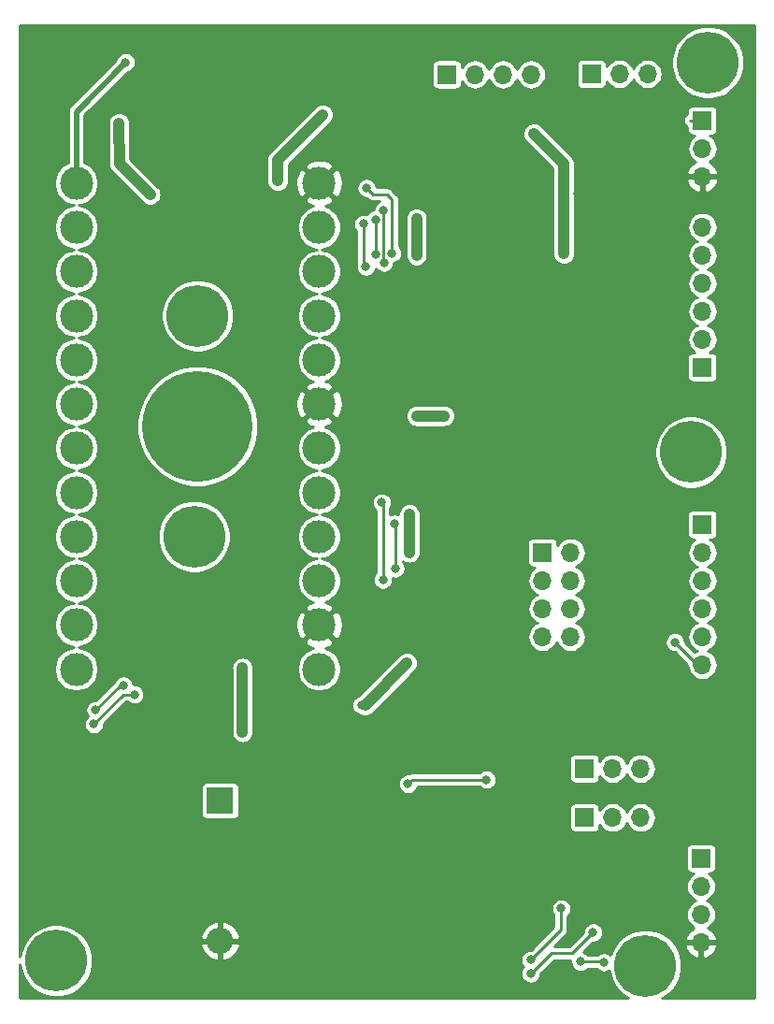
<source format=gbr>
G04 #@! TF.GenerationSoftware,KiCad,Pcbnew,5.1.1*
G04 #@! TF.CreationDate,2019-05-21T09:35:37+02:00*
G04 #@! TF.ProjectId,lunchbox-adapter,6c756e63-6862-46f7-982d-616461707465,rev?*
G04 #@! TF.SameCoordinates,PX6d20478PY83c6600*
G04 #@! TF.FileFunction,Copper,L2,Bot*
G04 #@! TF.FilePolarity,Positive*
%FSLAX46Y46*%
G04 Gerber Fmt 4.6, Leading zero omitted, Abs format (unit mm)*
G04 Created by KiCad (PCBNEW 5.1.1) date 2019-05-21 09:35:37*
%MOMM*%
%LPD*%
G04 APERTURE LIST*
%ADD10C,5.600000*%
%ADD11C,10.000000*%
%ADD12C,3.000000*%
%ADD13O,1.700000X1.700000*%
%ADD14R,1.700000X1.700000*%
%ADD15R,2.400000X2.400000*%
%ADD16O,2.400000X2.400000*%
%ADD17C,0.800000*%
%ADD18C,1.000000*%
%ADD19C,0.250000*%
%ADD20C,0.500000*%
%ADD21C,0.254000*%
G04 APERTURE END LIST*
D10*
X16332200Y42324000D03*
X16637000Y62324000D03*
D11*
X16637000Y52324000D03*
D12*
X5637000Y30324000D03*
X27637000Y30324000D03*
X5637000Y34324000D03*
X27637000Y34324000D03*
X5637000Y38324000D03*
X27637000Y38324000D03*
X5637000Y42324000D03*
X27637000Y42324000D03*
X5637000Y46324000D03*
X27637000Y46324000D03*
X5637000Y50324000D03*
X27637000Y50324000D03*
X5637000Y54324000D03*
X27637000Y54324000D03*
X5637000Y58324000D03*
X27637000Y58324000D03*
X5637000Y62324000D03*
X27637000Y62324000D03*
X5637000Y66324000D03*
X27637000Y66324000D03*
X5637000Y70324000D03*
X27637000Y70324000D03*
X5637000Y74324000D03*
X27637000Y74324000D03*
D10*
X57188100Y3479800D03*
X3835400Y3937000D03*
X61328300Y49974500D03*
X62839600Y85242400D03*
D13*
X62357000Y74930000D03*
X62357000Y77470000D03*
D14*
X62357000Y80010000D03*
X39204900Y84175600D03*
D13*
X41744900Y84175600D03*
X44284900Y84175600D03*
X46824900Y84175600D03*
D15*
X18669000Y18415000D03*
D16*
X18669000Y5715000D03*
D13*
X62230000Y5588000D03*
X62230000Y8128000D03*
X62230000Y10668000D03*
D14*
X62230000Y13208000D03*
X62357000Y57658000D03*
D13*
X62357000Y60198000D03*
X62357000Y62738000D03*
X62357000Y65278000D03*
X62357000Y67818000D03*
X62357000Y70358000D03*
X62357000Y30734000D03*
X62357000Y33274000D03*
X62357000Y35814000D03*
X62357000Y38354000D03*
X62357000Y40894000D03*
D14*
X62357000Y43434000D03*
X52298600Y84226400D03*
D13*
X54838600Y84226400D03*
X57378600Y84226400D03*
D14*
X47879000Y40894000D03*
D13*
X50419000Y40894000D03*
X47879000Y38354000D03*
X50419000Y38354000D03*
X47879000Y35814000D03*
X50419000Y35814000D03*
X47879000Y33274000D03*
X50419000Y33274000D03*
X56769000Y21336000D03*
X54229000Y21336000D03*
D14*
X51689000Y21336000D03*
X51689000Y16891000D03*
D13*
X54229000Y16891000D03*
X56769000Y16891000D03*
D17*
X20701000Y24638000D03*
X20688300Y30429200D03*
X37465000Y25527000D03*
X61722000Y25654000D03*
X45085000Y27051000D03*
X42799000Y13589000D03*
X37211000Y9525000D03*
X30353000Y9271000D03*
X22606000Y20955000D03*
X43307000Y9525000D03*
X50546000Y65024000D03*
X51308000Y48133000D03*
X46990000Y43688000D03*
X51054000Y73406000D03*
X36449000Y60921900D03*
X52031900Y8089900D03*
X35814000Y40894000D03*
X35814000Y44323000D03*
X36461700Y67805300D03*
X36461700Y71107300D03*
X38963600Y53251100D03*
X36474400Y53251100D03*
X49809400Y67932300D03*
X49809400Y76073000D03*
X47091600Y78790800D03*
X9537700Y76098400D03*
X12331700Y73304400D03*
X9525000Y79756000D03*
X23888700Y74536300D03*
X27952700Y80518000D03*
X31470600Y27076400D03*
X35598100Y30873700D03*
X10121900Y85267800D03*
X33413700Y38430200D03*
X33312100Y45415200D03*
X34556700Y39446200D03*
X34493200Y43497500D03*
X31648400Y70637400D03*
X31877000Y66763900D03*
X59867800Y32766000D03*
X33489900Y71882000D03*
X33514200Y67119500D03*
X32740600Y71043800D03*
X32753300Y67894200D03*
X31927800Y73901300D03*
X34239200Y67983100D03*
X7239000Y25336500D03*
X46799500Y4000500D03*
X10909300Y28028900D03*
X49568098Y8661400D03*
X46799500Y2768600D03*
X7391400Y26619200D03*
X9918700Y28854400D03*
X52451000Y6489700D03*
X51308000Y3846990D03*
X53428900Y3797300D03*
X42799000Y20320000D03*
X35687000Y19939000D03*
D18*
X20701000Y30416500D02*
X20688300Y30429200D01*
X20701000Y24638000D02*
X20701000Y30416500D01*
X35814000Y40894000D02*
X35814000Y44323000D01*
X36461700Y67805300D02*
X36461700Y71107300D01*
X38963600Y53251100D02*
X36474400Y53251100D01*
X49809400Y67932300D02*
X49809400Y76073000D01*
X49809400Y76073000D02*
X47091600Y78790800D01*
X9537700Y76098400D02*
X12331700Y73304400D01*
X9537700Y76098400D02*
X9525000Y79756000D01*
X23888700Y74536300D02*
X23888700Y76454000D01*
X23888700Y76454000D02*
X27952700Y80518000D01*
D19*
X31800800Y27076400D02*
X31470600Y27076400D01*
D18*
X35598100Y30873700D02*
X31800800Y27076400D01*
D19*
X62357000Y80010000D02*
X61257000Y80010000D01*
D20*
X5637000Y79944700D02*
X5637000Y74324000D01*
X5637000Y79944700D02*
X5637000Y80782900D01*
X5637000Y80782900D02*
X10121900Y85267800D01*
D19*
X33426400Y38442900D02*
X33413700Y38430200D01*
X33312100Y45415200D02*
X33426400Y45300900D01*
X33426400Y45300900D02*
X33426400Y38442900D01*
X34556700Y39446200D02*
X34556700Y43434000D01*
X34556700Y43434000D02*
X34493200Y43497500D01*
X31648400Y70637400D02*
X31648400Y66992500D01*
X31648400Y66992500D02*
X31877000Y66763900D01*
X61899800Y30734000D02*
X62357000Y30734000D01*
X59867800Y32766000D02*
X61899800Y30734000D01*
X33489900Y71882000D02*
X33489900Y67143800D01*
X33489900Y67143800D02*
X33514200Y67119500D01*
X32740600Y71043800D02*
X32740600Y67906900D01*
X32740600Y67906900D02*
X32753300Y67894200D01*
X33756600Y73329800D02*
X34239200Y72847200D01*
X34239200Y72847200D02*
X34239200Y67983100D01*
X31927800Y73901300D02*
X32499300Y73329800D01*
X32499300Y73329800D02*
X33756600Y73329800D01*
X46697900Y4000500D02*
X46799500Y4000500D01*
X7239000Y25349200D02*
X7239000Y25336500D01*
X9931400Y28028900D02*
X7239000Y25336500D01*
X10909300Y28028900D02*
X9931400Y28028900D01*
X49530000Y6731000D02*
X49530000Y8623302D01*
X49530000Y8623302D02*
X49568098Y8661400D01*
X46799500Y4000500D02*
X49530000Y6731000D01*
X7391400Y26657300D02*
X7391400Y26619200D01*
X9918700Y28854400D02*
X9906000Y28867100D01*
X9639300Y28867100D02*
X7391400Y26619200D01*
X9906000Y28867100D02*
X9639300Y28867100D01*
X48653700Y4622800D02*
X46799500Y2768600D01*
X52451000Y6489700D02*
X50584100Y4622800D01*
X50584100Y4622800D02*
X48653700Y4622800D01*
X51308000Y3846990D02*
X53379210Y3846990D01*
X53379210Y3846990D02*
X53428900Y3797300D01*
X42799000Y20320000D02*
X36068000Y20320000D01*
X36068000Y20320000D02*
X35687000Y19939000D01*
D21*
G36*
X67031001Y533000D02*
G01*
X58718117Y533000D01*
X58755026Y548288D01*
X59296827Y910309D01*
X59757591Y1371073D01*
X60119612Y1912874D01*
X60368975Y2514892D01*
X60496100Y3153990D01*
X60496100Y3805610D01*
X60368975Y4444708D01*
X60119612Y5046726D01*
X59996411Y5231110D01*
X60788524Y5231110D01*
X60833175Y5083901D01*
X60958359Y4821080D01*
X61132412Y4587731D01*
X61348645Y4392822D01*
X61598748Y4243843D01*
X61873109Y4146519D01*
X62103000Y4267186D01*
X62103000Y5461000D01*
X62357000Y5461000D01*
X62357000Y4267186D01*
X62586891Y4146519D01*
X62861252Y4243843D01*
X63111355Y4392822D01*
X63327588Y4587731D01*
X63501641Y4821080D01*
X63626825Y5083901D01*
X63671476Y5231110D01*
X63550155Y5461000D01*
X62357000Y5461000D01*
X62103000Y5461000D01*
X60909845Y5461000D01*
X60788524Y5231110D01*
X59996411Y5231110D01*
X59757591Y5588527D01*
X59401228Y5944890D01*
X60788524Y5944890D01*
X60909845Y5715000D01*
X62103000Y5715000D01*
X62103000Y5735000D01*
X62357000Y5735000D01*
X62357000Y5715000D01*
X63550155Y5715000D01*
X63671476Y5944890D01*
X63626825Y6092099D01*
X63501641Y6354920D01*
X63327588Y6588269D01*
X63111355Y6783178D01*
X62867060Y6928697D01*
X62988114Y6993402D01*
X63194897Y7163103D01*
X63364598Y7369886D01*
X63490698Y7605802D01*
X63568350Y7861786D01*
X63594570Y8128000D01*
X63568350Y8394214D01*
X63490698Y8650198D01*
X63364598Y8886114D01*
X63194897Y9092897D01*
X62988114Y9262598D01*
X62752198Y9388698D01*
X62721533Y9398000D01*
X62752198Y9407302D01*
X62988114Y9533402D01*
X63194897Y9703103D01*
X63364598Y9909886D01*
X63490698Y10145802D01*
X63568350Y10401786D01*
X63594570Y10668000D01*
X63568350Y10934214D01*
X63490698Y11190198D01*
X63364598Y11426114D01*
X63194897Y11632897D01*
X62988114Y11802598D01*
X62904028Y11847543D01*
X63080000Y11847543D01*
X63179585Y11857351D01*
X63275343Y11886399D01*
X63363595Y11933571D01*
X63440948Y11997052D01*
X63504429Y12074405D01*
X63551601Y12162657D01*
X63580649Y12258415D01*
X63590457Y12358000D01*
X63590457Y14058000D01*
X63580649Y14157585D01*
X63551601Y14253343D01*
X63504429Y14341595D01*
X63440948Y14418948D01*
X63363595Y14482429D01*
X63275343Y14529601D01*
X63179585Y14558649D01*
X63080000Y14568457D01*
X61380000Y14568457D01*
X61280415Y14558649D01*
X61184657Y14529601D01*
X61096405Y14482429D01*
X61019052Y14418948D01*
X60955571Y14341595D01*
X60908399Y14253343D01*
X60879351Y14157585D01*
X60869543Y14058000D01*
X60869543Y12358000D01*
X60879351Y12258415D01*
X60908399Y12162657D01*
X60955571Y12074405D01*
X61019052Y11997052D01*
X61096405Y11933571D01*
X61184657Y11886399D01*
X61280415Y11857351D01*
X61380000Y11847543D01*
X61555972Y11847543D01*
X61471886Y11802598D01*
X61265103Y11632897D01*
X61095402Y11426114D01*
X60969302Y11190198D01*
X60891650Y10934214D01*
X60865430Y10668000D01*
X60891650Y10401786D01*
X60969302Y10145802D01*
X61095402Y9909886D01*
X61265103Y9703103D01*
X61471886Y9533402D01*
X61707802Y9407302D01*
X61738467Y9398000D01*
X61707802Y9388698D01*
X61471886Y9262598D01*
X61265103Y9092897D01*
X61095402Y8886114D01*
X60969302Y8650198D01*
X60891650Y8394214D01*
X60865430Y8128000D01*
X60891650Y7861786D01*
X60969302Y7605802D01*
X61095402Y7369886D01*
X61265103Y7163103D01*
X61471886Y6993402D01*
X61592940Y6928697D01*
X61348645Y6783178D01*
X61132412Y6588269D01*
X60958359Y6354920D01*
X60833175Y6092099D01*
X60788524Y5944890D01*
X59401228Y5944890D01*
X59296827Y6049291D01*
X58755026Y6411312D01*
X58153008Y6660675D01*
X57513910Y6787800D01*
X56862290Y6787800D01*
X56223192Y6660675D01*
X55621174Y6411312D01*
X55079373Y6049291D01*
X54618609Y5588527D01*
X54256588Y5046726D01*
X54024322Y4485983D01*
X54007716Y4502589D01*
X53858999Y4601959D01*
X53693754Y4670406D01*
X53518330Y4705300D01*
X53339470Y4705300D01*
X53164046Y4670406D01*
X52998801Y4601959D01*
X52850084Y4502589D01*
X52827485Y4479990D01*
X51959105Y4479990D01*
X51886816Y4552279D01*
X51738099Y4651649D01*
X51575498Y4719001D01*
X52438197Y5581700D01*
X52540430Y5581700D01*
X52715854Y5616594D01*
X52881099Y5685041D01*
X53029816Y5784411D01*
X53156289Y5910884D01*
X53255659Y6059601D01*
X53324106Y6224846D01*
X53359000Y6400270D01*
X53359000Y6579130D01*
X53324106Y6754554D01*
X53255659Y6919799D01*
X53156289Y7068516D01*
X53029816Y7194989D01*
X52881099Y7294359D01*
X52715854Y7362806D01*
X52540430Y7397700D01*
X52361570Y7397700D01*
X52186146Y7362806D01*
X52020901Y7294359D01*
X51872184Y7194989D01*
X51745711Y7068516D01*
X51646341Y6919799D01*
X51577894Y6754554D01*
X51543000Y6579130D01*
X51543000Y6476897D01*
X50321903Y5255800D01*
X48949998Y5255800D01*
X49955620Y6261422D01*
X49979764Y6281236D01*
X50058866Y6377623D01*
X50117645Y6487590D01*
X50153840Y6606910D01*
X50163000Y6699912D01*
X50163000Y6699913D01*
X50166062Y6730999D01*
X50163000Y6762085D01*
X50163000Y7972197D01*
X50273387Y8082584D01*
X50372757Y8231301D01*
X50441204Y8396546D01*
X50476098Y8571970D01*
X50476098Y8750830D01*
X50441204Y8926254D01*
X50372757Y9091499D01*
X50273387Y9240216D01*
X50146914Y9366689D01*
X49998197Y9466059D01*
X49832952Y9534506D01*
X49657528Y9569400D01*
X49478668Y9569400D01*
X49303244Y9534506D01*
X49137999Y9466059D01*
X48989282Y9366689D01*
X48862809Y9240216D01*
X48763439Y9091499D01*
X48694992Y8926254D01*
X48660098Y8750830D01*
X48660098Y8571970D01*
X48694992Y8396546D01*
X48763439Y8231301D01*
X48862809Y8082584D01*
X48897001Y8048392D01*
X48897000Y6993198D01*
X46812303Y4908500D01*
X46710070Y4908500D01*
X46534646Y4873606D01*
X46369401Y4805159D01*
X46220684Y4705789D01*
X46094211Y4579316D01*
X45994841Y4430599D01*
X45926394Y4265354D01*
X45891500Y4089930D01*
X45891500Y3911070D01*
X45926394Y3735646D01*
X45994841Y3570401D01*
X46094211Y3421684D01*
X46131345Y3384550D01*
X46094211Y3347416D01*
X45994841Y3198699D01*
X45926394Y3033454D01*
X45891500Y2858030D01*
X45891500Y2679170D01*
X45926394Y2503746D01*
X45994841Y2338501D01*
X46094211Y2189784D01*
X46220684Y2063311D01*
X46369401Y1963941D01*
X46534646Y1895494D01*
X46710070Y1860600D01*
X46888930Y1860600D01*
X47064354Y1895494D01*
X47229599Y1963941D01*
X47378316Y2063311D01*
X47504789Y2189784D01*
X47604159Y2338501D01*
X47672606Y2503746D01*
X47707500Y2679170D01*
X47707500Y2781403D01*
X48915897Y3989800D01*
X50410618Y3989800D01*
X50400000Y3936420D01*
X50400000Y3757560D01*
X50434894Y3582136D01*
X50503341Y3416891D01*
X50602711Y3268174D01*
X50729184Y3141701D01*
X50877901Y3042331D01*
X51043146Y2973884D01*
X51218570Y2938990D01*
X51397430Y2938990D01*
X51572854Y2973884D01*
X51738099Y3042331D01*
X51886816Y3141701D01*
X51959105Y3213990D01*
X52728105Y3213990D01*
X52850084Y3092011D01*
X52998801Y2992641D01*
X53164046Y2924194D01*
X53339470Y2889300D01*
X53518330Y2889300D01*
X53693754Y2924194D01*
X53858999Y2992641D01*
X53905954Y3024015D01*
X54007225Y2514892D01*
X54256588Y1912874D01*
X54618609Y1371073D01*
X55079373Y910309D01*
X55621174Y548288D01*
X55658083Y533000D01*
X533000Y533000D01*
X533000Y3583037D01*
X654525Y2972092D01*
X903888Y2370074D01*
X1265909Y1828273D01*
X1726673Y1367509D01*
X2268474Y1005488D01*
X2870492Y756125D01*
X3509590Y629000D01*
X4161210Y629000D01*
X4800308Y756125D01*
X5402326Y1005488D01*
X5944127Y1367509D01*
X6404891Y1828273D01*
X6766912Y2370074D01*
X7016275Y2972092D01*
X7143400Y3611190D01*
X7143400Y4262810D01*
X7016275Y4901908D01*
X6850058Y5303194D01*
X16880801Y5303194D01*
X16995500Y4962246D01*
X17174511Y4650226D01*
X17410954Y4379125D01*
X17695743Y4159361D01*
X18017934Y3999379D01*
X18257195Y3926805D01*
X18542000Y4043568D01*
X18542000Y5588000D01*
X18796000Y5588000D01*
X18796000Y4043568D01*
X19080805Y3926805D01*
X19320066Y3999379D01*
X19642257Y4159361D01*
X19927046Y4379125D01*
X20163489Y4650226D01*
X20342500Y4962246D01*
X20457199Y5303194D01*
X20340854Y5588000D01*
X18796000Y5588000D01*
X18542000Y5588000D01*
X16997146Y5588000D01*
X16880801Y5303194D01*
X6850058Y5303194D01*
X6766912Y5503926D01*
X6404891Y6045727D01*
X6323812Y6126806D01*
X16880801Y6126806D01*
X16997146Y5842000D01*
X18542000Y5842000D01*
X18542000Y7386432D01*
X18796000Y7386432D01*
X18796000Y5842000D01*
X20340854Y5842000D01*
X20457199Y6126806D01*
X20342500Y6467754D01*
X20163489Y6779774D01*
X19927046Y7050875D01*
X19642257Y7270639D01*
X19320066Y7430621D01*
X19080805Y7503195D01*
X18796000Y7386432D01*
X18542000Y7386432D01*
X18257195Y7503195D01*
X18017934Y7430621D01*
X17695743Y7270639D01*
X17410954Y7050875D01*
X17174511Y6779774D01*
X16995500Y6467754D01*
X16880801Y6126806D01*
X6323812Y6126806D01*
X5944127Y6506491D01*
X5402326Y6868512D01*
X4800308Y7117875D01*
X4161210Y7245000D01*
X3509590Y7245000D01*
X2870492Y7117875D01*
X2268474Y6868512D01*
X1726673Y6506491D01*
X1265909Y6045727D01*
X903888Y5503926D01*
X654525Y4901908D01*
X533000Y4290963D01*
X533000Y19615000D01*
X16958543Y19615000D01*
X16958543Y17215000D01*
X16968351Y17115415D01*
X16997399Y17019657D01*
X17044571Y16931405D01*
X17108052Y16854052D01*
X17185405Y16790571D01*
X17273657Y16743399D01*
X17369415Y16714351D01*
X17469000Y16704543D01*
X19869000Y16704543D01*
X19968585Y16714351D01*
X20064343Y16743399D01*
X20152595Y16790571D01*
X20229948Y16854052D01*
X20293429Y16931405D01*
X20340601Y17019657D01*
X20369649Y17115415D01*
X20379457Y17215000D01*
X20379457Y17741000D01*
X50328543Y17741000D01*
X50328543Y16041000D01*
X50338351Y15941415D01*
X50367399Y15845657D01*
X50414571Y15757405D01*
X50478052Y15680052D01*
X50555405Y15616571D01*
X50643657Y15569399D01*
X50739415Y15540351D01*
X50839000Y15530543D01*
X52539000Y15530543D01*
X52638585Y15540351D01*
X52734343Y15569399D01*
X52822595Y15616571D01*
X52899948Y15680052D01*
X52963429Y15757405D01*
X53010601Y15845657D01*
X53039649Y15941415D01*
X53049457Y16041000D01*
X53049457Y16216972D01*
X53094402Y16132886D01*
X53264103Y15926103D01*
X53470886Y15756402D01*
X53706802Y15630302D01*
X53962786Y15552650D01*
X54162294Y15533000D01*
X54295706Y15533000D01*
X54495214Y15552650D01*
X54751198Y15630302D01*
X54987114Y15756402D01*
X55193897Y15926103D01*
X55363598Y16132886D01*
X55489698Y16368802D01*
X55499000Y16399467D01*
X55508302Y16368802D01*
X55634402Y16132886D01*
X55804103Y15926103D01*
X56010886Y15756402D01*
X56246802Y15630302D01*
X56502786Y15552650D01*
X56702294Y15533000D01*
X56835706Y15533000D01*
X57035214Y15552650D01*
X57291198Y15630302D01*
X57527114Y15756402D01*
X57733897Y15926103D01*
X57903598Y16132886D01*
X58029698Y16368802D01*
X58107350Y16624786D01*
X58133570Y16891000D01*
X58107350Y17157214D01*
X58029698Y17413198D01*
X57903598Y17649114D01*
X57733897Y17855897D01*
X57527114Y18025598D01*
X57291198Y18151698D01*
X57035214Y18229350D01*
X56835706Y18249000D01*
X56702294Y18249000D01*
X56502786Y18229350D01*
X56246802Y18151698D01*
X56010886Y18025598D01*
X55804103Y17855897D01*
X55634402Y17649114D01*
X55508302Y17413198D01*
X55499000Y17382533D01*
X55489698Y17413198D01*
X55363598Y17649114D01*
X55193897Y17855897D01*
X54987114Y18025598D01*
X54751198Y18151698D01*
X54495214Y18229350D01*
X54295706Y18249000D01*
X54162294Y18249000D01*
X53962786Y18229350D01*
X53706802Y18151698D01*
X53470886Y18025598D01*
X53264103Y17855897D01*
X53094402Y17649114D01*
X53049457Y17565028D01*
X53049457Y17741000D01*
X53039649Y17840585D01*
X53010601Y17936343D01*
X52963429Y18024595D01*
X52899948Y18101948D01*
X52822595Y18165429D01*
X52734343Y18212601D01*
X52638585Y18241649D01*
X52539000Y18251457D01*
X50839000Y18251457D01*
X50739415Y18241649D01*
X50643657Y18212601D01*
X50555405Y18165429D01*
X50478052Y18101948D01*
X50414571Y18024595D01*
X50367399Y17936343D01*
X50338351Y17840585D01*
X50328543Y17741000D01*
X20379457Y17741000D01*
X20379457Y19615000D01*
X20369649Y19714585D01*
X20340601Y19810343D01*
X20293429Y19898595D01*
X20229948Y19975948D01*
X20165998Y20028430D01*
X34779000Y20028430D01*
X34779000Y19849570D01*
X34813894Y19674146D01*
X34882341Y19508901D01*
X34981711Y19360184D01*
X35108184Y19233711D01*
X35256901Y19134341D01*
X35422146Y19065894D01*
X35597570Y19031000D01*
X35776430Y19031000D01*
X35951854Y19065894D01*
X36117099Y19134341D01*
X36265816Y19233711D01*
X36392289Y19360184D01*
X36491659Y19508901D01*
X36560106Y19674146D01*
X36562663Y19687000D01*
X42147895Y19687000D01*
X42220184Y19614711D01*
X42368901Y19515341D01*
X42534146Y19446894D01*
X42709570Y19412000D01*
X42888430Y19412000D01*
X43063854Y19446894D01*
X43229099Y19515341D01*
X43377816Y19614711D01*
X43504289Y19741184D01*
X43603659Y19889901D01*
X43672106Y20055146D01*
X43707000Y20230570D01*
X43707000Y20409430D01*
X43672106Y20584854D01*
X43603659Y20750099D01*
X43504289Y20898816D01*
X43377816Y21025289D01*
X43229099Y21124659D01*
X43063854Y21193106D01*
X42888430Y21228000D01*
X42709570Y21228000D01*
X42534146Y21193106D01*
X42368901Y21124659D01*
X42220184Y21025289D01*
X42147895Y20953000D01*
X36099085Y20953000D01*
X36067999Y20956062D01*
X36036913Y20953000D01*
X36036912Y20953000D01*
X35943910Y20943840D01*
X35824590Y20907645D01*
X35714623Y20848866D01*
X35712349Y20847000D01*
X35597570Y20847000D01*
X35422146Y20812106D01*
X35256901Y20743659D01*
X35108184Y20644289D01*
X34981711Y20517816D01*
X34882341Y20369099D01*
X34813894Y20203854D01*
X34779000Y20028430D01*
X20165998Y20028430D01*
X20152595Y20039429D01*
X20064343Y20086601D01*
X19968585Y20115649D01*
X19869000Y20125457D01*
X17469000Y20125457D01*
X17369415Y20115649D01*
X17273657Y20086601D01*
X17185405Y20039429D01*
X17108052Y19975948D01*
X17044571Y19898595D01*
X16997399Y19810343D01*
X16968351Y19714585D01*
X16958543Y19615000D01*
X533000Y19615000D01*
X533000Y22186000D01*
X50328543Y22186000D01*
X50328543Y20486000D01*
X50338351Y20386415D01*
X50367399Y20290657D01*
X50414571Y20202405D01*
X50478052Y20125052D01*
X50555405Y20061571D01*
X50643657Y20014399D01*
X50739415Y19985351D01*
X50839000Y19975543D01*
X52539000Y19975543D01*
X52638585Y19985351D01*
X52734343Y20014399D01*
X52822595Y20061571D01*
X52899948Y20125052D01*
X52963429Y20202405D01*
X53010601Y20290657D01*
X53039649Y20386415D01*
X53049457Y20486000D01*
X53049457Y20661972D01*
X53094402Y20577886D01*
X53264103Y20371103D01*
X53470886Y20201402D01*
X53706802Y20075302D01*
X53962786Y19997650D01*
X54162294Y19978000D01*
X54295706Y19978000D01*
X54495214Y19997650D01*
X54751198Y20075302D01*
X54987114Y20201402D01*
X55193897Y20371103D01*
X55363598Y20577886D01*
X55489698Y20813802D01*
X55499000Y20844467D01*
X55508302Y20813802D01*
X55634402Y20577886D01*
X55804103Y20371103D01*
X56010886Y20201402D01*
X56246802Y20075302D01*
X56502786Y19997650D01*
X56702294Y19978000D01*
X56835706Y19978000D01*
X57035214Y19997650D01*
X57291198Y20075302D01*
X57527114Y20201402D01*
X57733897Y20371103D01*
X57903598Y20577886D01*
X58029698Y20813802D01*
X58107350Y21069786D01*
X58133570Y21336000D01*
X58107350Y21602214D01*
X58029698Y21858198D01*
X57903598Y22094114D01*
X57733897Y22300897D01*
X57527114Y22470598D01*
X57291198Y22596698D01*
X57035214Y22674350D01*
X56835706Y22694000D01*
X56702294Y22694000D01*
X56502786Y22674350D01*
X56246802Y22596698D01*
X56010886Y22470598D01*
X55804103Y22300897D01*
X55634402Y22094114D01*
X55508302Y21858198D01*
X55499000Y21827533D01*
X55489698Y21858198D01*
X55363598Y22094114D01*
X55193897Y22300897D01*
X54987114Y22470598D01*
X54751198Y22596698D01*
X54495214Y22674350D01*
X54295706Y22694000D01*
X54162294Y22694000D01*
X53962786Y22674350D01*
X53706802Y22596698D01*
X53470886Y22470598D01*
X53264103Y22300897D01*
X53094402Y22094114D01*
X53049457Y22010028D01*
X53049457Y22186000D01*
X53039649Y22285585D01*
X53010601Y22381343D01*
X52963429Y22469595D01*
X52899948Y22546948D01*
X52822595Y22610429D01*
X52734343Y22657601D01*
X52638585Y22686649D01*
X52539000Y22696457D01*
X50839000Y22696457D01*
X50739415Y22686649D01*
X50643657Y22657601D01*
X50555405Y22610429D01*
X50478052Y22546948D01*
X50414571Y22469595D01*
X50367399Y22381343D01*
X50338351Y22285585D01*
X50328543Y22186000D01*
X533000Y22186000D01*
X533000Y25425930D01*
X6331000Y25425930D01*
X6331000Y25247070D01*
X6365894Y25071646D01*
X6434341Y24906401D01*
X6533711Y24757684D01*
X6660184Y24631211D01*
X6808901Y24531841D01*
X6974146Y24463394D01*
X7149570Y24428500D01*
X7328430Y24428500D01*
X7503854Y24463394D01*
X7669099Y24531841D01*
X7817816Y24631211D01*
X7944289Y24757684D01*
X8043659Y24906401D01*
X8112106Y25071646D01*
X8147000Y25247070D01*
X8147000Y25349303D01*
X10193597Y27395900D01*
X10258195Y27395900D01*
X10330484Y27323611D01*
X10479201Y27224241D01*
X10644446Y27155794D01*
X10819870Y27120900D01*
X10998730Y27120900D01*
X11174154Y27155794D01*
X11339399Y27224241D01*
X11488116Y27323611D01*
X11614589Y27450084D01*
X11713959Y27598801D01*
X11782406Y27764046D01*
X11817300Y27939470D01*
X11817300Y28118330D01*
X11782406Y28293754D01*
X11713959Y28458999D01*
X11614589Y28607716D01*
X11488116Y28734189D01*
X11339399Y28833559D01*
X11174154Y28902006D01*
X10998730Y28936900D01*
X10826700Y28936900D01*
X10826700Y28943830D01*
X10791806Y29119254D01*
X10723359Y29284499D01*
X10623989Y29433216D01*
X10497516Y29559689D01*
X10348799Y29659059D01*
X10183554Y29727506D01*
X10008130Y29762400D01*
X9829270Y29762400D01*
X9653846Y29727506D01*
X9488601Y29659059D01*
X9339884Y29559689D01*
X9213411Y29433216D01*
X9114041Y29284499D01*
X9080481Y29203478D01*
X7404203Y27527200D01*
X7301970Y27527200D01*
X7126546Y27492306D01*
X6961301Y27423859D01*
X6812584Y27324489D01*
X6686111Y27198016D01*
X6586741Y27049299D01*
X6518294Y26884054D01*
X6483400Y26708630D01*
X6483400Y26529770D01*
X6518294Y26354346D01*
X6586741Y26189101D01*
X6677459Y26053332D01*
X6660184Y26041789D01*
X6533711Y25915316D01*
X6434341Y25766599D01*
X6365894Y25601354D01*
X6331000Y25425930D01*
X533000Y25425930D01*
X533000Y74521771D01*
X3629000Y74521771D01*
X3629000Y74126229D01*
X3706166Y73738288D01*
X3857533Y73372855D01*
X4077284Y73043975D01*
X4356975Y72764284D01*
X4685855Y72544533D01*
X5051288Y72393166D01*
X5399010Y72324000D01*
X5051288Y72254834D01*
X4685855Y72103467D01*
X4356975Y71883716D01*
X4077284Y71604025D01*
X3857533Y71275145D01*
X3706166Y70909712D01*
X3629000Y70521771D01*
X3629000Y70126229D01*
X3706166Y69738288D01*
X3857533Y69372855D01*
X4077284Y69043975D01*
X4356975Y68764284D01*
X4685855Y68544533D01*
X5051288Y68393166D01*
X5399010Y68324000D01*
X5051288Y68254834D01*
X4685855Y68103467D01*
X4356975Y67883716D01*
X4077284Y67604025D01*
X3857533Y67275145D01*
X3706166Y66909712D01*
X3629000Y66521771D01*
X3629000Y66126229D01*
X3706166Y65738288D01*
X3857533Y65372855D01*
X4077284Y65043975D01*
X4356975Y64764284D01*
X4685855Y64544533D01*
X5051288Y64393166D01*
X5399010Y64324000D01*
X5051288Y64254834D01*
X4685855Y64103467D01*
X4356975Y63883716D01*
X4077284Y63604025D01*
X3857533Y63275145D01*
X3706166Y62909712D01*
X3629000Y62521771D01*
X3629000Y62126229D01*
X3706166Y61738288D01*
X3857533Y61372855D01*
X4077284Y61043975D01*
X4356975Y60764284D01*
X4685855Y60544533D01*
X5051288Y60393166D01*
X5399010Y60324000D01*
X5051288Y60254834D01*
X4685855Y60103467D01*
X4356975Y59883716D01*
X4077284Y59604025D01*
X3857533Y59275145D01*
X3706166Y58909712D01*
X3629000Y58521771D01*
X3629000Y58126229D01*
X3706166Y57738288D01*
X3857533Y57372855D01*
X4077284Y57043975D01*
X4356975Y56764284D01*
X4685855Y56544533D01*
X5051288Y56393166D01*
X5399010Y56324000D01*
X5051288Y56254834D01*
X4685855Y56103467D01*
X4356975Y55883716D01*
X4077284Y55604025D01*
X3857533Y55275145D01*
X3706166Y54909712D01*
X3629000Y54521771D01*
X3629000Y54126229D01*
X3706166Y53738288D01*
X3857533Y53372855D01*
X4077284Y53043975D01*
X4356975Y52764284D01*
X4685855Y52544533D01*
X5051288Y52393166D01*
X5399010Y52324000D01*
X5051288Y52254834D01*
X4685855Y52103467D01*
X4356975Y51883716D01*
X4077284Y51604025D01*
X3857533Y51275145D01*
X3706166Y50909712D01*
X3629000Y50521771D01*
X3629000Y50126229D01*
X3706166Y49738288D01*
X3857533Y49372855D01*
X4077284Y49043975D01*
X4356975Y48764284D01*
X4685855Y48544533D01*
X5051288Y48393166D01*
X5399010Y48324000D01*
X5051288Y48254834D01*
X4685855Y48103467D01*
X4356975Y47883716D01*
X4077284Y47604025D01*
X3857533Y47275145D01*
X3706166Y46909712D01*
X3629000Y46521771D01*
X3629000Y46126229D01*
X3706166Y45738288D01*
X3857533Y45372855D01*
X4077284Y45043975D01*
X4356975Y44764284D01*
X4685855Y44544533D01*
X5051288Y44393166D01*
X5399010Y44324000D01*
X5051288Y44254834D01*
X4685855Y44103467D01*
X4356975Y43883716D01*
X4077284Y43604025D01*
X3857533Y43275145D01*
X3706166Y42909712D01*
X3629000Y42521771D01*
X3629000Y42126229D01*
X3706166Y41738288D01*
X3857533Y41372855D01*
X4077284Y41043975D01*
X4356975Y40764284D01*
X4685855Y40544533D01*
X5051288Y40393166D01*
X5399010Y40324000D01*
X5051288Y40254834D01*
X4685855Y40103467D01*
X4356975Y39883716D01*
X4077284Y39604025D01*
X3857533Y39275145D01*
X3706166Y38909712D01*
X3629000Y38521771D01*
X3629000Y38126229D01*
X3706166Y37738288D01*
X3857533Y37372855D01*
X4077284Y37043975D01*
X4356975Y36764284D01*
X4685855Y36544533D01*
X5051288Y36393166D01*
X5399010Y36324000D01*
X5051288Y36254834D01*
X4685855Y36103467D01*
X4356975Y35883716D01*
X4077284Y35604025D01*
X3857533Y35275145D01*
X3706166Y34909712D01*
X3629000Y34521771D01*
X3629000Y34126229D01*
X3706166Y33738288D01*
X3857533Y33372855D01*
X4077284Y33043975D01*
X4356975Y32764284D01*
X4685855Y32544533D01*
X5051288Y32393166D01*
X5399010Y32324000D01*
X5051288Y32254834D01*
X4685855Y32103467D01*
X4356975Y31883716D01*
X4077284Y31604025D01*
X3857533Y31275145D01*
X3706166Y30909712D01*
X3629000Y30521771D01*
X3629000Y30126229D01*
X3706166Y29738288D01*
X3857533Y29372855D01*
X4077284Y29043975D01*
X4356975Y28764284D01*
X4685855Y28544533D01*
X5051288Y28393166D01*
X5439229Y28316000D01*
X5834771Y28316000D01*
X6222712Y28393166D01*
X6588145Y28544533D01*
X6917025Y28764284D01*
X7196716Y29043975D01*
X7416467Y29372855D01*
X7567834Y29738288D01*
X7645000Y30126229D01*
X7645000Y30429200D01*
X19675424Y30429200D01*
X19693001Y30250737D01*
X19693000Y24588483D01*
X19707585Y24440398D01*
X19765224Y24250390D01*
X19858824Y24075276D01*
X19984788Y23921788D01*
X20138276Y23795824D01*
X20313389Y23702224D01*
X20503397Y23644585D01*
X20701000Y23625123D01*
X20898602Y23644585D01*
X21088610Y23702224D01*
X21263724Y23795824D01*
X21417212Y23921788D01*
X21543176Y24075276D01*
X21636776Y24250389D01*
X21694415Y24440397D01*
X21709000Y24588482D01*
X21709000Y27165830D01*
X30562600Y27165830D01*
X30562600Y26986970D01*
X30597494Y26811546D01*
X30665941Y26646301D01*
X30765311Y26497584D01*
X30891784Y26371111D01*
X31040501Y26271741D01*
X31205746Y26203294D01*
X31349404Y26174719D01*
X31413189Y26140625D01*
X31603198Y26082986D01*
X31800800Y26063524D01*
X31998402Y26082986D01*
X32188411Y26140625D01*
X32363524Y26234224D01*
X32478549Y26328622D01*
X36345878Y30195950D01*
X36440276Y30310975D01*
X36533875Y30486088D01*
X36591514Y30676097D01*
X36610976Y30873699D01*
X36591514Y31071302D01*
X36533875Y31261311D01*
X36440276Y31436423D01*
X36314312Y31589912D01*
X36160823Y31715876D01*
X35985711Y31809475D01*
X35795702Y31867114D01*
X35598099Y31886576D01*
X35400497Y31867114D01*
X35210488Y31809475D01*
X35035375Y31715876D01*
X34920350Y31621478D01*
X31258965Y27960092D01*
X31205746Y27949506D01*
X31040501Y27881059D01*
X30891784Y27781689D01*
X30765311Y27655216D01*
X30665941Y27506499D01*
X30597494Y27341254D01*
X30562600Y27165830D01*
X21709000Y27165830D01*
X21709000Y30366985D01*
X21713877Y30416500D01*
X21707023Y30486088D01*
X21703509Y30521771D01*
X25629000Y30521771D01*
X25629000Y30126229D01*
X25706166Y29738288D01*
X25857533Y29372855D01*
X26077284Y29043975D01*
X26356975Y28764284D01*
X26685855Y28544533D01*
X27051288Y28393166D01*
X27439229Y28316000D01*
X27834771Y28316000D01*
X28222712Y28393166D01*
X28588145Y28544533D01*
X28917025Y28764284D01*
X29196716Y29043975D01*
X29416467Y29372855D01*
X29567834Y29738288D01*
X29645000Y30126229D01*
X29645000Y30521771D01*
X29567834Y30909712D01*
X29416467Y31275145D01*
X29196716Y31604025D01*
X28917025Y31883716D01*
X28588145Y32103467D01*
X28222712Y32254834D01*
X28194903Y32260366D01*
X28497383Y32358757D01*
X28793038Y32516786D01*
X28949048Y32832347D01*
X27637000Y34144395D01*
X26324952Y32832347D01*
X26480962Y32516786D01*
X26855745Y32325980D01*
X27084719Y32261484D01*
X27051288Y32254834D01*
X26685855Y32103467D01*
X26356975Y31883716D01*
X26077284Y31604025D01*
X25857533Y31275145D01*
X25706166Y30909712D01*
X25629000Y30521771D01*
X21703509Y30521771D01*
X21694415Y30614103D01*
X21636776Y30804111D01*
X21580331Y30909712D01*
X21543177Y30979223D01*
X21518340Y31009487D01*
X21417212Y31132712D01*
X21378750Y31164277D01*
X21366049Y31176978D01*
X21251024Y31271376D01*
X21075911Y31364975D01*
X20885902Y31422614D01*
X20688300Y31442076D01*
X20490698Y31422614D01*
X20300689Y31364975D01*
X20125576Y31271376D01*
X19972088Y31145412D01*
X19846124Y30991924D01*
X19752525Y30816811D01*
X19694886Y30626802D01*
X19675424Y30429200D01*
X7645000Y30429200D01*
X7645000Y30521771D01*
X7567834Y30909712D01*
X7416467Y31275145D01*
X7196716Y31604025D01*
X6917025Y31883716D01*
X6588145Y32103467D01*
X6222712Y32254834D01*
X5874990Y32324000D01*
X6222712Y32393166D01*
X6588145Y32544533D01*
X6917025Y32764284D01*
X7196716Y33043975D01*
X7416467Y33372855D01*
X7567834Y33738288D01*
X7645000Y34126229D01*
X7645000Y34281176D01*
X25492098Y34281176D01*
X25541666Y33863549D01*
X25671757Y33463617D01*
X25829786Y33167962D01*
X26145347Y33011952D01*
X27457395Y34324000D01*
X27816605Y34324000D01*
X29128653Y33011952D01*
X29444214Y33167962D01*
X29635020Y33542745D01*
X29749044Y33947551D01*
X29781902Y34366824D01*
X29732334Y34784451D01*
X29602243Y35184383D01*
X29444214Y35480038D01*
X29128653Y35636048D01*
X27816605Y34324000D01*
X27457395Y34324000D01*
X26145347Y35636048D01*
X25829786Y35480038D01*
X25638980Y35105255D01*
X25524956Y34700449D01*
X25492098Y34281176D01*
X7645000Y34281176D01*
X7645000Y34521771D01*
X7567834Y34909712D01*
X7416467Y35275145D01*
X7196716Y35604025D01*
X6917025Y35883716D01*
X6588145Y36103467D01*
X6222712Y36254834D01*
X5874990Y36324000D01*
X6222712Y36393166D01*
X6588145Y36544533D01*
X6917025Y36764284D01*
X7196716Y37043975D01*
X7416467Y37372855D01*
X7567834Y37738288D01*
X7645000Y38126229D01*
X7645000Y38521771D01*
X7567834Y38909712D01*
X7416467Y39275145D01*
X7196716Y39604025D01*
X6917025Y39883716D01*
X6588145Y40103467D01*
X6222712Y40254834D01*
X5874990Y40324000D01*
X6222712Y40393166D01*
X6588145Y40544533D01*
X6917025Y40764284D01*
X7196716Y41043975D01*
X7416467Y41372855D01*
X7567834Y41738288D01*
X7645000Y42126229D01*
X7645000Y42521771D01*
X7619532Y42649810D01*
X13024200Y42649810D01*
X13024200Y41998190D01*
X13151325Y41359092D01*
X13400688Y40757074D01*
X13762709Y40215273D01*
X14223473Y39754509D01*
X14765274Y39392488D01*
X15367292Y39143125D01*
X16006390Y39016000D01*
X16658010Y39016000D01*
X17297108Y39143125D01*
X17899126Y39392488D01*
X18440927Y39754509D01*
X18901691Y40215273D01*
X19263712Y40757074D01*
X19513075Y41359092D01*
X19640200Y41998190D01*
X19640200Y42649810D01*
X19513075Y43288908D01*
X19263712Y43890926D01*
X18901691Y44432727D01*
X18440927Y44893491D01*
X17899126Y45255512D01*
X17297108Y45504875D01*
X16658010Y45632000D01*
X16006390Y45632000D01*
X15367292Y45504875D01*
X14765274Y45255512D01*
X14223473Y44893491D01*
X13762709Y44432727D01*
X13400688Y43890926D01*
X13151325Y43288908D01*
X13024200Y42649810D01*
X7619532Y42649810D01*
X7567834Y42909712D01*
X7416467Y43275145D01*
X7196716Y43604025D01*
X6917025Y43883716D01*
X6588145Y44103467D01*
X6222712Y44254834D01*
X5874990Y44324000D01*
X6222712Y44393166D01*
X6588145Y44544533D01*
X6917025Y44764284D01*
X7196716Y45043975D01*
X7416467Y45372855D01*
X7567834Y45738288D01*
X7645000Y46126229D01*
X7645000Y46521771D01*
X7567834Y46909712D01*
X7416467Y47275145D01*
X7196716Y47604025D01*
X6917025Y47883716D01*
X6588145Y48103467D01*
X6222712Y48254834D01*
X5874990Y48324000D01*
X6222712Y48393166D01*
X6588145Y48544533D01*
X6917025Y48764284D01*
X7196716Y49043975D01*
X7416467Y49372855D01*
X7567834Y49738288D01*
X7645000Y50126229D01*
X7645000Y50521771D01*
X7567834Y50909712D01*
X7416467Y51275145D01*
X7196716Y51604025D01*
X6917025Y51883716D01*
X6588145Y52103467D01*
X6222712Y52254834D01*
X5874990Y52324000D01*
X6222712Y52393166D01*
X6588145Y52544533D01*
X6917025Y52764284D01*
X7019232Y52866491D01*
X11129000Y52866491D01*
X11129000Y51781509D01*
X11340669Y50717376D01*
X11755874Y49714984D01*
X12358657Y48812855D01*
X13125855Y48045657D01*
X14027984Y47442874D01*
X15030376Y47027669D01*
X16094509Y46816000D01*
X17179491Y46816000D01*
X18243624Y47027669D01*
X19246016Y47442874D01*
X20148145Y48045657D01*
X20915343Y48812855D01*
X21518126Y49714984D01*
X21852308Y50521771D01*
X25629000Y50521771D01*
X25629000Y50126229D01*
X25706166Y49738288D01*
X25857533Y49372855D01*
X26077284Y49043975D01*
X26356975Y48764284D01*
X26685855Y48544533D01*
X27051288Y48393166D01*
X27399010Y48324000D01*
X27051288Y48254834D01*
X26685855Y48103467D01*
X26356975Y47883716D01*
X26077284Y47604025D01*
X25857533Y47275145D01*
X25706166Y46909712D01*
X25629000Y46521771D01*
X25629000Y46126229D01*
X25706166Y45738288D01*
X25857533Y45372855D01*
X26077284Y45043975D01*
X26356975Y44764284D01*
X26685855Y44544533D01*
X27051288Y44393166D01*
X27399010Y44324000D01*
X27051288Y44254834D01*
X26685855Y44103467D01*
X26356975Y43883716D01*
X26077284Y43604025D01*
X25857533Y43275145D01*
X25706166Y42909712D01*
X25629000Y42521771D01*
X25629000Y42126229D01*
X25706166Y41738288D01*
X25857533Y41372855D01*
X26077284Y41043975D01*
X26356975Y40764284D01*
X26685855Y40544533D01*
X27051288Y40393166D01*
X27399010Y40324000D01*
X27051288Y40254834D01*
X26685855Y40103467D01*
X26356975Y39883716D01*
X26077284Y39604025D01*
X25857533Y39275145D01*
X25706166Y38909712D01*
X25629000Y38521771D01*
X25629000Y38126229D01*
X25706166Y37738288D01*
X25857533Y37372855D01*
X26077284Y37043975D01*
X26356975Y36764284D01*
X26685855Y36544533D01*
X27051288Y36393166D01*
X27079097Y36387634D01*
X26776617Y36289243D01*
X26480962Y36131214D01*
X26324952Y35815653D01*
X27637000Y34503605D01*
X28949048Y35815653D01*
X28793038Y36131214D01*
X28418255Y36322020D01*
X28189281Y36386516D01*
X28222712Y36393166D01*
X28588145Y36544533D01*
X28917025Y36764284D01*
X29196716Y37043975D01*
X29416467Y37372855D01*
X29567834Y37738288D01*
X29645000Y38126229D01*
X29645000Y38521771D01*
X29567834Y38909712D01*
X29416467Y39275145D01*
X29196716Y39604025D01*
X28917025Y39883716D01*
X28588145Y40103467D01*
X28222712Y40254834D01*
X27874990Y40324000D01*
X28222712Y40393166D01*
X28588145Y40544533D01*
X28917025Y40764284D01*
X29196716Y41043975D01*
X29416467Y41372855D01*
X29567834Y41738288D01*
X29645000Y42126229D01*
X29645000Y42521771D01*
X29567834Y42909712D01*
X29416467Y43275145D01*
X29196716Y43604025D01*
X28917025Y43883716D01*
X28588145Y44103467D01*
X28222712Y44254834D01*
X27874990Y44324000D01*
X28222712Y44393166D01*
X28588145Y44544533D01*
X28917025Y44764284D01*
X29196716Y45043975D01*
X29416467Y45372855D01*
X29471049Y45504630D01*
X32404100Y45504630D01*
X32404100Y45325770D01*
X32438994Y45150346D01*
X32507441Y44985101D01*
X32606811Y44836384D01*
X32733284Y44709911D01*
X32793400Y44669743D01*
X32793401Y39094006D01*
X32708411Y39009016D01*
X32609041Y38860299D01*
X32540594Y38695054D01*
X32505700Y38519630D01*
X32505700Y38340770D01*
X32540594Y38165346D01*
X32609041Y38000101D01*
X32708411Y37851384D01*
X32834884Y37724911D01*
X32983601Y37625541D01*
X33148846Y37557094D01*
X33324270Y37522200D01*
X33503130Y37522200D01*
X33678554Y37557094D01*
X33843799Y37625541D01*
X33992516Y37724911D01*
X34118989Y37851384D01*
X34218359Y38000101D01*
X34286806Y38165346D01*
X34321700Y38340770D01*
X34321700Y38354000D01*
X46514430Y38354000D01*
X46540650Y38087786D01*
X46618302Y37831802D01*
X46744402Y37595886D01*
X46914103Y37389103D01*
X47120886Y37219402D01*
X47356802Y37093302D01*
X47387467Y37084000D01*
X47356802Y37074698D01*
X47120886Y36948598D01*
X46914103Y36778897D01*
X46744402Y36572114D01*
X46618302Y36336198D01*
X46540650Y36080214D01*
X46514430Y35814000D01*
X46540650Y35547786D01*
X46618302Y35291802D01*
X46744402Y35055886D01*
X46914103Y34849103D01*
X47120886Y34679402D01*
X47356802Y34553302D01*
X47387467Y34544000D01*
X47356802Y34534698D01*
X47120886Y34408598D01*
X46914103Y34238897D01*
X46744402Y34032114D01*
X46618302Y33796198D01*
X46540650Y33540214D01*
X46514430Y33274000D01*
X46540650Y33007786D01*
X46618302Y32751802D01*
X46744402Y32515886D01*
X46914103Y32309103D01*
X47120886Y32139402D01*
X47356802Y32013302D01*
X47612786Y31935650D01*
X47812294Y31916000D01*
X47945706Y31916000D01*
X48145214Y31935650D01*
X48401198Y32013302D01*
X48637114Y32139402D01*
X48843897Y32309103D01*
X49013598Y32515886D01*
X49139698Y32751802D01*
X49149000Y32782467D01*
X49158302Y32751802D01*
X49284402Y32515886D01*
X49454103Y32309103D01*
X49660886Y32139402D01*
X49896802Y32013302D01*
X50152786Y31935650D01*
X50352294Y31916000D01*
X50485706Y31916000D01*
X50685214Y31935650D01*
X50941198Y32013302D01*
X51177114Y32139402D01*
X51383897Y32309103D01*
X51553598Y32515886D01*
X51679698Y32751802D01*
X51711133Y32855430D01*
X58959800Y32855430D01*
X58959800Y32676570D01*
X58994694Y32501146D01*
X59063141Y32335901D01*
X59162511Y32187184D01*
X59288984Y32060711D01*
X59437701Y31961341D01*
X59602946Y31892894D01*
X59778370Y31858000D01*
X59880603Y31858000D01*
X60993521Y30745081D01*
X60992430Y30734000D01*
X61018650Y30467786D01*
X61096302Y30211802D01*
X61222402Y29975886D01*
X61392103Y29769103D01*
X61598886Y29599402D01*
X61834802Y29473302D01*
X62090786Y29395650D01*
X62290294Y29376000D01*
X62423706Y29376000D01*
X62623214Y29395650D01*
X62879198Y29473302D01*
X63115114Y29599402D01*
X63321897Y29769103D01*
X63491598Y29975886D01*
X63617698Y30211802D01*
X63695350Y30467786D01*
X63721570Y30734000D01*
X63695350Y31000214D01*
X63617698Y31256198D01*
X63491598Y31492114D01*
X63321897Y31698897D01*
X63115114Y31868598D01*
X62879198Y31994698D01*
X62848533Y32004000D01*
X62879198Y32013302D01*
X63115114Y32139402D01*
X63321897Y32309103D01*
X63491598Y32515886D01*
X63617698Y32751802D01*
X63695350Y33007786D01*
X63721570Y33274000D01*
X63695350Y33540214D01*
X63617698Y33796198D01*
X63491598Y34032114D01*
X63321897Y34238897D01*
X63115114Y34408598D01*
X62879198Y34534698D01*
X62848533Y34544000D01*
X62879198Y34553302D01*
X63115114Y34679402D01*
X63321897Y34849103D01*
X63491598Y35055886D01*
X63617698Y35291802D01*
X63695350Y35547786D01*
X63721570Y35814000D01*
X63695350Y36080214D01*
X63617698Y36336198D01*
X63491598Y36572114D01*
X63321897Y36778897D01*
X63115114Y36948598D01*
X62879198Y37074698D01*
X62848533Y37084000D01*
X62879198Y37093302D01*
X63115114Y37219402D01*
X63321897Y37389103D01*
X63491598Y37595886D01*
X63617698Y37831802D01*
X63695350Y38087786D01*
X63721570Y38354000D01*
X63695350Y38620214D01*
X63617698Y38876198D01*
X63491598Y39112114D01*
X63321897Y39318897D01*
X63115114Y39488598D01*
X62879198Y39614698D01*
X62848533Y39624000D01*
X62879198Y39633302D01*
X63115114Y39759402D01*
X63321897Y39929103D01*
X63491598Y40135886D01*
X63617698Y40371802D01*
X63695350Y40627786D01*
X63721570Y40894000D01*
X63695350Y41160214D01*
X63617698Y41416198D01*
X63491598Y41652114D01*
X63321897Y41858897D01*
X63115114Y42028598D01*
X63031028Y42073543D01*
X63207000Y42073543D01*
X63306585Y42083351D01*
X63402343Y42112399D01*
X63490595Y42159571D01*
X63567948Y42223052D01*
X63631429Y42300405D01*
X63678601Y42388657D01*
X63707649Y42484415D01*
X63717457Y42584000D01*
X63717457Y44284000D01*
X63707649Y44383585D01*
X63678601Y44479343D01*
X63631429Y44567595D01*
X63567948Y44644948D01*
X63490595Y44708429D01*
X63402343Y44755601D01*
X63306585Y44784649D01*
X63207000Y44794457D01*
X61507000Y44794457D01*
X61407415Y44784649D01*
X61311657Y44755601D01*
X61223405Y44708429D01*
X61146052Y44644948D01*
X61082571Y44567595D01*
X61035399Y44479343D01*
X61006351Y44383585D01*
X60996543Y44284000D01*
X60996543Y42584000D01*
X61006351Y42484415D01*
X61035399Y42388657D01*
X61082571Y42300405D01*
X61146052Y42223052D01*
X61223405Y42159571D01*
X61311657Y42112399D01*
X61407415Y42083351D01*
X61507000Y42073543D01*
X61682972Y42073543D01*
X61598886Y42028598D01*
X61392103Y41858897D01*
X61222402Y41652114D01*
X61096302Y41416198D01*
X61018650Y41160214D01*
X60992430Y40894000D01*
X61018650Y40627786D01*
X61096302Y40371802D01*
X61222402Y40135886D01*
X61392103Y39929103D01*
X61598886Y39759402D01*
X61834802Y39633302D01*
X61865467Y39624000D01*
X61834802Y39614698D01*
X61598886Y39488598D01*
X61392103Y39318897D01*
X61222402Y39112114D01*
X61096302Y38876198D01*
X61018650Y38620214D01*
X60992430Y38354000D01*
X61018650Y38087786D01*
X61096302Y37831802D01*
X61222402Y37595886D01*
X61392103Y37389103D01*
X61598886Y37219402D01*
X61834802Y37093302D01*
X61865467Y37084000D01*
X61834802Y37074698D01*
X61598886Y36948598D01*
X61392103Y36778897D01*
X61222402Y36572114D01*
X61096302Y36336198D01*
X61018650Y36080214D01*
X60992430Y35814000D01*
X61018650Y35547786D01*
X61096302Y35291802D01*
X61222402Y35055886D01*
X61392103Y34849103D01*
X61598886Y34679402D01*
X61834802Y34553302D01*
X61865467Y34544000D01*
X61834802Y34534698D01*
X61598886Y34408598D01*
X61392103Y34238897D01*
X61222402Y34032114D01*
X61096302Y33796198D01*
X61018650Y33540214D01*
X60992430Y33274000D01*
X61018650Y33007786D01*
X61096302Y32751802D01*
X61222402Y32515886D01*
X61392103Y32309103D01*
X61598886Y32139402D01*
X61834802Y32013302D01*
X61865467Y32004000D01*
X61834802Y31994698D01*
X61638973Y31890025D01*
X60775800Y32753197D01*
X60775800Y32855430D01*
X60740906Y33030854D01*
X60672459Y33196099D01*
X60573089Y33344816D01*
X60446616Y33471289D01*
X60297899Y33570659D01*
X60132654Y33639106D01*
X59957230Y33674000D01*
X59778370Y33674000D01*
X59602946Y33639106D01*
X59437701Y33570659D01*
X59288984Y33471289D01*
X59162511Y33344816D01*
X59063141Y33196099D01*
X58994694Y33030854D01*
X58959800Y32855430D01*
X51711133Y32855430D01*
X51757350Y33007786D01*
X51783570Y33274000D01*
X51757350Y33540214D01*
X51679698Y33796198D01*
X51553598Y34032114D01*
X51383897Y34238897D01*
X51177114Y34408598D01*
X50941198Y34534698D01*
X50910533Y34544000D01*
X50941198Y34553302D01*
X51177114Y34679402D01*
X51383897Y34849103D01*
X51553598Y35055886D01*
X51679698Y35291802D01*
X51757350Y35547786D01*
X51783570Y35814000D01*
X51757350Y36080214D01*
X51679698Y36336198D01*
X51553598Y36572114D01*
X51383897Y36778897D01*
X51177114Y36948598D01*
X50941198Y37074698D01*
X50910533Y37084000D01*
X50941198Y37093302D01*
X51177114Y37219402D01*
X51383897Y37389103D01*
X51553598Y37595886D01*
X51679698Y37831802D01*
X51757350Y38087786D01*
X51783570Y38354000D01*
X51757350Y38620214D01*
X51679698Y38876198D01*
X51553598Y39112114D01*
X51383897Y39318897D01*
X51177114Y39488598D01*
X50941198Y39614698D01*
X50910533Y39624000D01*
X50941198Y39633302D01*
X51177114Y39759402D01*
X51383897Y39929103D01*
X51553598Y40135886D01*
X51679698Y40371802D01*
X51757350Y40627786D01*
X51783570Y40894000D01*
X51757350Y41160214D01*
X51679698Y41416198D01*
X51553598Y41652114D01*
X51383897Y41858897D01*
X51177114Y42028598D01*
X50941198Y42154698D01*
X50685214Y42232350D01*
X50485706Y42252000D01*
X50352294Y42252000D01*
X50152786Y42232350D01*
X49896802Y42154698D01*
X49660886Y42028598D01*
X49454103Y41858897D01*
X49284402Y41652114D01*
X49239457Y41568028D01*
X49239457Y41744000D01*
X49229649Y41843585D01*
X49200601Y41939343D01*
X49153429Y42027595D01*
X49089948Y42104948D01*
X49012595Y42168429D01*
X48924343Y42215601D01*
X48828585Y42244649D01*
X48729000Y42254457D01*
X47029000Y42254457D01*
X46929415Y42244649D01*
X46833657Y42215601D01*
X46745405Y42168429D01*
X46668052Y42104948D01*
X46604571Y42027595D01*
X46557399Y41939343D01*
X46528351Y41843585D01*
X46518543Y41744000D01*
X46518543Y40044000D01*
X46528351Y39944415D01*
X46557399Y39848657D01*
X46604571Y39760405D01*
X46668052Y39683052D01*
X46745405Y39619571D01*
X46833657Y39572399D01*
X46929415Y39543351D01*
X47029000Y39533543D01*
X47204972Y39533543D01*
X47120886Y39488598D01*
X46914103Y39318897D01*
X46744402Y39112114D01*
X46618302Y38876198D01*
X46540650Y38620214D01*
X46514430Y38354000D01*
X34321700Y38354000D01*
X34321700Y38519630D01*
X34311857Y38569114D01*
X34467270Y38538200D01*
X34646130Y38538200D01*
X34821554Y38573094D01*
X34986799Y38641541D01*
X35135516Y38740911D01*
X35261989Y38867384D01*
X35361359Y39016101D01*
X35429806Y39181346D01*
X35464700Y39356770D01*
X35464700Y39535630D01*
X35429806Y39711054D01*
X35361359Y39876299D01*
X35261989Y40025016D01*
X35189700Y40097305D01*
X35189700Y40102358D01*
X35251276Y40051824D01*
X35426389Y39958224D01*
X35616397Y39900585D01*
X35814000Y39881123D01*
X36011602Y39900585D01*
X36201610Y39958224D01*
X36376724Y40051824D01*
X36530212Y40177788D01*
X36656176Y40331276D01*
X36749776Y40506389D01*
X36807415Y40696397D01*
X36822000Y40844482D01*
X36822000Y44372518D01*
X36807415Y44520603D01*
X36749776Y44710611D01*
X36656176Y44885724D01*
X36530212Y45039212D01*
X36376724Y45165176D01*
X36201611Y45258776D01*
X36011603Y45316415D01*
X35814000Y45335877D01*
X35616398Y45316415D01*
X35426390Y45258776D01*
X35251277Y45165176D01*
X35097789Y45039212D01*
X34971825Y44885724D01*
X34878225Y44710611D01*
X34820586Y44520603D01*
X34806001Y44372518D01*
X34806001Y44350746D01*
X34758054Y44370606D01*
X34582630Y44405500D01*
X34403770Y44405500D01*
X34228346Y44370606D01*
X34063101Y44302159D01*
X34059400Y44299686D01*
X34059400Y44899258D01*
X34116759Y44985101D01*
X34185206Y45150346D01*
X34220100Y45325770D01*
X34220100Y45504630D01*
X34185206Y45680054D01*
X34116759Y45845299D01*
X34017389Y45994016D01*
X33890916Y46120489D01*
X33742199Y46219859D01*
X33576954Y46288306D01*
X33401530Y46323200D01*
X33222670Y46323200D01*
X33047246Y46288306D01*
X32882001Y46219859D01*
X32733284Y46120489D01*
X32606811Y45994016D01*
X32507441Y45845299D01*
X32438994Y45680054D01*
X32404100Y45504630D01*
X29471049Y45504630D01*
X29567834Y45738288D01*
X29645000Y46126229D01*
X29645000Y46521771D01*
X29567834Y46909712D01*
X29416467Y47275145D01*
X29196716Y47604025D01*
X28917025Y47883716D01*
X28588145Y48103467D01*
X28222712Y48254834D01*
X27874990Y48324000D01*
X28222712Y48393166D01*
X28588145Y48544533D01*
X28917025Y48764284D01*
X29196716Y49043975D01*
X29416467Y49372855D01*
X29567834Y49738288D01*
X29645000Y50126229D01*
X29645000Y50300310D01*
X58020300Y50300310D01*
X58020300Y49648690D01*
X58147425Y49009592D01*
X58396788Y48407574D01*
X58758809Y47865773D01*
X59219573Y47405009D01*
X59761374Y47042988D01*
X60363392Y46793625D01*
X61002490Y46666500D01*
X61654110Y46666500D01*
X62293208Y46793625D01*
X62895226Y47042988D01*
X63437027Y47405009D01*
X63897791Y47865773D01*
X64259812Y48407574D01*
X64509175Y49009592D01*
X64636300Y49648690D01*
X64636300Y50300310D01*
X64509175Y50939408D01*
X64259812Y51541426D01*
X63897791Y52083227D01*
X63437027Y52543991D01*
X62895226Y52906012D01*
X62293208Y53155375D01*
X61654110Y53282500D01*
X61002490Y53282500D01*
X60363392Y53155375D01*
X59761374Y52906012D01*
X59219573Y52543991D01*
X58758809Y52083227D01*
X58396788Y51541426D01*
X58147425Y50939408D01*
X58020300Y50300310D01*
X29645000Y50300310D01*
X29645000Y50521771D01*
X29567834Y50909712D01*
X29416467Y51275145D01*
X29196716Y51604025D01*
X28917025Y51883716D01*
X28588145Y52103467D01*
X28222712Y52254834D01*
X28194903Y52260366D01*
X28497383Y52358757D01*
X28793038Y52516786D01*
X28949048Y52832347D01*
X27637000Y54144395D01*
X26324952Y52832347D01*
X26480962Y52516786D01*
X26855745Y52325980D01*
X27084719Y52261484D01*
X27051288Y52254834D01*
X26685855Y52103467D01*
X26356975Y51883716D01*
X26077284Y51604025D01*
X25857533Y51275145D01*
X25706166Y50909712D01*
X25629000Y50521771D01*
X21852308Y50521771D01*
X21933331Y50717376D01*
X22145000Y51781509D01*
X22145000Y52866491D01*
X21933331Y53930624D01*
X21788128Y54281176D01*
X25492098Y54281176D01*
X25541666Y53863549D01*
X25671757Y53463617D01*
X25829786Y53167962D01*
X26145347Y53011952D01*
X27457395Y54324000D01*
X27816605Y54324000D01*
X29128653Y53011952D01*
X29444214Y53167962D01*
X29486540Y53251100D01*
X35461523Y53251100D01*
X35480985Y53053497D01*
X35538624Y52863489D01*
X35632224Y52688376D01*
X35758188Y52534888D01*
X35911676Y52408924D01*
X36086789Y52315324D01*
X36276797Y52257685D01*
X36424882Y52243100D01*
X39013118Y52243100D01*
X39161203Y52257685D01*
X39351211Y52315324D01*
X39526324Y52408924D01*
X39679812Y52534888D01*
X39805776Y52688376D01*
X39899376Y52863489D01*
X39957015Y53053497D01*
X39976477Y53251100D01*
X39957015Y53448703D01*
X39899376Y53638711D01*
X39805776Y53813824D01*
X39679812Y53967312D01*
X39526324Y54093276D01*
X39351211Y54186876D01*
X39161203Y54244515D01*
X39013118Y54259100D01*
X36424882Y54259100D01*
X36276797Y54244515D01*
X36086789Y54186876D01*
X35911676Y54093276D01*
X35758188Y53967312D01*
X35632224Y53813824D01*
X35538624Y53638711D01*
X35480985Y53448703D01*
X35461523Y53251100D01*
X29486540Y53251100D01*
X29635020Y53542745D01*
X29749044Y53947551D01*
X29781902Y54366824D01*
X29732334Y54784451D01*
X29602243Y55184383D01*
X29444214Y55480038D01*
X29128653Y55636048D01*
X27816605Y54324000D01*
X27457395Y54324000D01*
X26145347Y55636048D01*
X25829786Y55480038D01*
X25638980Y55105255D01*
X25524956Y54700449D01*
X25492098Y54281176D01*
X21788128Y54281176D01*
X21518126Y54933016D01*
X20915343Y55835145D01*
X20148145Y56602343D01*
X19246016Y57205126D01*
X18243624Y57620331D01*
X17179491Y57832000D01*
X16094509Y57832000D01*
X15030376Y57620331D01*
X14027984Y57205126D01*
X13125855Y56602343D01*
X12358657Y55835145D01*
X11755874Y54933016D01*
X11340669Y53930624D01*
X11129000Y52866491D01*
X7019232Y52866491D01*
X7196716Y53043975D01*
X7416467Y53372855D01*
X7567834Y53738288D01*
X7645000Y54126229D01*
X7645000Y54521771D01*
X7567834Y54909712D01*
X7416467Y55275145D01*
X7196716Y55604025D01*
X6917025Y55883716D01*
X6588145Y56103467D01*
X6222712Y56254834D01*
X5874990Y56324000D01*
X6222712Y56393166D01*
X6588145Y56544533D01*
X6917025Y56764284D01*
X7196716Y57043975D01*
X7416467Y57372855D01*
X7567834Y57738288D01*
X7645000Y58126229D01*
X7645000Y58521771D01*
X7567834Y58909712D01*
X7416467Y59275145D01*
X7196716Y59604025D01*
X6917025Y59883716D01*
X6588145Y60103467D01*
X6222712Y60254834D01*
X5874990Y60324000D01*
X6222712Y60393166D01*
X6588145Y60544533D01*
X6917025Y60764284D01*
X7196716Y61043975D01*
X7416467Y61372855D01*
X7567834Y61738288D01*
X7645000Y62126229D01*
X7645000Y62521771D01*
X7619532Y62649810D01*
X13329000Y62649810D01*
X13329000Y61998190D01*
X13456125Y61359092D01*
X13705488Y60757074D01*
X14067509Y60215273D01*
X14528273Y59754509D01*
X15070074Y59392488D01*
X15672092Y59143125D01*
X16311190Y59016000D01*
X16962810Y59016000D01*
X17601908Y59143125D01*
X18203926Y59392488D01*
X18745727Y59754509D01*
X19206491Y60215273D01*
X19568512Y60757074D01*
X19817875Y61359092D01*
X19945000Y61998190D01*
X19945000Y62649810D01*
X19817875Y63288908D01*
X19568512Y63890926D01*
X19206491Y64432727D01*
X18745727Y64893491D01*
X18203926Y65255512D01*
X17601908Y65504875D01*
X16962810Y65632000D01*
X16311190Y65632000D01*
X15672092Y65504875D01*
X15070074Y65255512D01*
X14528273Y64893491D01*
X14067509Y64432727D01*
X13705488Y63890926D01*
X13456125Y63288908D01*
X13329000Y62649810D01*
X7619532Y62649810D01*
X7567834Y62909712D01*
X7416467Y63275145D01*
X7196716Y63604025D01*
X6917025Y63883716D01*
X6588145Y64103467D01*
X6222712Y64254834D01*
X5874990Y64324000D01*
X6222712Y64393166D01*
X6588145Y64544533D01*
X6917025Y64764284D01*
X7196716Y65043975D01*
X7416467Y65372855D01*
X7567834Y65738288D01*
X7645000Y66126229D01*
X7645000Y66521771D01*
X7567834Y66909712D01*
X7416467Y67275145D01*
X7196716Y67604025D01*
X6917025Y67883716D01*
X6588145Y68103467D01*
X6222712Y68254834D01*
X5874990Y68324000D01*
X6222712Y68393166D01*
X6588145Y68544533D01*
X6917025Y68764284D01*
X7196716Y69043975D01*
X7416467Y69372855D01*
X7567834Y69738288D01*
X7645000Y70126229D01*
X7645000Y70521771D01*
X25629000Y70521771D01*
X25629000Y70126229D01*
X25706166Y69738288D01*
X25857533Y69372855D01*
X26077284Y69043975D01*
X26356975Y68764284D01*
X26685855Y68544533D01*
X27051288Y68393166D01*
X27399010Y68324000D01*
X27051288Y68254834D01*
X26685855Y68103467D01*
X26356975Y67883716D01*
X26077284Y67604025D01*
X25857533Y67275145D01*
X25706166Y66909712D01*
X25629000Y66521771D01*
X25629000Y66126229D01*
X25706166Y65738288D01*
X25857533Y65372855D01*
X26077284Y65043975D01*
X26356975Y64764284D01*
X26685855Y64544533D01*
X27051288Y64393166D01*
X27399010Y64324000D01*
X27051288Y64254834D01*
X26685855Y64103467D01*
X26356975Y63883716D01*
X26077284Y63604025D01*
X25857533Y63275145D01*
X25706166Y62909712D01*
X25629000Y62521771D01*
X25629000Y62126229D01*
X25706166Y61738288D01*
X25857533Y61372855D01*
X26077284Y61043975D01*
X26356975Y60764284D01*
X26685855Y60544533D01*
X27051288Y60393166D01*
X27399010Y60324000D01*
X27051288Y60254834D01*
X26685855Y60103467D01*
X26356975Y59883716D01*
X26077284Y59604025D01*
X25857533Y59275145D01*
X25706166Y58909712D01*
X25629000Y58521771D01*
X25629000Y58126229D01*
X25706166Y57738288D01*
X25857533Y57372855D01*
X26077284Y57043975D01*
X26356975Y56764284D01*
X26685855Y56544533D01*
X27051288Y56393166D01*
X27079097Y56387634D01*
X26776617Y56289243D01*
X26480962Y56131214D01*
X26324952Y55815653D01*
X27637000Y54503605D01*
X28949048Y55815653D01*
X28793038Y56131214D01*
X28418255Y56322020D01*
X28189281Y56386516D01*
X28222712Y56393166D01*
X28588145Y56544533D01*
X28917025Y56764284D01*
X29196716Y57043975D01*
X29416467Y57372855D01*
X29567834Y57738288D01*
X29645000Y58126229D01*
X29645000Y58521771D01*
X29567834Y58909712D01*
X29416467Y59275145D01*
X29196716Y59604025D01*
X28917025Y59883716D01*
X28588145Y60103467D01*
X28222712Y60254834D01*
X27874990Y60324000D01*
X28222712Y60393166D01*
X28588145Y60544533D01*
X28917025Y60764284D01*
X29196716Y61043975D01*
X29416467Y61372855D01*
X29567834Y61738288D01*
X29645000Y62126229D01*
X29645000Y62521771D01*
X29567834Y62909712D01*
X29416467Y63275145D01*
X29196716Y63604025D01*
X28917025Y63883716D01*
X28588145Y64103467D01*
X28222712Y64254834D01*
X27874990Y64324000D01*
X28222712Y64393166D01*
X28588145Y64544533D01*
X28917025Y64764284D01*
X29196716Y65043975D01*
X29416467Y65372855D01*
X29567834Y65738288D01*
X29645000Y66126229D01*
X29645000Y66521771D01*
X29567834Y66909712D01*
X29416467Y67275145D01*
X29196716Y67604025D01*
X28917025Y67883716D01*
X28588145Y68103467D01*
X28222712Y68254834D01*
X27874990Y68324000D01*
X28222712Y68393166D01*
X28588145Y68544533D01*
X28917025Y68764284D01*
X29196716Y69043975D01*
X29416467Y69372855D01*
X29567834Y69738288D01*
X29645000Y70126229D01*
X29645000Y70521771D01*
X29604212Y70726830D01*
X30740400Y70726830D01*
X30740400Y70547970D01*
X30775294Y70372546D01*
X30843741Y70207301D01*
X30943111Y70058584D01*
X31015400Y69986295D01*
X31015401Y67056534D01*
X31003894Y67028754D01*
X30969000Y66853330D01*
X30969000Y66674470D01*
X31003894Y66499046D01*
X31072341Y66333801D01*
X31171711Y66185084D01*
X31298184Y66058611D01*
X31446901Y65959241D01*
X31612146Y65890794D01*
X31787570Y65855900D01*
X31966430Y65855900D01*
X32141854Y65890794D01*
X32307099Y65959241D01*
X32455816Y66058611D01*
X32582289Y66185084D01*
X32681659Y66333801D01*
X32750106Y66499046D01*
X32769978Y66598951D01*
X32808911Y66540684D01*
X32935384Y66414211D01*
X33084101Y66314841D01*
X33249346Y66246394D01*
X33424770Y66211500D01*
X33603630Y66211500D01*
X33779054Y66246394D01*
X33944299Y66314841D01*
X34093016Y66414211D01*
X34219489Y66540684D01*
X34318859Y66689401D01*
X34387306Y66854646D01*
X34422200Y67030070D01*
X34422200Y67093712D01*
X34504054Y67109994D01*
X34669299Y67178441D01*
X34818016Y67277811D01*
X34944489Y67404284D01*
X35043859Y67553001D01*
X35112306Y67718246D01*
X35119772Y67755783D01*
X35453700Y67755783D01*
X35468285Y67607698D01*
X35525924Y67417690D01*
X35619524Y67242576D01*
X35745488Y67089088D01*
X35898976Y66963124D01*
X36074089Y66869524D01*
X36264097Y66811885D01*
X36461700Y66792423D01*
X36659302Y66811885D01*
X36849310Y66869524D01*
X37024424Y66963124D01*
X37177912Y67089088D01*
X37303876Y67242576D01*
X37397476Y67417689D01*
X37455115Y67607697D01*
X37469700Y67755782D01*
X37469700Y71156818D01*
X37455115Y71304903D01*
X37397476Y71494911D01*
X37303876Y71670024D01*
X37177912Y71823512D01*
X37024424Y71949476D01*
X36849311Y72043076D01*
X36659303Y72100715D01*
X36461700Y72120177D01*
X36264098Y72100715D01*
X36074090Y72043076D01*
X35898977Y71949476D01*
X35745489Y71823512D01*
X35619525Y71670024D01*
X35525925Y71494911D01*
X35468286Y71304903D01*
X35453701Y71156818D01*
X35453700Y67755783D01*
X35119772Y67755783D01*
X35147200Y67893670D01*
X35147200Y68072530D01*
X35112306Y68247954D01*
X35043859Y68413199D01*
X34944489Y68561916D01*
X34872200Y68634205D01*
X34872200Y72816115D01*
X34875262Y72847201D01*
X34869649Y72904184D01*
X34863040Y72971290D01*
X34826845Y73090610D01*
X34768066Y73200577D01*
X34688964Y73296964D01*
X34664814Y73316783D01*
X34226184Y73755413D01*
X34206364Y73779564D01*
X34109977Y73858666D01*
X34000010Y73917445D01*
X33880690Y73953640D01*
X33787688Y73962800D01*
X33756600Y73965862D01*
X33725512Y73962800D01*
X32835800Y73962800D01*
X32835800Y73990730D01*
X32800906Y74166154D01*
X32732459Y74331399D01*
X32633089Y74480116D01*
X32506616Y74606589D01*
X32357899Y74705959D01*
X32192654Y74774406D01*
X32017230Y74809300D01*
X31838370Y74809300D01*
X31662946Y74774406D01*
X31497701Y74705959D01*
X31348984Y74606589D01*
X31222511Y74480116D01*
X31123141Y74331399D01*
X31054694Y74166154D01*
X31019800Y73990730D01*
X31019800Y73811870D01*
X31054694Y73636446D01*
X31123141Y73471201D01*
X31222511Y73322484D01*
X31348984Y73196011D01*
X31497701Y73096641D01*
X31662946Y73028194D01*
X31838370Y72993300D01*
X31940602Y72993300D01*
X32029718Y72904184D01*
X32049536Y72880036D01*
X32145923Y72800934D01*
X32255890Y72742155D01*
X32375210Y72705960D01*
X32468212Y72696800D01*
X32468213Y72696800D01*
X32499299Y72693738D01*
X32530385Y72696800D01*
X33084283Y72696800D01*
X33059801Y72686659D01*
X32911084Y72587289D01*
X32784611Y72460816D01*
X32685241Y72312099D01*
X32616794Y72146854D01*
X32581900Y71971430D01*
X32581900Y71938021D01*
X32475746Y71916906D01*
X32310501Y71848459D01*
X32161784Y71749089D01*
X32035311Y71622616D01*
X31950181Y71495210D01*
X31913254Y71510506D01*
X31737830Y71545400D01*
X31558970Y71545400D01*
X31383546Y71510506D01*
X31218301Y71442059D01*
X31069584Y71342689D01*
X30943111Y71216216D01*
X30843741Y71067499D01*
X30775294Y70902254D01*
X30740400Y70726830D01*
X29604212Y70726830D01*
X29567834Y70909712D01*
X29416467Y71275145D01*
X29196716Y71604025D01*
X28917025Y71883716D01*
X28588145Y72103467D01*
X28222712Y72254834D01*
X28194903Y72260366D01*
X28497383Y72358757D01*
X28793038Y72516786D01*
X28949048Y72832347D01*
X27637000Y74144395D01*
X26324952Y72832347D01*
X26480962Y72516786D01*
X26855745Y72325980D01*
X27084719Y72261484D01*
X27051288Y72254834D01*
X26685855Y72103467D01*
X26356975Y71883716D01*
X26077284Y71604025D01*
X25857533Y71275145D01*
X25706166Y70909712D01*
X25629000Y70521771D01*
X7645000Y70521771D01*
X7567834Y70909712D01*
X7416467Y71275145D01*
X7196716Y71604025D01*
X6917025Y71883716D01*
X6588145Y72103467D01*
X6222712Y72254834D01*
X5874990Y72324000D01*
X6222712Y72393166D01*
X6588145Y72544533D01*
X6917025Y72764284D01*
X7196716Y73043975D01*
X7416467Y73372855D01*
X7567834Y73738288D01*
X7645000Y74126229D01*
X7645000Y74521771D01*
X7567834Y74909712D01*
X7416467Y75275145D01*
X7196716Y75604025D01*
X6917025Y75883716D01*
X6588145Y76103467D01*
X6395000Y76183470D01*
X6395000Y79802017D01*
X8516835Y79802017D01*
X8529529Y76146171D01*
X8524824Y76098400D01*
X8529873Y76047137D01*
X8529879Y76045383D01*
X8534729Y75997837D01*
X8544286Y75900798D01*
X8544799Y75899108D01*
X8544978Y75897349D01*
X8573638Y75804037D01*
X8601925Y75710789D01*
X8602757Y75709232D01*
X8603276Y75707543D01*
X8649522Y75621740D01*
X8695524Y75535676D01*
X8696646Y75534309D01*
X8697483Y75532756D01*
X8759446Y75457786D01*
X8789922Y75420651D01*
X8791171Y75419402D01*
X8823980Y75379706D01*
X8861183Y75349390D01*
X11653951Y72556622D01*
X11768976Y72462223D01*
X11944089Y72368624D01*
X12134097Y72310986D01*
X12331700Y72291524D01*
X12529302Y72310986D01*
X12719311Y72368624D01*
X12894424Y72462223D01*
X13047912Y72588188D01*
X13173877Y72741676D01*
X13267476Y72916789D01*
X13325114Y73106798D01*
X13344576Y73304400D01*
X13325114Y73502003D01*
X13267476Y73692011D01*
X13173877Y73867124D01*
X13079478Y73982149D01*
X10607627Y76454000D01*
X22875824Y76454000D01*
X22880701Y76404483D01*
X22880700Y74486783D01*
X22895285Y74338698D01*
X22952924Y74148690D01*
X23046524Y73973576D01*
X23172488Y73820088D01*
X23325976Y73694124D01*
X23501089Y73600524D01*
X23691097Y73542885D01*
X23888700Y73523423D01*
X24086302Y73542885D01*
X24276310Y73600524D01*
X24451424Y73694124D01*
X24604912Y73820088D01*
X24730876Y73973576D01*
X24824476Y74148689D01*
X24864665Y74281176D01*
X25492098Y74281176D01*
X25541666Y73863549D01*
X25671757Y73463617D01*
X25829786Y73167962D01*
X26145347Y73011952D01*
X27457395Y74324000D01*
X27816605Y74324000D01*
X29128653Y73011952D01*
X29444214Y73167962D01*
X29635020Y73542745D01*
X29749044Y73947551D01*
X29781902Y74366824D01*
X29732334Y74784451D01*
X29602243Y75184383D01*
X29444214Y75480038D01*
X29128653Y75636048D01*
X27816605Y74324000D01*
X27457395Y74324000D01*
X26145347Y75636048D01*
X25829786Y75480038D01*
X25638980Y75105255D01*
X25524956Y74700449D01*
X25492098Y74281176D01*
X24864665Y74281176D01*
X24882115Y74338697D01*
X24896700Y74486782D01*
X24896700Y75815653D01*
X26324952Y75815653D01*
X27637000Y74503605D01*
X28949048Y75815653D01*
X28793038Y76131214D01*
X28418255Y76322020D01*
X28013449Y76436044D01*
X27594176Y76468902D01*
X27176549Y76419334D01*
X26776617Y76289243D01*
X26480962Y76131214D01*
X26324952Y75815653D01*
X24896700Y75815653D01*
X24896700Y76036473D01*
X27651027Y78790800D01*
X46078724Y78790800D01*
X46098186Y78593198D01*
X46155825Y78403189D01*
X46249424Y78228076D01*
X46343822Y78113051D01*
X48801401Y75655472D01*
X48801400Y67882783D01*
X48815985Y67734698D01*
X48873624Y67544690D01*
X48967224Y67369576D01*
X49093188Y67216088D01*
X49246676Y67090124D01*
X49421789Y66996524D01*
X49611797Y66938885D01*
X49809400Y66919423D01*
X50007002Y66938885D01*
X50197010Y66996524D01*
X50372124Y67090124D01*
X50525612Y67216088D01*
X50651576Y67369576D01*
X50745176Y67544689D01*
X50802815Y67734697D01*
X50817400Y67882782D01*
X50817400Y70358000D01*
X60992430Y70358000D01*
X61018650Y70091786D01*
X61096302Y69835802D01*
X61222402Y69599886D01*
X61392103Y69393103D01*
X61598886Y69223402D01*
X61834802Y69097302D01*
X61865467Y69088000D01*
X61834802Y69078698D01*
X61598886Y68952598D01*
X61392103Y68782897D01*
X61222402Y68576114D01*
X61096302Y68340198D01*
X61018650Y68084214D01*
X60992430Y67818000D01*
X61018650Y67551786D01*
X61096302Y67295802D01*
X61222402Y67059886D01*
X61392103Y66853103D01*
X61598886Y66683402D01*
X61834802Y66557302D01*
X61865467Y66548000D01*
X61834802Y66538698D01*
X61598886Y66412598D01*
X61392103Y66242897D01*
X61222402Y66036114D01*
X61096302Y65800198D01*
X61018650Y65544214D01*
X60992430Y65278000D01*
X61018650Y65011786D01*
X61096302Y64755802D01*
X61222402Y64519886D01*
X61392103Y64313103D01*
X61598886Y64143402D01*
X61834802Y64017302D01*
X61865467Y64008000D01*
X61834802Y63998698D01*
X61598886Y63872598D01*
X61392103Y63702897D01*
X61222402Y63496114D01*
X61096302Y63260198D01*
X61018650Y63004214D01*
X60992430Y62738000D01*
X61018650Y62471786D01*
X61096302Y62215802D01*
X61222402Y61979886D01*
X61392103Y61773103D01*
X61598886Y61603402D01*
X61834802Y61477302D01*
X61865467Y61468000D01*
X61834802Y61458698D01*
X61598886Y61332598D01*
X61392103Y61162897D01*
X61222402Y60956114D01*
X61096302Y60720198D01*
X61018650Y60464214D01*
X60992430Y60198000D01*
X61018650Y59931786D01*
X61096302Y59675802D01*
X61222402Y59439886D01*
X61392103Y59233103D01*
X61598886Y59063402D01*
X61682972Y59018457D01*
X61507000Y59018457D01*
X61407415Y59008649D01*
X61311657Y58979601D01*
X61223405Y58932429D01*
X61146052Y58868948D01*
X61082571Y58791595D01*
X61035399Y58703343D01*
X61006351Y58607585D01*
X60996543Y58508000D01*
X60996543Y56808000D01*
X61006351Y56708415D01*
X61035399Y56612657D01*
X61082571Y56524405D01*
X61146052Y56447052D01*
X61223405Y56383571D01*
X61311657Y56336399D01*
X61407415Y56307351D01*
X61507000Y56297543D01*
X63207000Y56297543D01*
X63306585Y56307351D01*
X63402343Y56336399D01*
X63490595Y56383571D01*
X63567948Y56447052D01*
X63631429Y56524405D01*
X63678601Y56612657D01*
X63707649Y56708415D01*
X63717457Y56808000D01*
X63717457Y58508000D01*
X63707649Y58607585D01*
X63678601Y58703343D01*
X63631429Y58791595D01*
X63567948Y58868948D01*
X63490595Y58932429D01*
X63402343Y58979601D01*
X63306585Y59008649D01*
X63207000Y59018457D01*
X63031028Y59018457D01*
X63115114Y59063402D01*
X63321897Y59233103D01*
X63491598Y59439886D01*
X63617698Y59675802D01*
X63695350Y59931786D01*
X63721570Y60198000D01*
X63695350Y60464214D01*
X63617698Y60720198D01*
X63491598Y60956114D01*
X63321897Y61162897D01*
X63115114Y61332598D01*
X62879198Y61458698D01*
X62848533Y61468000D01*
X62879198Y61477302D01*
X63115114Y61603402D01*
X63321897Y61773103D01*
X63491598Y61979886D01*
X63617698Y62215802D01*
X63695350Y62471786D01*
X63721570Y62738000D01*
X63695350Y63004214D01*
X63617698Y63260198D01*
X63491598Y63496114D01*
X63321897Y63702897D01*
X63115114Y63872598D01*
X62879198Y63998698D01*
X62848533Y64008000D01*
X62879198Y64017302D01*
X63115114Y64143402D01*
X63321897Y64313103D01*
X63491598Y64519886D01*
X63617698Y64755802D01*
X63695350Y65011786D01*
X63721570Y65278000D01*
X63695350Y65544214D01*
X63617698Y65800198D01*
X63491598Y66036114D01*
X63321897Y66242897D01*
X63115114Y66412598D01*
X62879198Y66538698D01*
X62848533Y66548000D01*
X62879198Y66557302D01*
X63115114Y66683402D01*
X63321897Y66853103D01*
X63491598Y67059886D01*
X63617698Y67295802D01*
X63695350Y67551786D01*
X63721570Y67818000D01*
X63695350Y68084214D01*
X63617698Y68340198D01*
X63491598Y68576114D01*
X63321897Y68782897D01*
X63115114Y68952598D01*
X62879198Y69078698D01*
X62848533Y69088000D01*
X62879198Y69097302D01*
X63115114Y69223402D01*
X63321897Y69393103D01*
X63491598Y69599886D01*
X63617698Y69835802D01*
X63695350Y70091786D01*
X63721570Y70358000D01*
X63695350Y70624214D01*
X63617698Y70880198D01*
X63491598Y71116114D01*
X63321897Y71322897D01*
X63115114Y71492598D01*
X62879198Y71618698D01*
X62623214Y71696350D01*
X62423706Y71716000D01*
X62290294Y71716000D01*
X62090786Y71696350D01*
X61834802Y71618698D01*
X61598886Y71492598D01*
X61392103Y71322897D01*
X61222402Y71116114D01*
X61096302Y70880198D01*
X61018650Y70624214D01*
X60992430Y70358000D01*
X50817400Y70358000D01*
X50817400Y74573110D01*
X60915524Y74573110D01*
X60960175Y74425901D01*
X61085359Y74163080D01*
X61259412Y73929731D01*
X61475645Y73734822D01*
X61725748Y73585843D01*
X62000109Y73488519D01*
X62230000Y73609186D01*
X62230000Y74803000D01*
X62484000Y74803000D01*
X62484000Y73609186D01*
X62713891Y73488519D01*
X62988252Y73585843D01*
X63238355Y73734822D01*
X63454588Y73929731D01*
X63628641Y74163080D01*
X63753825Y74425901D01*
X63798476Y74573110D01*
X63677155Y74803000D01*
X62484000Y74803000D01*
X62230000Y74803000D01*
X61036845Y74803000D01*
X60915524Y74573110D01*
X50817400Y74573110D01*
X50817400Y76023493D01*
X50822276Y76073000D01*
X50817400Y76122507D01*
X50817400Y76122518D01*
X50802815Y76270603D01*
X50745176Y76460611D01*
X50740744Y76468902D01*
X50651577Y76635724D01*
X50557178Y76750749D01*
X50557176Y76750751D01*
X50525612Y76789212D01*
X50487151Y76820776D01*
X47769349Y79538578D01*
X47654324Y79632976D01*
X47479211Y79726575D01*
X47289202Y79784214D01*
X47091600Y79803676D01*
X46893998Y79784214D01*
X46703989Y79726575D01*
X46528876Y79632976D01*
X46375388Y79507012D01*
X46249424Y79353524D01*
X46155825Y79178411D01*
X46098186Y78988402D01*
X46078724Y78790800D01*
X27651027Y78790800D01*
X28700478Y79840250D01*
X28794876Y79955275D01*
X28824126Y80010000D01*
X60620938Y80010000D01*
X60633160Y79885910D01*
X60669355Y79766590D01*
X60728134Y79656623D01*
X60807236Y79560236D01*
X60903623Y79481134D01*
X60996543Y79431467D01*
X60996543Y79160000D01*
X61006351Y79060415D01*
X61035399Y78964657D01*
X61082571Y78876405D01*
X61146052Y78799052D01*
X61223405Y78735571D01*
X61311657Y78688399D01*
X61407415Y78659351D01*
X61507000Y78649543D01*
X61682972Y78649543D01*
X61598886Y78604598D01*
X61392103Y78434897D01*
X61222402Y78228114D01*
X61096302Y77992198D01*
X61018650Y77736214D01*
X60992430Y77470000D01*
X61018650Y77203786D01*
X61096302Y76947802D01*
X61222402Y76711886D01*
X61392103Y76505103D01*
X61598886Y76335402D01*
X61719940Y76270697D01*
X61475645Y76125178D01*
X61259412Y75930269D01*
X61085359Y75696920D01*
X60960175Y75434099D01*
X60915524Y75286890D01*
X61036845Y75057000D01*
X62230000Y75057000D01*
X62230000Y75077000D01*
X62484000Y75077000D01*
X62484000Y75057000D01*
X63677155Y75057000D01*
X63798476Y75286890D01*
X63753825Y75434099D01*
X63628641Y75696920D01*
X63454588Y75930269D01*
X63238355Y76125178D01*
X62994060Y76270697D01*
X63115114Y76335402D01*
X63321897Y76505103D01*
X63491598Y76711886D01*
X63617698Y76947802D01*
X63695350Y77203786D01*
X63721570Y77470000D01*
X63695350Y77736214D01*
X63617698Y77992198D01*
X63491598Y78228114D01*
X63321897Y78434897D01*
X63115114Y78604598D01*
X63031028Y78649543D01*
X63207000Y78649543D01*
X63306585Y78659351D01*
X63402343Y78688399D01*
X63490595Y78735571D01*
X63567948Y78799052D01*
X63631429Y78876405D01*
X63678601Y78964657D01*
X63707649Y79060415D01*
X63717457Y79160000D01*
X63717457Y80860000D01*
X63707649Y80959585D01*
X63678601Y81055343D01*
X63631429Y81143595D01*
X63567948Y81220948D01*
X63490595Y81284429D01*
X63402343Y81331601D01*
X63306585Y81360649D01*
X63207000Y81370457D01*
X61507000Y81370457D01*
X61407415Y81360649D01*
X61311657Y81331601D01*
X61223405Y81284429D01*
X61146052Y81220948D01*
X61082571Y81143595D01*
X61035399Y81055343D01*
X61006351Y80959585D01*
X60996543Y80860000D01*
X60996543Y80588533D01*
X60903623Y80538866D01*
X60807236Y80459764D01*
X60728134Y80363377D01*
X60669355Y80253410D01*
X60633160Y80134090D01*
X60620938Y80010000D01*
X28824126Y80010000D01*
X28888475Y80130388D01*
X28946114Y80320397D01*
X28965576Y80518000D01*
X28946114Y80715602D01*
X28888475Y80905611D01*
X28794876Y81080724D01*
X28668912Y81234212D01*
X28515424Y81360176D01*
X28340311Y81453775D01*
X28150302Y81511414D01*
X27952700Y81530876D01*
X27755097Y81511414D01*
X27565088Y81453775D01*
X27389975Y81360176D01*
X27274950Y81265778D01*
X23210945Y77201772D01*
X23172489Y77170212D01*
X23140929Y77131756D01*
X23140922Y77131749D01*
X23046524Y77016724D01*
X22952925Y76841611D01*
X22895286Y76651602D01*
X22875824Y76454000D01*
X10607627Y76454000D01*
X10544250Y76517377D01*
X10532821Y79809017D01*
X10517722Y79957051D01*
X10459424Y80146857D01*
X10365217Y80321644D01*
X10238720Y80474694D01*
X10084796Y80600124D01*
X9909359Y80693116D01*
X9719152Y80750095D01*
X9521484Y80768870D01*
X9323949Y80748722D01*
X9134143Y80690424D01*
X8959356Y80596217D01*
X8806306Y80469720D01*
X8680876Y80315796D01*
X8587884Y80140359D01*
X8530905Y79950152D01*
X8516835Y79802017D01*
X6395000Y79802017D01*
X6395000Y80468928D01*
X10304383Y84378309D01*
X10386754Y84394694D01*
X10551999Y84463141D01*
X10700716Y84562511D01*
X10827189Y84688984D01*
X10926559Y84837701D01*
X10995006Y85002946D01*
X10999512Y85025600D01*
X37844443Y85025600D01*
X37844443Y83325600D01*
X37854251Y83226015D01*
X37883299Y83130257D01*
X37930471Y83042005D01*
X37993952Y82964652D01*
X38071305Y82901171D01*
X38159557Y82853999D01*
X38255315Y82824951D01*
X38354900Y82815143D01*
X40054900Y82815143D01*
X40154485Y82824951D01*
X40250243Y82853999D01*
X40338495Y82901171D01*
X40415848Y82964652D01*
X40479329Y83042005D01*
X40526501Y83130257D01*
X40555549Y83226015D01*
X40565357Y83325600D01*
X40565357Y83501572D01*
X40610302Y83417486D01*
X40780003Y83210703D01*
X40986786Y83041002D01*
X41222702Y82914902D01*
X41478686Y82837250D01*
X41678194Y82817600D01*
X41811606Y82817600D01*
X42011114Y82837250D01*
X42267098Y82914902D01*
X42503014Y83041002D01*
X42709797Y83210703D01*
X42879498Y83417486D01*
X43005598Y83653402D01*
X43014900Y83684067D01*
X43024202Y83653402D01*
X43150302Y83417486D01*
X43320003Y83210703D01*
X43526786Y83041002D01*
X43762702Y82914902D01*
X44018686Y82837250D01*
X44218194Y82817600D01*
X44351606Y82817600D01*
X44551114Y82837250D01*
X44807098Y82914902D01*
X45043014Y83041002D01*
X45249797Y83210703D01*
X45419498Y83417486D01*
X45545598Y83653402D01*
X45554900Y83684067D01*
X45564202Y83653402D01*
X45690302Y83417486D01*
X45860003Y83210703D01*
X46066786Y83041002D01*
X46302702Y82914902D01*
X46558686Y82837250D01*
X46758194Y82817600D01*
X46891606Y82817600D01*
X47091114Y82837250D01*
X47347098Y82914902D01*
X47583014Y83041002D01*
X47789797Y83210703D01*
X47959498Y83417486D01*
X48085598Y83653402D01*
X48163250Y83909386D01*
X48189470Y84175600D01*
X48163250Y84441814D01*
X48085598Y84697798D01*
X47959498Y84933714D01*
X47842400Y85076400D01*
X50938143Y85076400D01*
X50938143Y83376400D01*
X50947951Y83276815D01*
X50976999Y83181057D01*
X51024171Y83092805D01*
X51087652Y83015452D01*
X51165005Y82951971D01*
X51253257Y82904799D01*
X51349015Y82875751D01*
X51448600Y82865943D01*
X53148600Y82865943D01*
X53248185Y82875751D01*
X53343943Y82904799D01*
X53432195Y82951971D01*
X53509548Y83015452D01*
X53573029Y83092805D01*
X53620201Y83181057D01*
X53649249Y83276815D01*
X53659057Y83376400D01*
X53659057Y83552372D01*
X53704002Y83468286D01*
X53873703Y83261503D01*
X54080486Y83091802D01*
X54316402Y82965702D01*
X54572386Y82888050D01*
X54771894Y82868400D01*
X54905306Y82868400D01*
X55104814Y82888050D01*
X55360798Y82965702D01*
X55596714Y83091802D01*
X55803497Y83261503D01*
X55973198Y83468286D01*
X56099298Y83704202D01*
X56108600Y83734867D01*
X56117902Y83704202D01*
X56244002Y83468286D01*
X56413703Y83261503D01*
X56620486Y83091802D01*
X56856402Y82965702D01*
X57112386Y82888050D01*
X57311894Y82868400D01*
X57445306Y82868400D01*
X57644814Y82888050D01*
X57900798Y82965702D01*
X58136714Y83091802D01*
X58343497Y83261503D01*
X58513198Y83468286D01*
X58639298Y83704202D01*
X58716950Y83960186D01*
X58743170Y84226400D01*
X58716950Y84492614D01*
X58639298Y84748598D01*
X58513198Y84984514D01*
X58343497Y85191297D01*
X58136714Y85360998D01*
X57900798Y85487098D01*
X57644814Y85564750D01*
X57609685Y85568210D01*
X59531600Y85568210D01*
X59531600Y84916590D01*
X59658725Y84277492D01*
X59908088Y83675474D01*
X60270109Y83133673D01*
X60730873Y82672909D01*
X61272674Y82310888D01*
X61874692Y82061525D01*
X62513790Y81934400D01*
X63165410Y81934400D01*
X63804508Y82061525D01*
X64406526Y82310888D01*
X64948327Y82672909D01*
X65409091Y83133673D01*
X65771112Y83675474D01*
X66020475Y84277492D01*
X66147600Y84916590D01*
X66147600Y85568210D01*
X66020475Y86207308D01*
X65771112Y86809326D01*
X65409091Y87351127D01*
X64948327Y87811891D01*
X64406526Y88173912D01*
X63804508Y88423275D01*
X63165410Y88550400D01*
X62513790Y88550400D01*
X61874692Y88423275D01*
X61272674Y88173912D01*
X60730873Y87811891D01*
X60270109Y87351127D01*
X59908088Y86809326D01*
X59658725Y86207308D01*
X59531600Y85568210D01*
X57609685Y85568210D01*
X57445306Y85584400D01*
X57311894Y85584400D01*
X57112386Y85564750D01*
X56856402Y85487098D01*
X56620486Y85360998D01*
X56413703Y85191297D01*
X56244002Y84984514D01*
X56117902Y84748598D01*
X56108600Y84717933D01*
X56099298Y84748598D01*
X55973198Y84984514D01*
X55803497Y85191297D01*
X55596714Y85360998D01*
X55360798Y85487098D01*
X55104814Y85564750D01*
X54905306Y85584400D01*
X54771894Y85584400D01*
X54572386Y85564750D01*
X54316402Y85487098D01*
X54080486Y85360998D01*
X53873703Y85191297D01*
X53704002Y84984514D01*
X53659057Y84900428D01*
X53659057Y85076400D01*
X53649249Y85175985D01*
X53620201Y85271743D01*
X53573029Y85359995D01*
X53509548Y85437348D01*
X53432195Y85500829D01*
X53343943Y85548001D01*
X53248185Y85577049D01*
X53148600Y85586857D01*
X51448600Y85586857D01*
X51349015Y85577049D01*
X51253257Y85548001D01*
X51165005Y85500829D01*
X51087652Y85437348D01*
X51024171Y85359995D01*
X50976999Y85271743D01*
X50947951Y85175985D01*
X50938143Y85076400D01*
X47842400Y85076400D01*
X47789797Y85140497D01*
X47583014Y85310198D01*
X47347098Y85436298D01*
X47091114Y85513950D01*
X46891606Y85533600D01*
X46758194Y85533600D01*
X46558686Y85513950D01*
X46302702Y85436298D01*
X46066786Y85310198D01*
X45860003Y85140497D01*
X45690302Y84933714D01*
X45564202Y84697798D01*
X45554900Y84667133D01*
X45545598Y84697798D01*
X45419498Y84933714D01*
X45249797Y85140497D01*
X45043014Y85310198D01*
X44807098Y85436298D01*
X44551114Y85513950D01*
X44351606Y85533600D01*
X44218194Y85533600D01*
X44018686Y85513950D01*
X43762702Y85436298D01*
X43526786Y85310198D01*
X43320003Y85140497D01*
X43150302Y84933714D01*
X43024202Y84697798D01*
X43014900Y84667133D01*
X43005598Y84697798D01*
X42879498Y84933714D01*
X42709797Y85140497D01*
X42503014Y85310198D01*
X42267098Y85436298D01*
X42011114Y85513950D01*
X41811606Y85533600D01*
X41678194Y85533600D01*
X41478686Y85513950D01*
X41222702Y85436298D01*
X40986786Y85310198D01*
X40780003Y85140497D01*
X40610302Y84933714D01*
X40565357Y84849628D01*
X40565357Y85025600D01*
X40555549Y85125185D01*
X40526501Y85220943D01*
X40479329Y85309195D01*
X40415848Y85386548D01*
X40338495Y85450029D01*
X40250243Y85497201D01*
X40154485Y85526249D01*
X40054900Y85536057D01*
X38354900Y85536057D01*
X38255315Y85526249D01*
X38159557Y85497201D01*
X38071305Y85450029D01*
X37993952Y85386548D01*
X37930471Y85309195D01*
X37883299Y85220943D01*
X37854251Y85125185D01*
X37844443Y85025600D01*
X10999512Y85025600D01*
X11029900Y85178370D01*
X11029900Y85357230D01*
X10995006Y85532654D01*
X10926559Y85697899D01*
X10827189Y85846616D01*
X10700716Y85973089D01*
X10551999Y86072459D01*
X10386754Y86140906D01*
X10211330Y86175800D01*
X10032470Y86175800D01*
X9857046Y86140906D01*
X9691801Y86072459D01*
X9543084Y85973089D01*
X9416611Y85846616D01*
X9317241Y85697899D01*
X9248794Y85532654D01*
X9232409Y85450283D01*
X5127347Y81345219D01*
X5098421Y81321480D01*
X5026802Y81234212D01*
X5003697Y81206059D01*
X4933312Y81074377D01*
X4889968Y80931493D01*
X4875333Y80782900D01*
X4879000Y80745668D01*
X4879000Y79981931D01*
X4879001Y76183470D01*
X4685855Y76103467D01*
X4356975Y75883716D01*
X4077284Y75604025D01*
X3857533Y75275145D01*
X3706166Y74909712D01*
X3629000Y74521771D01*
X533000Y74521771D01*
X533000Y88621000D01*
X67031000Y88621000D01*
X67031001Y533000D01*
X67031001Y533000D01*
G37*
X67031001Y533000D02*
X58718117Y533000D01*
X58755026Y548288D01*
X59296827Y910309D01*
X59757591Y1371073D01*
X60119612Y1912874D01*
X60368975Y2514892D01*
X60496100Y3153990D01*
X60496100Y3805610D01*
X60368975Y4444708D01*
X60119612Y5046726D01*
X59996411Y5231110D01*
X60788524Y5231110D01*
X60833175Y5083901D01*
X60958359Y4821080D01*
X61132412Y4587731D01*
X61348645Y4392822D01*
X61598748Y4243843D01*
X61873109Y4146519D01*
X62103000Y4267186D01*
X62103000Y5461000D01*
X62357000Y5461000D01*
X62357000Y4267186D01*
X62586891Y4146519D01*
X62861252Y4243843D01*
X63111355Y4392822D01*
X63327588Y4587731D01*
X63501641Y4821080D01*
X63626825Y5083901D01*
X63671476Y5231110D01*
X63550155Y5461000D01*
X62357000Y5461000D01*
X62103000Y5461000D01*
X60909845Y5461000D01*
X60788524Y5231110D01*
X59996411Y5231110D01*
X59757591Y5588527D01*
X59401228Y5944890D01*
X60788524Y5944890D01*
X60909845Y5715000D01*
X62103000Y5715000D01*
X62103000Y5735000D01*
X62357000Y5735000D01*
X62357000Y5715000D01*
X63550155Y5715000D01*
X63671476Y5944890D01*
X63626825Y6092099D01*
X63501641Y6354920D01*
X63327588Y6588269D01*
X63111355Y6783178D01*
X62867060Y6928697D01*
X62988114Y6993402D01*
X63194897Y7163103D01*
X63364598Y7369886D01*
X63490698Y7605802D01*
X63568350Y7861786D01*
X63594570Y8128000D01*
X63568350Y8394214D01*
X63490698Y8650198D01*
X63364598Y8886114D01*
X63194897Y9092897D01*
X62988114Y9262598D01*
X62752198Y9388698D01*
X62721533Y9398000D01*
X62752198Y9407302D01*
X62988114Y9533402D01*
X63194897Y9703103D01*
X63364598Y9909886D01*
X63490698Y10145802D01*
X63568350Y10401786D01*
X63594570Y10668000D01*
X63568350Y10934214D01*
X63490698Y11190198D01*
X63364598Y11426114D01*
X63194897Y11632897D01*
X62988114Y11802598D01*
X62904028Y11847543D01*
X63080000Y11847543D01*
X63179585Y11857351D01*
X63275343Y11886399D01*
X63363595Y11933571D01*
X63440948Y11997052D01*
X63504429Y12074405D01*
X63551601Y12162657D01*
X63580649Y12258415D01*
X63590457Y12358000D01*
X63590457Y14058000D01*
X63580649Y14157585D01*
X63551601Y14253343D01*
X63504429Y14341595D01*
X63440948Y14418948D01*
X63363595Y14482429D01*
X63275343Y14529601D01*
X63179585Y14558649D01*
X63080000Y14568457D01*
X61380000Y14568457D01*
X61280415Y14558649D01*
X61184657Y14529601D01*
X61096405Y14482429D01*
X61019052Y14418948D01*
X60955571Y14341595D01*
X60908399Y14253343D01*
X60879351Y14157585D01*
X60869543Y14058000D01*
X60869543Y12358000D01*
X60879351Y12258415D01*
X60908399Y12162657D01*
X60955571Y12074405D01*
X61019052Y11997052D01*
X61096405Y11933571D01*
X61184657Y11886399D01*
X61280415Y11857351D01*
X61380000Y11847543D01*
X61555972Y11847543D01*
X61471886Y11802598D01*
X61265103Y11632897D01*
X61095402Y11426114D01*
X60969302Y11190198D01*
X60891650Y10934214D01*
X60865430Y10668000D01*
X60891650Y10401786D01*
X60969302Y10145802D01*
X61095402Y9909886D01*
X61265103Y9703103D01*
X61471886Y9533402D01*
X61707802Y9407302D01*
X61738467Y9398000D01*
X61707802Y9388698D01*
X61471886Y9262598D01*
X61265103Y9092897D01*
X61095402Y8886114D01*
X60969302Y8650198D01*
X60891650Y8394214D01*
X60865430Y8128000D01*
X60891650Y7861786D01*
X60969302Y7605802D01*
X61095402Y7369886D01*
X61265103Y7163103D01*
X61471886Y6993402D01*
X61592940Y6928697D01*
X61348645Y6783178D01*
X61132412Y6588269D01*
X60958359Y6354920D01*
X60833175Y6092099D01*
X60788524Y5944890D01*
X59401228Y5944890D01*
X59296827Y6049291D01*
X58755026Y6411312D01*
X58153008Y6660675D01*
X57513910Y6787800D01*
X56862290Y6787800D01*
X56223192Y6660675D01*
X55621174Y6411312D01*
X55079373Y6049291D01*
X54618609Y5588527D01*
X54256588Y5046726D01*
X54024322Y4485983D01*
X54007716Y4502589D01*
X53858999Y4601959D01*
X53693754Y4670406D01*
X53518330Y4705300D01*
X53339470Y4705300D01*
X53164046Y4670406D01*
X52998801Y4601959D01*
X52850084Y4502589D01*
X52827485Y4479990D01*
X51959105Y4479990D01*
X51886816Y4552279D01*
X51738099Y4651649D01*
X51575498Y4719001D01*
X52438197Y5581700D01*
X52540430Y5581700D01*
X52715854Y5616594D01*
X52881099Y5685041D01*
X53029816Y5784411D01*
X53156289Y5910884D01*
X53255659Y6059601D01*
X53324106Y6224846D01*
X53359000Y6400270D01*
X53359000Y6579130D01*
X53324106Y6754554D01*
X53255659Y6919799D01*
X53156289Y7068516D01*
X53029816Y7194989D01*
X52881099Y7294359D01*
X52715854Y7362806D01*
X52540430Y7397700D01*
X52361570Y7397700D01*
X52186146Y7362806D01*
X52020901Y7294359D01*
X51872184Y7194989D01*
X51745711Y7068516D01*
X51646341Y6919799D01*
X51577894Y6754554D01*
X51543000Y6579130D01*
X51543000Y6476897D01*
X50321903Y5255800D01*
X48949998Y5255800D01*
X49955620Y6261422D01*
X49979764Y6281236D01*
X50058866Y6377623D01*
X50117645Y6487590D01*
X50153840Y6606910D01*
X50163000Y6699912D01*
X50163000Y6699913D01*
X50166062Y6730999D01*
X50163000Y6762085D01*
X50163000Y7972197D01*
X50273387Y8082584D01*
X50372757Y8231301D01*
X50441204Y8396546D01*
X50476098Y8571970D01*
X50476098Y8750830D01*
X50441204Y8926254D01*
X50372757Y9091499D01*
X50273387Y9240216D01*
X50146914Y9366689D01*
X49998197Y9466059D01*
X49832952Y9534506D01*
X49657528Y9569400D01*
X49478668Y9569400D01*
X49303244Y9534506D01*
X49137999Y9466059D01*
X48989282Y9366689D01*
X48862809Y9240216D01*
X48763439Y9091499D01*
X48694992Y8926254D01*
X48660098Y8750830D01*
X48660098Y8571970D01*
X48694992Y8396546D01*
X48763439Y8231301D01*
X48862809Y8082584D01*
X48897001Y8048392D01*
X48897000Y6993198D01*
X46812303Y4908500D01*
X46710070Y4908500D01*
X46534646Y4873606D01*
X46369401Y4805159D01*
X46220684Y4705789D01*
X46094211Y4579316D01*
X45994841Y4430599D01*
X45926394Y4265354D01*
X45891500Y4089930D01*
X45891500Y3911070D01*
X45926394Y3735646D01*
X45994841Y3570401D01*
X46094211Y3421684D01*
X46131345Y3384550D01*
X46094211Y3347416D01*
X45994841Y3198699D01*
X45926394Y3033454D01*
X45891500Y2858030D01*
X45891500Y2679170D01*
X45926394Y2503746D01*
X45994841Y2338501D01*
X46094211Y2189784D01*
X46220684Y2063311D01*
X46369401Y1963941D01*
X46534646Y1895494D01*
X46710070Y1860600D01*
X46888930Y1860600D01*
X47064354Y1895494D01*
X47229599Y1963941D01*
X47378316Y2063311D01*
X47504789Y2189784D01*
X47604159Y2338501D01*
X47672606Y2503746D01*
X47707500Y2679170D01*
X47707500Y2781403D01*
X48915897Y3989800D01*
X50410618Y3989800D01*
X50400000Y3936420D01*
X50400000Y3757560D01*
X50434894Y3582136D01*
X50503341Y3416891D01*
X50602711Y3268174D01*
X50729184Y3141701D01*
X50877901Y3042331D01*
X51043146Y2973884D01*
X51218570Y2938990D01*
X51397430Y2938990D01*
X51572854Y2973884D01*
X51738099Y3042331D01*
X51886816Y3141701D01*
X51959105Y3213990D01*
X52728105Y3213990D01*
X52850084Y3092011D01*
X52998801Y2992641D01*
X53164046Y2924194D01*
X53339470Y2889300D01*
X53518330Y2889300D01*
X53693754Y2924194D01*
X53858999Y2992641D01*
X53905954Y3024015D01*
X54007225Y2514892D01*
X54256588Y1912874D01*
X54618609Y1371073D01*
X55079373Y910309D01*
X55621174Y548288D01*
X55658083Y533000D01*
X533000Y533000D01*
X533000Y3583037D01*
X654525Y2972092D01*
X903888Y2370074D01*
X1265909Y1828273D01*
X1726673Y1367509D01*
X2268474Y1005488D01*
X2870492Y756125D01*
X3509590Y629000D01*
X4161210Y629000D01*
X4800308Y756125D01*
X5402326Y1005488D01*
X5944127Y1367509D01*
X6404891Y1828273D01*
X6766912Y2370074D01*
X7016275Y2972092D01*
X7143400Y3611190D01*
X7143400Y4262810D01*
X7016275Y4901908D01*
X6850058Y5303194D01*
X16880801Y5303194D01*
X16995500Y4962246D01*
X17174511Y4650226D01*
X17410954Y4379125D01*
X17695743Y4159361D01*
X18017934Y3999379D01*
X18257195Y3926805D01*
X18542000Y4043568D01*
X18542000Y5588000D01*
X18796000Y5588000D01*
X18796000Y4043568D01*
X19080805Y3926805D01*
X19320066Y3999379D01*
X19642257Y4159361D01*
X19927046Y4379125D01*
X20163489Y4650226D01*
X20342500Y4962246D01*
X20457199Y5303194D01*
X20340854Y5588000D01*
X18796000Y5588000D01*
X18542000Y5588000D01*
X16997146Y5588000D01*
X16880801Y5303194D01*
X6850058Y5303194D01*
X6766912Y5503926D01*
X6404891Y6045727D01*
X6323812Y6126806D01*
X16880801Y6126806D01*
X16997146Y5842000D01*
X18542000Y5842000D01*
X18542000Y7386432D01*
X18796000Y7386432D01*
X18796000Y5842000D01*
X20340854Y5842000D01*
X20457199Y6126806D01*
X20342500Y6467754D01*
X20163489Y6779774D01*
X19927046Y7050875D01*
X19642257Y7270639D01*
X19320066Y7430621D01*
X19080805Y7503195D01*
X18796000Y7386432D01*
X18542000Y7386432D01*
X18257195Y7503195D01*
X18017934Y7430621D01*
X17695743Y7270639D01*
X17410954Y7050875D01*
X17174511Y6779774D01*
X16995500Y6467754D01*
X16880801Y6126806D01*
X6323812Y6126806D01*
X5944127Y6506491D01*
X5402326Y6868512D01*
X4800308Y7117875D01*
X4161210Y7245000D01*
X3509590Y7245000D01*
X2870492Y7117875D01*
X2268474Y6868512D01*
X1726673Y6506491D01*
X1265909Y6045727D01*
X903888Y5503926D01*
X654525Y4901908D01*
X533000Y4290963D01*
X533000Y19615000D01*
X16958543Y19615000D01*
X16958543Y17215000D01*
X16968351Y17115415D01*
X16997399Y17019657D01*
X17044571Y16931405D01*
X17108052Y16854052D01*
X17185405Y16790571D01*
X17273657Y16743399D01*
X17369415Y16714351D01*
X17469000Y16704543D01*
X19869000Y16704543D01*
X19968585Y16714351D01*
X20064343Y16743399D01*
X20152595Y16790571D01*
X20229948Y16854052D01*
X20293429Y16931405D01*
X20340601Y17019657D01*
X20369649Y17115415D01*
X20379457Y17215000D01*
X20379457Y17741000D01*
X50328543Y17741000D01*
X50328543Y16041000D01*
X50338351Y15941415D01*
X50367399Y15845657D01*
X50414571Y15757405D01*
X50478052Y15680052D01*
X50555405Y15616571D01*
X50643657Y15569399D01*
X50739415Y15540351D01*
X50839000Y15530543D01*
X52539000Y15530543D01*
X52638585Y15540351D01*
X52734343Y15569399D01*
X52822595Y15616571D01*
X52899948Y15680052D01*
X52963429Y15757405D01*
X53010601Y15845657D01*
X53039649Y15941415D01*
X53049457Y16041000D01*
X53049457Y16216972D01*
X53094402Y16132886D01*
X53264103Y15926103D01*
X53470886Y15756402D01*
X53706802Y15630302D01*
X53962786Y15552650D01*
X54162294Y15533000D01*
X54295706Y15533000D01*
X54495214Y15552650D01*
X54751198Y15630302D01*
X54987114Y15756402D01*
X55193897Y15926103D01*
X55363598Y16132886D01*
X55489698Y16368802D01*
X55499000Y16399467D01*
X55508302Y16368802D01*
X55634402Y16132886D01*
X55804103Y15926103D01*
X56010886Y15756402D01*
X56246802Y15630302D01*
X56502786Y15552650D01*
X56702294Y15533000D01*
X56835706Y15533000D01*
X57035214Y15552650D01*
X57291198Y15630302D01*
X57527114Y15756402D01*
X57733897Y15926103D01*
X57903598Y16132886D01*
X58029698Y16368802D01*
X58107350Y16624786D01*
X58133570Y16891000D01*
X58107350Y17157214D01*
X58029698Y17413198D01*
X57903598Y17649114D01*
X57733897Y17855897D01*
X57527114Y18025598D01*
X57291198Y18151698D01*
X57035214Y18229350D01*
X56835706Y18249000D01*
X56702294Y18249000D01*
X56502786Y18229350D01*
X56246802Y18151698D01*
X56010886Y18025598D01*
X55804103Y17855897D01*
X55634402Y17649114D01*
X55508302Y17413198D01*
X55499000Y17382533D01*
X55489698Y17413198D01*
X55363598Y17649114D01*
X55193897Y17855897D01*
X54987114Y18025598D01*
X54751198Y18151698D01*
X54495214Y18229350D01*
X54295706Y18249000D01*
X54162294Y18249000D01*
X53962786Y18229350D01*
X53706802Y18151698D01*
X53470886Y18025598D01*
X53264103Y17855897D01*
X53094402Y17649114D01*
X53049457Y17565028D01*
X53049457Y17741000D01*
X53039649Y17840585D01*
X53010601Y17936343D01*
X52963429Y18024595D01*
X52899948Y18101948D01*
X52822595Y18165429D01*
X52734343Y18212601D01*
X52638585Y18241649D01*
X52539000Y18251457D01*
X50839000Y18251457D01*
X50739415Y18241649D01*
X50643657Y18212601D01*
X50555405Y18165429D01*
X50478052Y18101948D01*
X50414571Y18024595D01*
X50367399Y17936343D01*
X50338351Y17840585D01*
X50328543Y17741000D01*
X20379457Y17741000D01*
X20379457Y19615000D01*
X20369649Y19714585D01*
X20340601Y19810343D01*
X20293429Y19898595D01*
X20229948Y19975948D01*
X20165998Y20028430D01*
X34779000Y20028430D01*
X34779000Y19849570D01*
X34813894Y19674146D01*
X34882341Y19508901D01*
X34981711Y19360184D01*
X35108184Y19233711D01*
X35256901Y19134341D01*
X35422146Y19065894D01*
X35597570Y19031000D01*
X35776430Y19031000D01*
X35951854Y19065894D01*
X36117099Y19134341D01*
X36265816Y19233711D01*
X36392289Y19360184D01*
X36491659Y19508901D01*
X36560106Y19674146D01*
X36562663Y19687000D01*
X42147895Y19687000D01*
X42220184Y19614711D01*
X42368901Y19515341D01*
X42534146Y19446894D01*
X42709570Y19412000D01*
X42888430Y19412000D01*
X43063854Y19446894D01*
X43229099Y19515341D01*
X43377816Y19614711D01*
X43504289Y19741184D01*
X43603659Y19889901D01*
X43672106Y20055146D01*
X43707000Y20230570D01*
X43707000Y20409430D01*
X43672106Y20584854D01*
X43603659Y20750099D01*
X43504289Y20898816D01*
X43377816Y21025289D01*
X43229099Y21124659D01*
X43063854Y21193106D01*
X42888430Y21228000D01*
X42709570Y21228000D01*
X42534146Y21193106D01*
X42368901Y21124659D01*
X42220184Y21025289D01*
X42147895Y20953000D01*
X36099085Y20953000D01*
X36067999Y20956062D01*
X36036913Y20953000D01*
X36036912Y20953000D01*
X35943910Y20943840D01*
X35824590Y20907645D01*
X35714623Y20848866D01*
X35712349Y20847000D01*
X35597570Y20847000D01*
X35422146Y20812106D01*
X35256901Y20743659D01*
X35108184Y20644289D01*
X34981711Y20517816D01*
X34882341Y20369099D01*
X34813894Y20203854D01*
X34779000Y20028430D01*
X20165998Y20028430D01*
X20152595Y20039429D01*
X20064343Y20086601D01*
X19968585Y20115649D01*
X19869000Y20125457D01*
X17469000Y20125457D01*
X17369415Y20115649D01*
X17273657Y20086601D01*
X17185405Y20039429D01*
X17108052Y19975948D01*
X17044571Y19898595D01*
X16997399Y19810343D01*
X16968351Y19714585D01*
X16958543Y19615000D01*
X533000Y19615000D01*
X533000Y22186000D01*
X50328543Y22186000D01*
X50328543Y20486000D01*
X50338351Y20386415D01*
X50367399Y20290657D01*
X50414571Y20202405D01*
X50478052Y20125052D01*
X50555405Y20061571D01*
X50643657Y20014399D01*
X50739415Y19985351D01*
X50839000Y19975543D01*
X52539000Y19975543D01*
X52638585Y19985351D01*
X52734343Y20014399D01*
X52822595Y20061571D01*
X52899948Y20125052D01*
X52963429Y20202405D01*
X53010601Y20290657D01*
X53039649Y20386415D01*
X53049457Y20486000D01*
X53049457Y20661972D01*
X53094402Y20577886D01*
X53264103Y20371103D01*
X53470886Y20201402D01*
X53706802Y20075302D01*
X53962786Y19997650D01*
X54162294Y19978000D01*
X54295706Y19978000D01*
X54495214Y19997650D01*
X54751198Y20075302D01*
X54987114Y20201402D01*
X55193897Y20371103D01*
X55363598Y20577886D01*
X55489698Y20813802D01*
X55499000Y20844467D01*
X55508302Y20813802D01*
X55634402Y20577886D01*
X55804103Y20371103D01*
X56010886Y20201402D01*
X56246802Y20075302D01*
X56502786Y19997650D01*
X56702294Y19978000D01*
X56835706Y19978000D01*
X57035214Y19997650D01*
X57291198Y20075302D01*
X57527114Y20201402D01*
X57733897Y20371103D01*
X57903598Y20577886D01*
X58029698Y20813802D01*
X58107350Y21069786D01*
X58133570Y21336000D01*
X58107350Y21602214D01*
X58029698Y21858198D01*
X57903598Y22094114D01*
X57733897Y22300897D01*
X57527114Y22470598D01*
X57291198Y22596698D01*
X57035214Y22674350D01*
X56835706Y22694000D01*
X56702294Y22694000D01*
X56502786Y22674350D01*
X56246802Y22596698D01*
X56010886Y22470598D01*
X55804103Y22300897D01*
X55634402Y22094114D01*
X55508302Y21858198D01*
X55499000Y21827533D01*
X55489698Y21858198D01*
X55363598Y22094114D01*
X55193897Y22300897D01*
X54987114Y22470598D01*
X54751198Y22596698D01*
X54495214Y22674350D01*
X54295706Y22694000D01*
X54162294Y22694000D01*
X53962786Y22674350D01*
X53706802Y22596698D01*
X53470886Y22470598D01*
X53264103Y22300897D01*
X53094402Y22094114D01*
X53049457Y22010028D01*
X53049457Y22186000D01*
X53039649Y22285585D01*
X53010601Y22381343D01*
X52963429Y22469595D01*
X52899948Y22546948D01*
X52822595Y22610429D01*
X52734343Y22657601D01*
X52638585Y22686649D01*
X52539000Y22696457D01*
X50839000Y22696457D01*
X50739415Y22686649D01*
X50643657Y22657601D01*
X50555405Y22610429D01*
X50478052Y22546948D01*
X50414571Y22469595D01*
X50367399Y22381343D01*
X50338351Y22285585D01*
X50328543Y22186000D01*
X533000Y22186000D01*
X533000Y25425930D01*
X6331000Y25425930D01*
X6331000Y25247070D01*
X6365894Y25071646D01*
X6434341Y24906401D01*
X6533711Y24757684D01*
X6660184Y24631211D01*
X6808901Y24531841D01*
X6974146Y24463394D01*
X7149570Y24428500D01*
X7328430Y24428500D01*
X7503854Y24463394D01*
X7669099Y24531841D01*
X7817816Y24631211D01*
X7944289Y24757684D01*
X8043659Y24906401D01*
X8112106Y25071646D01*
X8147000Y25247070D01*
X8147000Y25349303D01*
X10193597Y27395900D01*
X10258195Y27395900D01*
X10330484Y27323611D01*
X10479201Y27224241D01*
X10644446Y27155794D01*
X10819870Y27120900D01*
X10998730Y27120900D01*
X11174154Y27155794D01*
X11339399Y27224241D01*
X11488116Y27323611D01*
X11614589Y27450084D01*
X11713959Y27598801D01*
X11782406Y27764046D01*
X11817300Y27939470D01*
X11817300Y28118330D01*
X11782406Y28293754D01*
X11713959Y28458999D01*
X11614589Y28607716D01*
X11488116Y28734189D01*
X11339399Y28833559D01*
X11174154Y28902006D01*
X10998730Y28936900D01*
X10826700Y28936900D01*
X10826700Y28943830D01*
X10791806Y29119254D01*
X10723359Y29284499D01*
X10623989Y29433216D01*
X10497516Y29559689D01*
X10348799Y29659059D01*
X10183554Y29727506D01*
X10008130Y29762400D01*
X9829270Y29762400D01*
X9653846Y29727506D01*
X9488601Y29659059D01*
X9339884Y29559689D01*
X9213411Y29433216D01*
X9114041Y29284499D01*
X9080481Y29203478D01*
X7404203Y27527200D01*
X7301970Y27527200D01*
X7126546Y27492306D01*
X6961301Y27423859D01*
X6812584Y27324489D01*
X6686111Y27198016D01*
X6586741Y27049299D01*
X6518294Y26884054D01*
X6483400Y26708630D01*
X6483400Y26529770D01*
X6518294Y26354346D01*
X6586741Y26189101D01*
X6677459Y26053332D01*
X6660184Y26041789D01*
X6533711Y25915316D01*
X6434341Y25766599D01*
X6365894Y25601354D01*
X6331000Y25425930D01*
X533000Y25425930D01*
X533000Y74521771D01*
X3629000Y74521771D01*
X3629000Y74126229D01*
X3706166Y73738288D01*
X3857533Y73372855D01*
X4077284Y73043975D01*
X4356975Y72764284D01*
X4685855Y72544533D01*
X5051288Y72393166D01*
X5399010Y72324000D01*
X5051288Y72254834D01*
X4685855Y72103467D01*
X4356975Y71883716D01*
X4077284Y71604025D01*
X3857533Y71275145D01*
X3706166Y70909712D01*
X3629000Y70521771D01*
X3629000Y70126229D01*
X3706166Y69738288D01*
X3857533Y69372855D01*
X4077284Y69043975D01*
X4356975Y68764284D01*
X4685855Y68544533D01*
X5051288Y68393166D01*
X5399010Y68324000D01*
X5051288Y68254834D01*
X4685855Y68103467D01*
X4356975Y67883716D01*
X4077284Y67604025D01*
X3857533Y67275145D01*
X3706166Y66909712D01*
X3629000Y66521771D01*
X3629000Y66126229D01*
X3706166Y65738288D01*
X3857533Y65372855D01*
X4077284Y65043975D01*
X4356975Y64764284D01*
X4685855Y64544533D01*
X5051288Y64393166D01*
X5399010Y64324000D01*
X5051288Y64254834D01*
X4685855Y64103467D01*
X4356975Y63883716D01*
X4077284Y63604025D01*
X3857533Y63275145D01*
X3706166Y62909712D01*
X3629000Y62521771D01*
X3629000Y62126229D01*
X3706166Y61738288D01*
X3857533Y61372855D01*
X4077284Y61043975D01*
X4356975Y60764284D01*
X4685855Y60544533D01*
X5051288Y60393166D01*
X5399010Y60324000D01*
X5051288Y60254834D01*
X4685855Y60103467D01*
X4356975Y59883716D01*
X4077284Y59604025D01*
X3857533Y59275145D01*
X3706166Y58909712D01*
X3629000Y58521771D01*
X3629000Y58126229D01*
X3706166Y57738288D01*
X3857533Y57372855D01*
X4077284Y57043975D01*
X4356975Y56764284D01*
X4685855Y56544533D01*
X5051288Y56393166D01*
X5399010Y56324000D01*
X5051288Y56254834D01*
X4685855Y56103467D01*
X4356975Y55883716D01*
X4077284Y55604025D01*
X3857533Y55275145D01*
X3706166Y54909712D01*
X3629000Y54521771D01*
X3629000Y54126229D01*
X3706166Y53738288D01*
X3857533Y53372855D01*
X4077284Y53043975D01*
X4356975Y52764284D01*
X4685855Y52544533D01*
X5051288Y52393166D01*
X5399010Y52324000D01*
X5051288Y52254834D01*
X4685855Y52103467D01*
X4356975Y51883716D01*
X4077284Y51604025D01*
X3857533Y51275145D01*
X3706166Y50909712D01*
X3629000Y50521771D01*
X3629000Y50126229D01*
X3706166Y49738288D01*
X3857533Y49372855D01*
X4077284Y49043975D01*
X4356975Y48764284D01*
X4685855Y48544533D01*
X5051288Y48393166D01*
X5399010Y48324000D01*
X5051288Y48254834D01*
X4685855Y48103467D01*
X4356975Y47883716D01*
X4077284Y47604025D01*
X3857533Y47275145D01*
X3706166Y46909712D01*
X3629000Y46521771D01*
X3629000Y46126229D01*
X3706166Y45738288D01*
X3857533Y45372855D01*
X4077284Y45043975D01*
X4356975Y44764284D01*
X4685855Y44544533D01*
X5051288Y44393166D01*
X5399010Y44324000D01*
X5051288Y44254834D01*
X4685855Y44103467D01*
X4356975Y43883716D01*
X4077284Y43604025D01*
X3857533Y43275145D01*
X3706166Y42909712D01*
X3629000Y42521771D01*
X3629000Y42126229D01*
X3706166Y41738288D01*
X3857533Y41372855D01*
X4077284Y41043975D01*
X4356975Y40764284D01*
X4685855Y40544533D01*
X5051288Y40393166D01*
X5399010Y40324000D01*
X5051288Y40254834D01*
X4685855Y40103467D01*
X4356975Y39883716D01*
X4077284Y39604025D01*
X3857533Y39275145D01*
X3706166Y38909712D01*
X3629000Y38521771D01*
X3629000Y38126229D01*
X3706166Y37738288D01*
X3857533Y37372855D01*
X4077284Y37043975D01*
X4356975Y36764284D01*
X4685855Y36544533D01*
X5051288Y36393166D01*
X5399010Y36324000D01*
X5051288Y36254834D01*
X4685855Y36103467D01*
X4356975Y35883716D01*
X4077284Y35604025D01*
X3857533Y35275145D01*
X3706166Y34909712D01*
X3629000Y34521771D01*
X3629000Y34126229D01*
X3706166Y33738288D01*
X3857533Y33372855D01*
X4077284Y33043975D01*
X4356975Y32764284D01*
X4685855Y32544533D01*
X5051288Y32393166D01*
X5399010Y32324000D01*
X5051288Y32254834D01*
X4685855Y32103467D01*
X4356975Y31883716D01*
X4077284Y31604025D01*
X3857533Y31275145D01*
X3706166Y30909712D01*
X3629000Y30521771D01*
X3629000Y30126229D01*
X3706166Y29738288D01*
X3857533Y29372855D01*
X4077284Y29043975D01*
X4356975Y28764284D01*
X4685855Y28544533D01*
X5051288Y28393166D01*
X5439229Y28316000D01*
X5834771Y28316000D01*
X6222712Y28393166D01*
X6588145Y28544533D01*
X6917025Y28764284D01*
X7196716Y29043975D01*
X7416467Y29372855D01*
X7567834Y29738288D01*
X7645000Y30126229D01*
X7645000Y30429200D01*
X19675424Y30429200D01*
X19693001Y30250737D01*
X19693000Y24588483D01*
X19707585Y24440398D01*
X19765224Y24250390D01*
X19858824Y24075276D01*
X19984788Y23921788D01*
X20138276Y23795824D01*
X20313389Y23702224D01*
X20503397Y23644585D01*
X20701000Y23625123D01*
X20898602Y23644585D01*
X21088610Y23702224D01*
X21263724Y23795824D01*
X21417212Y23921788D01*
X21543176Y24075276D01*
X21636776Y24250389D01*
X21694415Y24440397D01*
X21709000Y24588482D01*
X21709000Y27165830D01*
X30562600Y27165830D01*
X30562600Y26986970D01*
X30597494Y26811546D01*
X30665941Y26646301D01*
X30765311Y26497584D01*
X30891784Y26371111D01*
X31040501Y26271741D01*
X31205746Y26203294D01*
X31349404Y26174719D01*
X31413189Y26140625D01*
X31603198Y26082986D01*
X31800800Y26063524D01*
X31998402Y26082986D01*
X32188411Y26140625D01*
X32363524Y26234224D01*
X32478549Y26328622D01*
X36345878Y30195950D01*
X36440276Y30310975D01*
X36533875Y30486088D01*
X36591514Y30676097D01*
X36610976Y30873699D01*
X36591514Y31071302D01*
X36533875Y31261311D01*
X36440276Y31436423D01*
X36314312Y31589912D01*
X36160823Y31715876D01*
X35985711Y31809475D01*
X35795702Y31867114D01*
X35598099Y31886576D01*
X35400497Y31867114D01*
X35210488Y31809475D01*
X35035375Y31715876D01*
X34920350Y31621478D01*
X31258965Y27960092D01*
X31205746Y27949506D01*
X31040501Y27881059D01*
X30891784Y27781689D01*
X30765311Y27655216D01*
X30665941Y27506499D01*
X30597494Y27341254D01*
X30562600Y27165830D01*
X21709000Y27165830D01*
X21709000Y30366985D01*
X21713877Y30416500D01*
X21707023Y30486088D01*
X21703509Y30521771D01*
X25629000Y30521771D01*
X25629000Y30126229D01*
X25706166Y29738288D01*
X25857533Y29372855D01*
X26077284Y29043975D01*
X26356975Y28764284D01*
X26685855Y28544533D01*
X27051288Y28393166D01*
X27439229Y28316000D01*
X27834771Y28316000D01*
X28222712Y28393166D01*
X28588145Y28544533D01*
X28917025Y28764284D01*
X29196716Y29043975D01*
X29416467Y29372855D01*
X29567834Y29738288D01*
X29645000Y30126229D01*
X29645000Y30521771D01*
X29567834Y30909712D01*
X29416467Y31275145D01*
X29196716Y31604025D01*
X28917025Y31883716D01*
X28588145Y32103467D01*
X28222712Y32254834D01*
X28194903Y32260366D01*
X28497383Y32358757D01*
X28793038Y32516786D01*
X28949048Y32832347D01*
X27637000Y34144395D01*
X26324952Y32832347D01*
X26480962Y32516786D01*
X26855745Y32325980D01*
X27084719Y32261484D01*
X27051288Y32254834D01*
X26685855Y32103467D01*
X26356975Y31883716D01*
X26077284Y31604025D01*
X25857533Y31275145D01*
X25706166Y30909712D01*
X25629000Y30521771D01*
X21703509Y30521771D01*
X21694415Y30614103D01*
X21636776Y30804111D01*
X21580331Y30909712D01*
X21543177Y30979223D01*
X21518340Y31009487D01*
X21417212Y31132712D01*
X21378750Y31164277D01*
X21366049Y31176978D01*
X21251024Y31271376D01*
X21075911Y31364975D01*
X20885902Y31422614D01*
X20688300Y31442076D01*
X20490698Y31422614D01*
X20300689Y31364975D01*
X20125576Y31271376D01*
X19972088Y31145412D01*
X19846124Y30991924D01*
X19752525Y30816811D01*
X19694886Y30626802D01*
X19675424Y30429200D01*
X7645000Y30429200D01*
X7645000Y30521771D01*
X7567834Y30909712D01*
X7416467Y31275145D01*
X7196716Y31604025D01*
X6917025Y31883716D01*
X6588145Y32103467D01*
X6222712Y32254834D01*
X5874990Y32324000D01*
X6222712Y32393166D01*
X6588145Y32544533D01*
X6917025Y32764284D01*
X7196716Y33043975D01*
X7416467Y33372855D01*
X7567834Y33738288D01*
X7645000Y34126229D01*
X7645000Y34281176D01*
X25492098Y34281176D01*
X25541666Y33863549D01*
X25671757Y33463617D01*
X25829786Y33167962D01*
X26145347Y33011952D01*
X27457395Y34324000D01*
X27816605Y34324000D01*
X29128653Y33011952D01*
X29444214Y33167962D01*
X29635020Y33542745D01*
X29749044Y33947551D01*
X29781902Y34366824D01*
X29732334Y34784451D01*
X29602243Y35184383D01*
X29444214Y35480038D01*
X29128653Y35636048D01*
X27816605Y34324000D01*
X27457395Y34324000D01*
X26145347Y35636048D01*
X25829786Y35480038D01*
X25638980Y35105255D01*
X25524956Y34700449D01*
X25492098Y34281176D01*
X7645000Y34281176D01*
X7645000Y34521771D01*
X7567834Y34909712D01*
X7416467Y35275145D01*
X7196716Y35604025D01*
X6917025Y35883716D01*
X6588145Y36103467D01*
X6222712Y36254834D01*
X5874990Y36324000D01*
X6222712Y36393166D01*
X6588145Y36544533D01*
X6917025Y36764284D01*
X7196716Y37043975D01*
X7416467Y37372855D01*
X7567834Y37738288D01*
X7645000Y38126229D01*
X7645000Y38521771D01*
X7567834Y38909712D01*
X7416467Y39275145D01*
X7196716Y39604025D01*
X6917025Y39883716D01*
X6588145Y40103467D01*
X6222712Y40254834D01*
X5874990Y40324000D01*
X6222712Y40393166D01*
X6588145Y40544533D01*
X6917025Y40764284D01*
X7196716Y41043975D01*
X7416467Y41372855D01*
X7567834Y41738288D01*
X7645000Y42126229D01*
X7645000Y42521771D01*
X7619532Y42649810D01*
X13024200Y42649810D01*
X13024200Y41998190D01*
X13151325Y41359092D01*
X13400688Y40757074D01*
X13762709Y40215273D01*
X14223473Y39754509D01*
X14765274Y39392488D01*
X15367292Y39143125D01*
X16006390Y39016000D01*
X16658010Y39016000D01*
X17297108Y39143125D01*
X17899126Y39392488D01*
X18440927Y39754509D01*
X18901691Y40215273D01*
X19263712Y40757074D01*
X19513075Y41359092D01*
X19640200Y41998190D01*
X19640200Y42649810D01*
X19513075Y43288908D01*
X19263712Y43890926D01*
X18901691Y44432727D01*
X18440927Y44893491D01*
X17899126Y45255512D01*
X17297108Y45504875D01*
X16658010Y45632000D01*
X16006390Y45632000D01*
X15367292Y45504875D01*
X14765274Y45255512D01*
X14223473Y44893491D01*
X13762709Y44432727D01*
X13400688Y43890926D01*
X13151325Y43288908D01*
X13024200Y42649810D01*
X7619532Y42649810D01*
X7567834Y42909712D01*
X7416467Y43275145D01*
X7196716Y43604025D01*
X6917025Y43883716D01*
X6588145Y44103467D01*
X6222712Y44254834D01*
X5874990Y44324000D01*
X6222712Y44393166D01*
X6588145Y44544533D01*
X6917025Y44764284D01*
X7196716Y45043975D01*
X7416467Y45372855D01*
X7567834Y45738288D01*
X7645000Y46126229D01*
X7645000Y46521771D01*
X7567834Y46909712D01*
X7416467Y47275145D01*
X7196716Y47604025D01*
X6917025Y47883716D01*
X6588145Y48103467D01*
X6222712Y48254834D01*
X5874990Y48324000D01*
X6222712Y48393166D01*
X6588145Y48544533D01*
X6917025Y48764284D01*
X7196716Y49043975D01*
X7416467Y49372855D01*
X7567834Y49738288D01*
X7645000Y50126229D01*
X7645000Y50521771D01*
X7567834Y50909712D01*
X7416467Y51275145D01*
X7196716Y51604025D01*
X6917025Y51883716D01*
X6588145Y52103467D01*
X6222712Y52254834D01*
X5874990Y52324000D01*
X6222712Y52393166D01*
X6588145Y52544533D01*
X6917025Y52764284D01*
X7019232Y52866491D01*
X11129000Y52866491D01*
X11129000Y51781509D01*
X11340669Y50717376D01*
X11755874Y49714984D01*
X12358657Y48812855D01*
X13125855Y48045657D01*
X14027984Y47442874D01*
X15030376Y47027669D01*
X16094509Y46816000D01*
X17179491Y46816000D01*
X18243624Y47027669D01*
X19246016Y47442874D01*
X20148145Y48045657D01*
X20915343Y48812855D01*
X21518126Y49714984D01*
X21852308Y50521771D01*
X25629000Y50521771D01*
X25629000Y50126229D01*
X25706166Y49738288D01*
X25857533Y49372855D01*
X26077284Y49043975D01*
X26356975Y48764284D01*
X26685855Y48544533D01*
X27051288Y48393166D01*
X27399010Y48324000D01*
X27051288Y48254834D01*
X26685855Y48103467D01*
X26356975Y47883716D01*
X26077284Y47604025D01*
X25857533Y47275145D01*
X25706166Y46909712D01*
X25629000Y46521771D01*
X25629000Y46126229D01*
X25706166Y45738288D01*
X25857533Y45372855D01*
X26077284Y45043975D01*
X26356975Y44764284D01*
X26685855Y44544533D01*
X27051288Y44393166D01*
X27399010Y44324000D01*
X27051288Y44254834D01*
X26685855Y44103467D01*
X26356975Y43883716D01*
X26077284Y43604025D01*
X25857533Y43275145D01*
X25706166Y42909712D01*
X25629000Y42521771D01*
X25629000Y42126229D01*
X25706166Y41738288D01*
X25857533Y41372855D01*
X26077284Y41043975D01*
X26356975Y40764284D01*
X26685855Y40544533D01*
X27051288Y40393166D01*
X27399010Y40324000D01*
X27051288Y40254834D01*
X26685855Y40103467D01*
X26356975Y39883716D01*
X26077284Y39604025D01*
X25857533Y39275145D01*
X25706166Y38909712D01*
X25629000Y38521771D01*
X25629000Y38126229D01*
X25706166Y37738288D01*
X25857533Y37372855D01*
X26077284Y37043975D01*
X26356975Y36764284D01*
X26685855Y36544533D01*
X27051288Y36393166D01*
X27079097Y36387634D01*
X26776617Y36289243D01*
X26480962Y36131214D01*
X26324952Y35815653D01*
X27637000Y34503605D01*
X28949048Y35815653D01*
X28793038Y36131214D01*
X28418255Y36322020D01*
X28189281Y36386516D01*
X28222712Y36393166D01*
X28588145Y36544533D01*
X28917025Y36764284D01*
X29196716Y37043975D01*
X29416467Y37372855D01*
X29567834Y37738288D01*
X29645000Y38126229D01*
X29645000Y38521771D01*
X29567834Y38909712D01*
X29416467Y39275145D01*
X29196716Y39604025D01*
X28917025Y39883716D01*
X28588145Y40103467D01*
X28222712Y40254834D01*
X27874990Y40324000D01*
X28222712Y40393166D01*
X28588145Y40544533D01*
X28917025Y40764284D01*
X29196716Y41043975D01*
X29416467Y41372855D01*
X29567834Y41738288D01*
X29645000Y42126229D01*
X29645000Y42521771D01*
X29567834Y42909712D01*
X29416467Y43275145D01*
X29196716Y43604025D01*
X28917025Y43883716D01*
X28588145Y44103467D01*
X28222712Y44254834D01*
X27874990Y44324000D01*
X28222712Y44393166D01*
X28588145Y44544533D01*
X28917025Y44764284D01*
X29196716Y45043975D01*
X29416467Y45372855D01*
X29471049Y45504630D01*
X32404100Y45504630D01*
X32404100Y45325770D01*
X32438994Y45150346D01*
X32507441Y44985101D01*
X32606811Y44836384D01*
X32733284Y44709911D01*
X32793400Y44669743D01*
X32793401Y39094006D01*
X32708411Y39009016D01*
X32609041Y38860299D01*
X32540594Y38695054D01*
X32505700Y38519630D01*
X32505700Y38340770D01*
X32540594Y38165346D01*
X32609041Y38000101D01*
X32708411Y37851384D01*
X32834884Y37724911D01*
X32983601Y37625541D01*
X33148846Y37557094D01*
X33324270Y37522200D01*
X33503130Y37522200D01*
X33678554Y37557094D01*
X33843799Y37625541D01*
X33992516Y37724911D01*
X34118989Y37851384D01*
X34218359Y38000101D01*
X34286806Y38165346D01*
X34321700Y38340770D01*
X34321700Y38354000D01*
X46514430Y38354000D01*
X46540650Y38087786D01*
X46618302Y37831802D01*
X46744402Y37595886D01*
X46914103Y37389103D01*
X47120886Y37219402D01*
X47356802Y37093302D01*
X47387467Y37084000D01*
X47356802Y37074698D01*
X47120886Y36948598D01*
X46914103Y36778897D01*
X46744402Y36572114D01*
X46618302Y36336198D01*
X46540650Y36080214D01*
X46514430Y35814000D01*
X46540650Y35547786D01*
X46618302Y35291802D01*
X46744402Y35055886D01*
X46914103Y34849103D01*
X47120886Y34679402D01*
X47356802Y34553302D01*
X47387467Y34544000D01*
X47356802Y34534698D01*
X47120886Y34408598D01*
X46914103Y34238897D01*
X46744402Y34032114D01*
X46618302Y33796198D01*
X46540650Y33540214D01*
X46514430Y33274000D01*
X46540650Y33007786D01*
X46618302Y32751802D01*
X46744402Y32515886D01*
X46914103Y32309103D01*
X47120886Y32139402D01*
X47356802Y32013302D01*
X47612786Y31935650D01*
X47812294Y31916000D01*
X47945706Y31916000D01*
X48145214Y31935650D01*
X48401198Y32013302D01*
X48637114Y32139402D01*
X48843897Y32309103D01*
X49013598Y32515886D01*
X49139698Y32751802D01*
X49149000Y32782467D01*
X49158302Y32751802D01*
X49284402Y32515886D01*
X49454103Y32309103D01*
X49660886Y32139402D01*
X49896802Y32013302D01*
X50152786Y31935650D01*
X50352294Y31916000D01*
X50485706Y31916000D01*
X50685214Y31935650D01*
X50941198Y32013302D01*
X51177114Y32139402D01*
X51383897Y32309103D01*
X51553598Y32515886D01*
X51679698Y32751802D01*
X51711133Y32855430D01*
X58959800Y32855430D01*
X58959800Y32676570D01*
X58994694Y32501146D01*
X59063141Y32335901D01*
X59162511Y32187184D01*
X59288984Y32060711D01*
X59437701Y31961341D01*
X59602946Y31892894D01*
X59778370Y31858000D01*
X59880603Y31858000D01*
X60993521Y30745081D01*
X60992430Y30734000D01*
X61018650Y30467786D01*
X61096302Y30211802D01*
X61222402Y29975886D01*
X61392103Y29769103D01*
X61598886Y29599402D01*
X61834802Y29473302D01*
X62090786Y29395650D01*
X62290294Y29376000D01*
X62423706Y29376000D01*
X62623214Y29395650D01*
X62879198Y29473302D01*
X63115114Y29599402D01*
X63321897Y29769103D01*
X63491598Y29975886D01*
X63617698Y30211802D01*
X63695350Y30467786D01*
X63721570Y30734000D01*
X63695350Y31000214D01*
X63617698Y31256198D01*
X63491598Y31492114D01*
X63321897Y31698897D01*
X63115114Y31868598D01*
X62879198Y31994698D01*
X62848533Y32004000D01*
X62879198Y32013302D01*
X63115114Y32139402D01*
X63321897Y32309103D01*
X63491598Y32515886D01*
X63617698Y32751802D01*
X63695350Y33007786D01*
X63721570Y33274000D01*
X63695350Y33540214D01*
X63617698Y33796198D01*
X63491598Y34032114D01*
X63321897Y34238897D01*
X63115114Y34408598D01*
X62879198Y34534698D01*
X62848533Y34544000D01*
X62879198Y34553302D01*
X63115114Y34679402D01*
X63321897Y34849103D01*
X63491598Y35055886D01*
X63617698Y35291802D01*
X63695350Y35547786D01*
X63721570Y35814000D01*
X63695350Y36080214D01*
X63617698Y36336198D01*
X63491598Y36572114D01*
X63321897Y36778897D01*
X63115114Y36948598D01*
X62879198Y37074698D01*
X62848533Y37084000D01*
X62879198Y37093302D01*
X63115114Y37219402D01*
X63321897Y37389103D01*
X63491598Y37595886D01*
X63617698Y37831802D01*
X63695350Y38087786D01*
X63721570Y38354000D01*
X63695350Y38620214D01*
X63617698Y38876198D01*
X63491598Y39112114D01*
X63321897Y39318897D01*
X63115114Y39488598D01*
X62879198Y39614698D01*
X62848533Y39624000D01*
X62879198Y39633302D01*
X63115114Y39759402D01*
X63321897Y39929103D01*
X63491598Y40135886D01*
X63617698Y40371802D01*
X63695350Y40627786D01*
X63721570Y40894000D01*
X63695350Y41160214D01*
X63617698Y41416198D01*
X63491598Y41652114D01*
X63321897Y41858897D01*
X63115114Y42028598D01*
X63031028Y42073543D01*
X63207000Y42073543D01*
X63306585Y42083351D01*
X63402343Y42112399D01*
X63490595Y42159571D01*
X63567948Y42223052D01*
X63631429Y42300405D01*
X63678601Y42388657D01*
X63707649Y42484415D01*
X63717457Y42584000D01*
X63717457Y44284000D01*
X63707649Y44383585D01*
X63678601Y44479343D01*
X63631429Y44567595D01*
X63567948Y44644948D01*
X63490595Y44708429D01*
X63402343Y44755601D01*
X63306585Y44784649D01*
X63207000Y44794457D01*
X61507000Y44794457D01*
X61407415Y44784649D01*
X61311657Y44755601D01*
X61223405Y44708429D01*
X61146052Y44644948D01*
X61082571Y44567595D01*
X61035399Y44479343D01*
X61006351Y44383585D01*
X60996543Y44284000D01*
X60996543Y42584000D01*
X61006351Y42484415D01*
X61035399Y42388657D01*
X61082571Y42300405D01*
X61146052Y42223052D01*
X61223405Y42159571D01*
X61311657Y42112399D01*
X61407415Y42083351D01*
X61507000Y42073543D01*
X61682972Y42073543D01*
X61598886Y42028598D01*
X61392103Y41858897D01*
X61222402Y41652114D01*
X61096302Y41416198D01*
X61018650Y41160214D01*
X60992430Y40894000D01*
X61018650Y40627786D01*
X61096302Y40371802D01*
X61222402Y40135886D01*
X61392103Y39929103D01*
X61598886Y39759402D01*
X61834802Y39633302D01*
X61865467Y39624000D01*
X61834802Y39614698D01*
X61598886Y39488598D01*
X61392103Y39318897D01*
X61222402Y39112114D01*
X61096302Y38876198D01*
X61018650Y38620214D01*
X60992430Y38354000D01*
X61018650Y38087786D01*
X61096302Y37831802D01*
X61222402Y37595886D01*
X61392103Y37389103D01*
X61598886Y37219402D01*
X61834802Y37093302D01*
X61865467Y37084000D01*
X61834802Y37074698D01*
X61598886Y36948598D01*
X61392103Y36778897D01*
X61222402Y36572114D01*
X61096302Y36336198D01*
X61018650Y36080214D01*
X60992430Y35814000D01*
X61018650Y35547786D01*
X61096302Y35291802D01*
X61222402Y35055886D01*
X61392103Y34849103D01*
X61598886Y34679402D01*
X61834802Y34553302D01*
X61865467Y34544000D01*
X61834802Y34534698D01*
X61598886Y34408598D01*
X61392103Y34238897D01*
X61222402Y34032114D01*
X61096302Y33796198D01*
X61018650Y33540214D01*
X60992430Y33274000D01*
X61018650Y33007786D01*
X61096302Y32751802D01*
X61222402Y32515886D01*
X61392103Y32309103D01*
X61598886Y32139402D01*
X61834802Y32013302D01*
X61865467Y32004000D01*
X61834802Y31994698D01*
X61638973Y31890025D01*
X60775800Y32753197D01*
X60775800Y32855430D01*
X60740906Y33030854D01*
X60672459Y33196099D01*
X60573089Y33344816D01*
X60446616Y33471289D01*
X60297899Y33570659D01*
X60132654Y33639106D01*
X59957230Y33674000D01*
X59778370Y33674000D01*
X59602946Y33639106D01*
X59437701Y33570659D01*
X59288984Y33471289D01*
X59162511Y33344816D01*
X59063141Y33196099D01*
X58994694Y33030854D01*
X58959800Y32855430D01*
X51711133Y32855430D01*
X51757350Y33007786D01*
X51783570Y33274000D01*
X51757350Y33540214D01*
X51679698Y33796198D01*
X51553598Y34032114D01*
X51383897Y34238897D01*
X51177114Y34408598D01*
X50941198Y34534698D01*
X50910533Y34544000D01*
X50941198Y34553302D01*
X51177114Y34679402D01*
X51383897Y34849103D01*
X51553598Y35055886D01*
X51679698Y35291802D01*
X51757350Y35547786D01*
X51783570Y35814000D01*
X51757350Y36080214D01*
X51679698Y36336198D01*
X51553598Y36572114D01*
X51383897Y36778897D01*
X51177114Y36948598D01*
X50941198Y37074698D01*
X50910533Y37084000D01*
X50941198Y37093302D01*
X51177114Y37219402D01*
X51383897Y37389103D01*
X51553598Y37595886D01*
X51679698Y37831802D01*
X51757350Y38087786D01*
X51783570Y38354000D01*
X51757350Y38620214D01*
X51679698Y38876198D01*
X51553598Y39112114D01*
X51383897Y39318897D01*
X51177114Y39488598D01*
X50941198Y39614698D01*
X50910533Y39624000D01*
X50941198Y39633302D01*
X51177114Y39759402D01*
X51383897Y39929103D01*
X51553598Y40135886D01*
X51679698Y40371802D01*
X51757350Y40627786D01*
X51783570Y40894000D01*
X51757350Y41160214D01*
X51679698Y41416198D01*
X51553598Y41652114D01*
X51383897Y41858897D01*
X51177114Y42028598D01*
X50941198Y42154698D01*
X50685214Y42232350D01*
X50485706Y42252000D01*
X50352294Y42252000D01*
X50152786Y42232350D01*
X49896802Y42154698D01*
X49660886Y42028598D01*
X49454103Y41858897D01*
X49284402Y41652114D01*
X49239457Y41568028D01*
X49239457Y41744000D01*
X49229649Y41843585D01*
X49200601Y41939343D01*
X49153429Y42027595D01*
X49089948Y42104948D01*
X49012595Y42168429D01*
X48924343Y42215601D01*
X48828585Y42244649D01*
X48729000Y42254457D01*
X47029000Y42254457D01*
X46929415Y42244649D01*
X46833657Y42215601D01*
X46745405Y42168429D01*
X46668052Y42104948D01*
X46604571Y42027595D01*
X46557399Y41939343D01*
X46528351Y41843585D01*
X46518543Y41744000D01*
X46518543Y40044000D01*
X46528351Y39944415D01*
X46557399Y39848657D01*
X46604571Y39760405D01*
X46668052Y39683052D01*
X46745405Y39619571D01*
X46833657Y39572399D01*
X46929415Y39543351D01*
X47029000Y39533543D01*
X47204972Y39533543D01*
X47120886Y39488598D01*
X46914103Y39318897D01*
X46744402Y39112114D01*
X46618302Y38876198D01*
X46540650Y38620214D01*
X46514430Y38354000D01*
X34321700Y38354000D01*
X34321700Y38519630D01*
X34311857Y38569114D01*
X34467270Y38538200D01*
X34646130Y38538200D01*
X34821554Y38573094D01*
X34986799Y38641541D01*
X35135516Y38740911D01*
X35261989Y38867384D01*
X35361359Y39016101D01*
X35429806Y39181346D01*
X35464700Y39356770D01*
X35464700Y39535630D01*
X35429806Y39711054D01*
X35361359Y39876299D01*
X35261989Y40025016D01*
X35189700Y40097305D01*
X35189700Y40102358D01*
X35251276Y40051824D01*
X35426389Y39958224D01*
X35616397Y39900585D01*
X35814000Y39881123D01*
X36011602Y39900585D01*
X36201610Y39958224D01*
X36376724Y40051824D01*
X36530212Y40177788D01*
X36656176Y40331276D01*
X36749776Y40506389D01*
X36807415Y40696397D01*
X36822000Y40844482D01*
X36822000Y44372518D01*
X36807415Y44520603D01*
X36749776Y44710611D01*
X36656176Y44885724D01*
X36530212Y45039212D01*
X36376724Y45165176D01*
X36201611Y45258776D01*
X36011603Y45316415D01*
X35814000Y45335877D01*
X35616398Y45316415D01*
X35426390Y45258776D01*
X35251277Y45165176D01*
X35097789Y45039212D01*
X34971825Y44885724D01*
X34878225Y44710611D01*
X34820586Y44520603D01*
X34806001Y44372518D01*
X34806001Y44350746D01*
X34758054Y44370606D01*
X34582630Y44405500D01*
X34403770Y44405500D01*
X34228346Y44370606D01*
X34063101Y44302159D01*
X34059400Y44299686D01*
X34059400Y44899258D01*
X34116759Y44985101D01*
X34185206Y45150346D01*
X34220100Y45325770D01*
X34220100Y45504630D01*
X34185206Y45680054D01*
X34116759Y45845299D01*
X34017389Y45994016D01*
X33890916Y46120489D01*
X33742199Y46219859D01*
X33576954Y46288306D01*
X33401530Y46323200D01*
X33222670Y46323200D01*
X33047246Y46288306D01*
X32882001Y46219859D01*
X32733284Y46120489D01*
X32606811Y45994016D01*
X32507441Y45845299D01*
X32438994Y45680054D01*
X32404100Y45504630D01*
X29471049Y45504630D01*
X29567834Y45738288D01*
X29645000Y46126229D01*
X29645000Y46521771D01*
X29567834Y46909712D01*
X29416467Y47275145D01*
X29196716Y47604025D01*
X28917025Y47883716D01*
X28588145Y48103467D01*
X28222712Y48254834D01*
X27874990Y48324000D01*
X28222712Y48393166D01*
X28588145Y48544533D01*
X28917025Y48764284D01*
X29196716Y49043975D01*
X29416467Y49372855D01*
X29567834Y49738288D01*
X29645000Y50126229D01*
X29645000Y50300310D01*
X58020300Y50300310D01*
X58020300Y49648690D01*
X58147425Y49009592D01*
X58396788Y48407574D01*
X58758809Y47865773D01*
X59219573Y47405009D01*
X59761374Y47042988D01*
X60363392Y46793625D01*
X61002490Y46666500D01*
X61654110Y46666500D01*
X62293208Y46793625D01*
X62895226Y47042988D01*
X63437027Y47405009D01*
X63897791Y47865773D01*
X64259812Y48407574D01*
X64509175Y49009592D01*
X64636300Y49648690D01*
X64636300Y50300310D01*
X64509175Y50939408D01*
X64259812Y51541426D01*
X63897791Y52083227D01*
X63437027Y52543991D01*
X62895226Y52906012D01*
X62293208Y53155375D01*
X61654110Y53282500D01*
X61002490Y53282500D01*
X60363392Y53155375D01*
X59761374Y52906012D01*
X59219573Y52543991D01*
X58758809Y52083227D01*
X58396788Y51541426D01*
X58147425Y50939408D01*
X58020300Y50300310D01*
X29645000Y50300310D01*
X29645000Y50521771D01*
X29567834Y50909712D01*
X29416467Y51275145D01*
X29196716Y51604025D01*
X28917025Y51883716D01*
X28588145Y52103467D01*
X28222712Y52254834D01*
X28194903Y52260366D01*
X28497383Y52358757D01*
X28793038Y52516786D01*
X28949048Y52832347D01*
X27637000Y54144395D01*
X26324952Y52832347D01*
X26480962Y52516786D01*
X26855745Y52325980D01*
X27084719Y52261484D01*
X27051288Y52254834D01*
X26685855Y52103467D01*
X26356975Y51883716D01*
X26077284Y51604025D01*
X25857533Y51275145D01*
X25706166Y50909712D01*
X25629000Y50521771D01*
X21852308Y50521771D01*
X21933331Y50717376D01*
X22145000Y51781509D01*
X22145000Y52866491D01*
X21933331Y53930624D01*
X21788128Y54281176D01*
X25492098Y54281176D01*
X25541666Y53863549D01*
X25671757Y53463617D01*
X25829786Y53167962D01*
X26145347Y53011952D01*
X27457395Y54324000D01*
X27816605Y54324000D01*
X29128653Y53011952D01*
X29444214Y53167962D01*
X29486540Y53251100D01*
X35461523Y53251100D01*
X35480985Y53053497D01*
X35538624Y52863489D01*
X35632224Y52688376D01*
X35758188Y52534888D01*
X35911676Y52408924D01*
X36086789Y52315324D01*
X36276797Y52257685D01*
X36424882Y52243100D01*
X39013118Y52243100D01*
X39161203Y52257685D01*
X39351211Y52315324D01*
X39526324Y52408924D01*
X39679812Y52534888D01*
X39805776Y52688376D01*
X39899376Y52863489D01*
X39957015Y53053497D01*
X39976477Y53251100D01*
X39957015Y53448703D01*
X39899376Y53638711D01*
X39805776Y53813824D01*
X39679812Y53967312D01*
X39526324Y54093276D01*
X39351211Y54186876D01*
X39161203Y54244515D01*
X39013118Y54259100D01*
X36424882Y54259100D01*
X36276797Y54244515D01*
X36086789Y54186876D01*
X35911676Y54093276D01*
X35758188Y53967312D01*
X35632224Y53813824D01*
X35538624Y53638711D01*
X35480985Y53448703D01*
X35461523Y53251100D01*
X29486540Y53251100D01*
X29635020Y53542745D01*
X29749044Y53947551D01*
X29781902Y54366824D01*
X29732334Y54784451D01*
X29602243Y55184383D01*
X29444214Y55480038D01*
X29128653Y55636048D01*
X27816605Y54324000D01*
X27457395Y54324000D01*
X26145347Y55636048D01*
X25829786Y55480038D01*
X25638980Y55105255D01*
X25524956Y54700449D01*
X25492098Y54281176D01*
X21788128Y54281176D01*
X21518126Y54933016D01*
X20915343Y55835145D01*
X20148145Y56602343D01*
X19246016Y57205126D01*
X18243624Y57620331D01*
X17179491Y57832000D01*
X16094509Y57832000D01*
X15030376Y57620331D01*
X14027984Y57205126D01*
X13125855Y56602343D01*
X12358657Y55835145D01*
X11755874Y54933016D01*
X11340669Y53930624D01*
X11129000Y52866491D01*
X7019232Y52866491D01*
X7196716Y53043975D01*
X7416467Y53372855D01*
X7567834Y53738288D01*
X7645000Y54126229D01*
X7645000Y54521771D01*
X7567834Y54909712D01*
X7416467Y55275145D01*
X7196716Y55604025D01*
X6917025Y55883716D01*
X6588145Y56103467D01*
X6222712Y56254834D01*
X5874990Y56324000D01*
X6222712Y56393166D01*
X6588145Y56544533D01*
X6917025Y56764284D01*
X7196716Y57043975D01*
X7416467Y57372855D01*
X7567834Y57738288D01*
X7645000Y58126229D01*
X7645000Y58521771D01*
X7567834Y58909712D01*
X7416467Y59275145D01*
X7196716Y59604025D01*
X6917025Y59883716D01*
X6588145Y60103467D01*
X6222712Y60254834D01*
X5874990Y60324000D01*
X6222712Y60393166D01*
X6588145Y60544533D01*
X6917025Y60764284D01*
X7196716Y61043975D01*
X7416467Y61372855D01*
X7567834Y61738288D01*
X7645000Y62126229D01*
X7645000Y62521771D01*
X7619532Y62649810D01*
X13329000Y62649810D01*
X13329000Y61998190D01*
X13456125Y61359092D01*
X13705488Y60757074D01*
X14067509Y60215273D01*
X14528273Y59754509D01*
X15070074Y59392488D01*
X15672092Y59143125D01*
X16311190Y59016000D01*
X16962810Y59016000D01*
X17601908Y59143125D01*
X18203926Y59392488D01*
X18745727Y59754509D01*
X19206491Y60215273D01*
X19568512Y60757074D01*
X19817875Y61359092D01*
X19945000Y61998190D01*
X19945000Y62649810D01*
X19817875Y63288908D01*
X19568512Y63890926D01*
X19206491Y64432727D01*
X18745727Y64893491D01*
X18203926Y65255512D01*
X17601908Y65504875D01*
X16962810Y65632000D01*
X16311190Y65632000D01*
X15672092Y65504875D01*
X15070074Y65255512D01*
X14528273Y64893491D01*
X14067509Y64432727D01*
X13705488Y63890926D01*
X13456125Y63288908D01*
X13329000Y62649810D01*
X7619532Y62649810D01*
X7567834Y62909712D01*
X7416467Y63275145D01*
X7196716Y63604025D01*
X6917025Y63883716D01*
X6588145Y64103467D01*
X6222712Y64254834D01*
X5874990Y64324000D01*
X6222712Y64393166D01*
X6588145Y64544533D01*
X6917025Y64764284D01*
X7196716Y65043975D01*
X7416467Y65372855D01*
X7567834Y65738288D01*
X7645000Y66126229D01*
X7645000Y66521771D01*
X7567834Y66909712D01*
X7416467Y67275145D01*
X7196716Y67604025D01*
X6917025Y67883716D01*
X6588145Y68103467D01*
X6222712Y68254834D01*
X5874990Y68324000D01*
X6222712Y68393166D01*
X6588145Y68544533D01*
X6917025Y68764284D01*
X7196716Y69043975D01*
X7416467Y69372855D01*
X7567834Y69738288D01*
X7645000Y70126229D01*
X7645000Y70521771D01*
X25629000Y70521771D01*
X25629000Y70126229D01*
X25706166Y69738288D01*
X25857533Y69372855D01*
X26077284Y69043975D01*
X26356975Y68764284D01*
X26685855Y68544533D01*
X27051288Y68393166D01*
X27399010Y68324000D01*
X27051288Y68254834D01*
X26685855Y68103467D01*
X26356975Y67883716D01*
X26077284Y67604025D01*
X25857533Y67275145D01*
X25706166Y66909712D01*
X25629000Y66521771D01*
X25629000Y66126229D01*
X25706166Y65738288D01*
X25857533Y65372855D01*
X26077284Y65043975D01*
X26356975Y64764284D01*
X26685855Y64544533D01*
X27051288Y64393166D01*
X27399010Y64324000D01*
X27051288Y64254834D01*
X26685855Y64103467D01*
X26356975Y63883716D01*
X26077284Y63604025D01*
X25857533Y63275145D01*
X25706166Y62909712D01*
X25629000Y62521771D01*
X25629000Y62126229D01*
X25706166Y61738288D01*
X25857533Y61372855D01*
X26077284Y61043975D01*
X26356975Y60764284D01*
X26685855Y60544533D01*
X27051288Y60393166D01*
X27399010Y60324000D01*
X27051288Y60254834D01*
X26685855Y60103467D01*
X26356975Y59883716D01*
X26077284Y59604025D01*
X25857533Y59275145D01*
X25706166Y58909712D01*
X25629000Y58521771D01*
X25629000Y58126229D01*
X25706166Y57738288D01*
X25857533Y57372855D01*
X26077284Y57043975D01*
X26356975Y56764284D01*
X26685855Y56544533D01*
X27051288Y56393166D01*
X27079097Y56387634D01*
X26776617Y56289243D01*
X26480962Y56131214D01*
X26324952Y55815653D01*
X27637000Y54503605D01*
X28949048Y55815653D01*
X28793038Y56131214D01*
X28418255Y56322020D01*
X28189281Y56386516D01*
X28222712Y56393166D01*
X28588145Y56544533D01*
X28917025Y56764284D01*
X29196716Y57043975D01*
X29416467Y57372855D01*
X29567834Y57738288D01*
X29645000Y58126229D01*
X29645000Y58521771D01*
X29567834Y58909712D01*
X29416467Y59275145D01*
X29196716Y59604025D01*
X28917025Y59883716D01*
X28588145Y60103467D01*
X28222712Y60254834D01*
X27874990Y60324000D01*
X28222712Y60393166D01*
X28588145Y60544533D01*
X28917025Y60764284D01*
X29196716Y61043975D01*
X29416467Y61372855D01*
X29567834Y61738288D01*
X29645000Y62126229D01*
X29645000Y62521771D01*
X29567834Y62909712D01*
X29416467Y63275145D01*
X29196716Y63604025D01*
X28917025Y63883716D01*
X28588145Y64103467D01*
X28222712Y64254834D01*
X27874990Y64324000D01*
X28222712Y64393166D01*
X28588145Y64544533D01*
X28917025Y64764284D01*
X29196716Y65043975D01*
X29416467Y65372855D01*
X29567834Y65738288D01*
X29645000Y66126229D01*
X29645000Y66521771D01*
X29567834Y66909712D01*
X29416467Y67275145D01*
X29196716Y67604025D01*
X28917025Y67883716D01*
X28588145Y68103467D01*
X28222712Y68254834D01*
X27874990Y68324000D01*
X28222712Y68393166D01*
X28588145Y68544533D01*
X28917025Y68764284D01*
X29196716Y69043975D01*
X29416467Y69372855D01*
X29567834Y69738288D01*
X29645000Y70126229D01*
X29645000Y70521771D01*
X29604212Y70726830D01*
X30740400Y70726830D01*
X30740400Y70547970D01*
X30775294Y70372546D01*
X30843741Y70207301D01*
X30943111Y70058584D01*
X31015400Y69986295D01*
X31015401Y67056534D01*
X31003894Y67028754D01*
X30969000Y66853330D01*
X30969000Y66674470D01*
X31003894Y66499046D01*
X31072341Y66333801D01*
X31171711Y66185084D01*
X31298184Y66058611D01*
X31446901Y65959241D01*
X31612146Y65890794D01*
X31787570Y65855900D01*
X31966430Y65855900D01*
X32141854Y65890794D01*
X32307099Y65959241D01*
X32455816Y66058611D01*
X32582289Y66185084D01*
X32681659Y66333801D01*
X32750106Y66499046D01*
X32769978Y66598951D01*
X32808911Y66540684D01*
X32935384Y66414211D01*
X33084101Y66314841D01*
X33249346Y66246394D01*
X33424770Y66211500D01*
X33603630Y66211500D01*
X33779054Y66246394D01*
X33944299Y66314841D01*
X34093016Y66414211D01*
X34219489Y66540684D01*
X34318859Y66689401D01*
X34387306Y66854646D01*
X34422200Y67030070D01*
X34422200Y67093712D01*
X34504054Y67109994D01*
X34669299Y67178441D01*
X34818016Y67277811D01*
X34944489Y67404284D01*
X35043859Y67553001D01*
X35112306Y67718246D01*
X35119772Y67755783D01*
X35453700Y67755783D01*
X35468285Y67607698D01*
X35525924Y67417690D01*
X35619524Y67242576D01*
X35745488Y67089088D01*
X35898976Y66963124D01*
X36074089Y66869524D01*
X36264097Y66811885D01*
X36461700Y66792423D01*
X36659302Y66811885D01*
X36849310Y66869524D01*
X37024424Y66963124D01*
X37177912Y67089088D01*
X37303876Y67242576D01*
X37397476Y67417689D01*
X37455115Y67607697D01*
X37469700Y67755782D01*
X37469700Y71156818D01*
X37455115Y71304903D01*
X37397476Y71494911D01*
X37303876Y71670024D01*
X37177912Y71823512D01*
X37024424Y71949476D01*
X36849311Y72043076D01*
X36659303Y72100715D01*
X36461700Y72120177D01*
X36264098Y72100715D01*
X36074090Y72043076D01*
X35898977Y71949476D01*
X35745489Y71823512D01*
X35619525Y71670024D01*
X35525925Y71494911D01*
X35468286Y71304903D01*
X35453701Y71156818D01*
X35453700Y67755783D01*
X35119772Y67755783D01*
X35147200Y67893670D01*
X35147200Y68072530D01*
X35112306Y68247954D01*
X35043859Y68413199D01*
X34944489Y68561916D01*
X34872200Y68634205D01*
X34872200Y72816115D01*
X34875262Y72847201D01*
X34869649Y72904184D01*
X34863040Y72971290D01*
X34826845Y73090610D01*
X34768066Y73200577D01*
X34688964Y73296964D01*
X34664814Y73316783D01*
X34226184Y73755413D01*
X34206364Y73779564D01*
X34109977Y73858666D01*
X34000010Y73917445D01*
X33880690Y73953640D01*
X33787688Y73962800D01*
X33756600Y73965862D01*
X33725512Y73962800D01*
X32835800Y73962800D01*
X32835800Y73990730D01*
X32800906Y74166154D01*
X32732459Y74331399D01*
X32633089Y74480116D01*
X32506616Y74606589D01*
X32357899Y74705959D01*
X32192654Y74774406D01*
X32017230Y74809300D01*
X31838370Y74809300D01*
X31662946Y74774406D01*
X31497701Y74705959D01*
X31348984Y74606589D01*
X31222511Y74480116D01*
X31123141Y74331399D01*
X31054694Y74166154D01*
X31019800Y73990730D01*
X31019800Y73811870D01*
X31054694Y73636446D01*
X31123141Y73471201D01*
X31222511Y73322484D01*
X31348984Y73196011D01*
X31497701Y73096641D01*
X31662946Y73028194D01*
X31838370Y72993300D01*
X31940602Y72993300D01*
X32029718Y72904184D01*
X32049536Y72880036D01*
X32145923Y72800934D01*
X32255890Y72742155D01*
X32375210Y72705960D01*
X32468212Y72696800D01*
X32468213Y72696800D01*
X32499299Y72693738D01*
X32530385Y72696800D01*
X33084283Y72696800D01*
X33059801Y72686659D01*
X32911084Y72587289D01*
X32784611Y72460816D01*
X32685241Y72312099D01*
X32616794Y72146854D01*
X32581900Y71971430D01*
X32581900Y71938021D01*
X32475746Y71916906D01*
X32310501Y71848459D01*
X32161784Y71749089D01*
X32035311Y71622616D01*
X31950181Y71495210D01*
X31913254Y71510506D01*
X31737830Y71545400D01*
X31558970Y71545400D01*
X31383546Y71510506D01*
X31218301Y71442059D01*
X31069584Y71342689D01*
X30943111Y71216216D01*
X30843741Y71067499D01*
X30775294Y70902254D01*
X30740400Y70726830D01*
X29604212Y70726830D01*
X29567834Y70909712D01*
X29416467Y71275145D01*
X29196716Y71604025D01*
X28917025Y71883716D01*
X28588145Y72103467D01*
X28222712Y72254834D01*
X28194903Y72260366D01*
X28497383Y72358757D01*
X28793038Y72516786D01*
X28949048Y72832347D01*
X27637000Y74144395D01*
X26324952Y72832347D01*
X26480962Y72516786D01*
X26855745Y72325980D01*
X27084719Y72261484D01*
X27051288Y72254834D01*
X26685855Y72103467D01*
X26356975Y71883716D01*
X26077284Y71604025D01*
X25857533Y71275145D01*
X25706166Y70909712D01*
X25629000Y70521771D01*
X7645000Y70521771D01*
X7567834Y70909712D01*
X7416467Y71275145D01*
X7196716Y71604025D01*
X6917025Y71883716D01*
X6588145Y72103467D01*
X6222712Y72254834D01*
X5874990Y72324000D01*
X6222712Y72393166D01*
X6588145Y72544533D01*
X6917025Y72764284D01*
X7196716Y73043975D01*
X7416467Y73372855D01*
X7567834Y73738288D01*
X7645000Y74126229D01*
X7645000Y74521771D01*
X7567834Y74909712D01*
X7416467Y75275145D01*
X7196716Y75604025D01*
X6917025Y75883716D01*
X6588145Y76103467D01*
X6395000Y76183470D01*
X6395000Y79802017D01*
X8516835Y79802017D01*
X8529529Y76146171D01*
X8524824Y76098400D01*
X8529873Y76047137D01*
X8529879Y76045383D01*
X8534729Y75997837D01*
X8544286Y75900798D01*
X8544799Y75899108D01*
X8544978Y75897349D01*
X8573638Y75804037D01*
X8601925Y75710789D01*
X8602757Y75709232D01*
X8603276Y75707543D01*
X8649522Y75621740D01*
X8695524Y75535676D01*
X8696646Y75534309D01*
X8697483Y75532756D01*
X8759446Y75457786D01*
X8789922Y75420651D01*
X8791171Y75419402D01*
X8823980Y75379706D01*
X8861183Y75349390D01*
X11653951Y72556622D01*
X11768976Y72462223D01*
X11944089Y72368624D01*
X12134097Y72310986D01*
X12331700Y72291524D01*
X12529302Y72310986D01*
X12719311Y72368624D01*
X12894424Y72462223D01*
X13047912Y72588188D01*
X13173877Y72741676D01*
X13267476Y72916789D01*
X13325114Y73106798D01*
X13344576Y73304400D01*
X13325114Y73502003D01*
X13267476Y73692011D01*
X13173877Y73867124D01*
X13079478Y73982149D01*
X10607627Y76454000D01*
X22875824Y76454000D01*
X22880701Y76404483D01*
X22880700Y74486783D01*
X22895285Y74338698D01*
X22952924Y74148690D01*
X23046524Y73973576D01*
X23172488Y73820088D01*
X23325976Y73694124D01*
X23501089Y73600524D01*
X23691097Y73542885D01*
X23888700Y73523423D01*
X24086302Y73542885D01*
X24276310Y73600524D01*
X24451424Y73694124D01*
X24604912Y73820088D01*
X24730876Y73973576D01*
X24824476Y74148689D01*
X24864665Y74281176D01*
X25492098Y74281176D01*
X25541666Y73863549D01*
X25671757Y73463617D01*
X25829786Y73167962D01*
X26145347Y73011952D01*
X27457395Y74324000D01*
X27816605Y74324000D01*
X29128653Y73011952D01*
X29444214Y73167962D01*
X29635020Y73542745D01*
X29749044Y73947551D01*
X29781902Y74366824D01*
X29732334Y74784451D01*
X29602243Y75184383D01*
X29444214Y75480038D01*
X29128653Y75636048D01*
X27816605Y74324000D01*
X27457395Y74324000D01*
X26145347Y75636048D01*
X25829786Y75480038D01*
X25638980Y75105255D01*
X25524956Y74700449D01*
X25492098Y74281176D01*
X24864665Y74281176D01*
X24882115Y74338697D01*
X24896700Y74486782D01*
X24896700Y75815653D01*
X26324952Y75815653D01*
X27637000Y74503605D01*
X28949048Y75815653D01*
X28793038Y76131214D01*
X28418255Y76322020D01*
X28013449Y76436044D01*
X27594176Y76468902D01*
X27176549Y76419334D01*
X26776617Y76289243D01*
X26480962Y76131214D01*
X26324952Y75815653D01*
X24896700Y75815653D01*
X24896700Y76036473D01*
X27651027Y78790800D01*
X46078724Y78790800D01*
X46098186Y78593198D01*
X46155825Y78403189D01*
X46249424Y78228076D01*
X46343822Y78113051D01*
X48801401Y75655472D01*
X48801400Y67882783D01*
X48815985Y67734698D01*
X48873624Y67544690D01*
X48967224Y67369576D01*
X49093188Y67216088D01*
X49246676Y67090124D01*
X49421789Y66996524D01*
X49611797Y66938885D01*
X49809400Y66919423D01*
X50007002Y66938885D01*
X50197010Y66996524D01*
X50372124Y67090124D01*
X50525612Y67216088D01*
X50651576Y67369576D01*
X50745176Y67544689D01*
X50802815Y67734697D01*
X50817400Y67882782D01*
X50817400Y70358000D01*
X60992430Y70358000D01*
X61018650Y70091786D01*
X61096302Y69835802D01*
X61222402Y69599886D01*
X61392103Y69393103D01*
X61598886Y69223402D01*
X61834802Y69097302D01*
X61865467Y69088000D01*
X61834802Y69078698D01*
X61598886Y68952598D01*
X61392103Y68782897D01*
X61222402Y68576114D01*
X61096302Y68340198D01*
X61018650Y68084214D01*
X60992430Y67818000D01*
X61018650Y67551786D01*
X61096302Y67295802D01*
X61222402Y67059886D01*
X61392103Y66853103D01*
X61598886Y66683402D01*
X61834802Y66557302D01*
X61865467Y66548000D01*
X61834802Y66538698D01*
X61598886Y66412598D01*
X61392103Y66242897D01*
X61222402Y66036114D01*
X61096302Y65800198D01*
X61018650Y65544214D01*
X60992430Y65278000D01*
X61018650Y65011786D01*
X61096302Y64755802D01*
X61222402Y64519886D01*
X61392103Y64313103D01*
X61598886Y64143402D01*
X61834802Y64017302D01*
X61865467Y64008000D01*
X61834802Y63998698D01*
X61598886Y63872598D01*
X61392103Y63702897D01*
X61222402Y63496114D01*
X61096302Y63260198D01*
X61018650Y63004214D01*
X60992430Y62738000D01*
X61018650Y62471786D01*
X61096302Y62215802D01*
X61222402Y61979886D01*
X61392103Y61773103D01*
X61598886Y61603402D01*
X61834802Y61477302D01*
X61865467Y61468000D01*
X61834802Y61458698D01*
X61598886Y61332598D01*
X61392103Y61162897D01*
X61222402Y60956114D01*
X61096302Y60720198D01*
X61018650Y60464214D01*
X60992430Y60198000D01*
X61018650Y59931786D01*
X61096302Y59675802D01*
X61222402Y59439886D01*
X61392103Y59233103D01*
X61598886Y59063402D01*
X61682972Y59018457D01*
X61507000Y59018457D01*
X61407415Y59008649D01*
X61311657Y58979601D01*
X61223405Y58932429D01*
X61146052Y58868948D01*
X61082571Y58791595D01*
X61035399Y58703343D01*
X61006351Y58607585D01*
X60996543Y58508000D01*
X60996543Y56808000D01*
X61006351Y56708415D01*
X61035399Y56612657D01*
X61082571Y56524405D01*
X61146052Y56447052D01*
X61223405Y56383571D01*
X61311657Y56336399D01*
X61407415Y56307351D01*
X61507000Y56297543D01*
X63207000Y56297543D01*
X63306585Y56307351D01*
X63402343Y56336399D01*
X63490595Y56383571D01*
X63567948Y56447052D01*
X63631429Y56524405D01*
X63678601Y56612657D01*
X63707649Y56708415D01*
X63717457Y56808000D01*
X63717457Y58508000D01*
X63707649Y58607585D01*
X63678601Y58703343D01*
X63631429Y58791595D01*
X63567948Y58868948D01*
X63490595Y58932429D01*
X63402343Y58979601D01*
X63306585Y59008649D01*
X63207000Y59018457D01*
X63031028Y59018457D01*
X63115114Y59063402D01*
X63321897Y59233103D01*
X63491598Y59439886D01*
X63617698Y59675802D01*
X63695350Y59931786D01*
X63721570Y60198000D01*
X63695350Y60464214D01*
X63617698Y60720198D01*
X63491598Y60956114D01*
X63321897Y61162897D01*
X63115114Y61332598D01*
X62879198Y61458698D01*
X62848533Y61468000D01*
X62879198Y61477302D01*
X63115114Y61603402D01*
X63321897Y61773103D01*
X63491598Y61979886D01*
X63617698Y62215802D01*
X63695350Y62471786D01*
X63721570Y62738000D01*
X63695350Y63004214D01*
X63617698Y63260198D01*
X63491598Y63496114D01*
X63321897Y63702897D01*
X63115114Y63872598D01*
X62879198Y63998698D01*
X62848533Y64008000D01*
X62879198Y64017302D01*
X63115114Y64143402D01*
X63321897Y64313103D01*
X63491598Y64519886D01*
X63617698Y64755802D01*
X63695350Y65011786D01*
X63721570Y65278000D01*
X63695350Y65544214D01*
X63617698Y65800198D01*
X63491598Y66036114D01*
X63321897Y66242897D01*
X63115114Y66412598D01*
X62879198Y66538698D01*
X62848533Y66548000D01*
X62879198Y66557302D01*
X63115114Y66683402D01*
X63321897Y66853103D01*
X63491598Y67059886D01*
X63617698Y67295802D01*
X63695350Y67551786D01*
X63721570Y67818000D01*
X63695350Y68084214D01*
X63617698Y68340198D01*
X63491598Y68576114D01*
X63321897Y68782897D01*
X63115114Y68952598D01*
X62879198Y69078698D01*
X62848533Y69088000D01*
X62879198Y69097302D01*
X63115114Y69223402D01*
X63321897Y69393103D01*
X63491598Y69599886D01*
X63617698Y69835802D01*
X63695350Y70091786D01*
X63721570Y70358000D01*
X63695350Y70624214D01*
X63617698Y70880198D01*
X63491598Y71116114D01*
X63321897Y71322897D01*
X63115114Y71492598D01*
X62879198Y71618698D01*
X62623214Y71696350D01*
X62423706Y71716000D01*
X62290294Y71716000D01*
X62090786Y71696350D01*
X61834802Y71618698D01*
X61598886Y71492598D01*
X61392103Y71322897D01*
X61222402Y71116114D01*
X61096302Y70880198D01*
X61018650Y70624214D01*
X60992430Y70358000D01*
X50817400Y70358000D01*
X50817400Y74573110D01*
X60915524Y74573110D01*
X60960175Y74425901D01*
X61085359Y74163080D01*
X61259412Y73929731D01*
X61475645Y73734822D01*
X61725748Y73585843D01*
X62000109Y73488519D01*
X62230000Y73609186D01*
X62230000Y74803000D01*
X62484000Y74803000D01*
X62484000Y73609186D01*
X62713891Y73488519D01*
X62988252Y73585843D01*
X63238355Y73734822D01*
X63454588Y73929731D01*
X63628641Y74163080D01*
X63753825Y74425901D01*
X63798476Y74573110D01*
X63677155Y74803000D01*
X62484000Y74803000D01*
X62230000Y74803000D01*
X61036845Y74803000D01*
X60915524Y74573110D01*
X50817400Y74573110D01*
X50817400Y76023493D01*
X50822276Y76073000D01*
X50817400Y76122507D01*
X50817400Y76122518D01*
X50802815Y76270603D01*
X50745176Y76460611D01*
X50740744Y76468902D01*
X50651577Y76635724D01*
X50557178Y76750749D01*
X50557176Y76750751D01*
X50525612Y76789212D01*
X50487151Y76820776D01*
X47769349Y79538578D01*
X47654324Y79632976D01*
X47479211Y79726575D01*
X47289202Y79784214D01*
X47091600Y79803676D01*
X46893998Y79784214D01*
X46703989Y79726575D01*
X46528876Y79632976D01*
X46375388Y79507012D01*
X46249424Y79353524D01*
X46155825Y79178411D01*
X46098186Y78988402D01*
X46078724Y78790800D01*
X27651027Y78790800D01*
X28700478Y79840250D01*
X28794876Y79955275D01*
X28824126Y80010000D01*
X60620938Y80010000D01*
X60633160Y79885910D01*
X60669355Y79766590D01*
X60728134Y79656623D01*
X60807236Y79560236D01*
X60903623Y79481134D01*
X60996543Y79431467D01*
X60996543Y79160000D01*
X61006351Y79060415D01*
X61035399Y78964657D01*
X61082571Y78876405D01*
X61146052Y78799052D01*
X61223405Y78735571D01*
X61311657Y78688399D01*
X61407415Y78659351D01*
X61507000Y78649543D01*
X61682972Y78649543D01*
X61598886Y78604598D01*
X61392103Y78434897D01*
X61222402Y78228114D01*
X61096302Y77992198D01*
X61018650Y77736214D01*
X60992430Y77470000D01*
X61018650Y77203786D01*
X61096302Y76947802D01*
X61222402Y76711886D01*
X61392103Y76505103D01*
X61598886Y76335402D01*
X61719940Y76270697D01*
X61475645Y76125178D01*
X61259412Y75930269D01*
X61085359Y75696920D01*
X60960175Y75434099D01*
X60915524Y75286890D01*
X61036845Y75057000D01*
X62230000Y75057000D01*
X62230000Y75077000D01*
X62484000Y75077000D01*
X62484000Y75057000D01*
X63677155Y75057000D01*
X63798476Y75286890D01*
X63753825Y75434099D01*
X63628641Y75696920D01*
X63454588Y75930269D01*
X63238355Y76125178D01*
X62994060Y76270697D01*
X63115114Y76335402D01*
X63321897Y76505103D01*
X63491598Y76711886D01*
X63617698Y76947802D01*
X63695350Y77203786D01*
X63721570Y77470000D01*
X63695350Y77736214D01*
X63617698Y77992198D01*
X63491598Y78228114D01*
X63321897Y78434897D01*
X63115114Y78604598D01*
X63031028Y78649543D01*
X63207000Y78649543D01*
X63306585Y78659351D01*
X63402343Y78688399D01*
X63490595Y78735571D01*
X63567948Y78799052D01*
X63631429Y78876405D01*
X63678601Y78964657D01*
X63707649Y79060415D01*
X63717457Y79160000D01*
X63717457Y80860000D01*
X63707649Y80959585D01*
X63678601Y81055343D01*
X63631429Y81143595D01*
X63567948Y81220948D01*
X63490595Y81284429D01*
X63402343Y81331601D01*
X63306585Y81360649D01*
X63207000Y81370457D01*
X61507000Y81370457D01*
X61407415Y81360649D01*
X61311657Y81331601D01*
X61223405Y81284429D01*
X61146052Y81220948D01*
X61082571Y81143595D01*
X61035399Y81055343D01*
X61006351Y80959585D01*
X60996543Y80860000D01*
X60996543Y80588533D01*
X60903623Y80538866D01*
X60807236Y80459764D01*
X60728134Y80363377D01*
X60669355Y80253410D01*
X60633160Y80134090D01*
X60620938Y80010000D01*
X28824126Y80010000D01*
X28888475Y80130388D01*
X28946114Y80320397D01*
X28965576Y80518000D01*
X28946114Y80715602D01*
X28888475Y80905611D01*
X28794876Y81080724D01*
X28668912Y81234212D01*
X28515424Y81360176D01*
X28340311Y81453775D01*
X28150302Y81511414D01*
X27952700Y81530876D01*
X27755097Y81511414D01*
X27565088Y81453775D01*
X27389975Y81360176D01*
X27274950Y81265778D01*
X23210945Y77201772D01*
X23172489Y77170212D01*
X23140929Y77131756D01*
X23140922Y77131749D01*
X23046524Y77016724D01*
X22952925Y76841611D01*
X22895286Y76651602D01*
X22875824Y76454000D01*
X10607627Y76454000D01*
X10544250Y76517377D01*
X10532821Y79809017D01*
X10517722Y79957051D01*
X10459424Y80146857D01*
X10365217Y80321644D01*
X10238720Y80474694D01*
X10084796Y80600124D01*
X9909359Y80693116D01*
X9719152Y80750095D01*
X9521484Y80768870D01*
X9323949Y80748722D01*
X9134143Y80690424D01*
X8959356Y80596217D01*
X8806306Y80469720D01*
X8680876Y80315796D01*
X8587884Y80140359D01*
X8530905Y79950152D01*
X8516835Y79802017D01*
X6395000Y79802017D01*
X6395000Y80468928D01*
X10304383Y84378309D01*
X10386754Y84394694D01*
X10551999Y84463141D01*
X10700716Y84562511D01*
X10827189Y84688984D01*
X10926559Y84837701D01*
X10995006Y85002946D01*
X10999512Y85025600D01*
X37844443Y85025600D01*
X37844443Y83325600D01*
X37854251Y83226015D01*
X37883299Y83130257D01*
X37930471Y83042005D01*
X37993952Y82964652D01*
X38071305Y82901171D01*
X38159557Y82853999D01*
X38255315Y82824951D01*
X38354900Y82815143D01*
X40054900Y82815143D01*
X40154485Y82824951D01*
X40250243Y82853999D01*
X40338495Y82901171D01*
X40415848Y82964652D01*
X40479329Y83042005D01*
X40526501Y83130257D01*
X40555549Y83226015D01*
X40565357Y83325600D01*
X40565357Y83501572D01*
X40610302Y83417486D01*
X40780003Y83210703D01*
X40986786Y83041002D01*
X41222702Y82914902D01*
X41478686Y82837250D01*
X41678194Y82817600D01*
X41811606Y82817600D01*
X42011114Y82837250D01*
X42267098Y82914902D01*
X42503014Y83041002D01*
X42709797Y83210703D01*
X42879498Y83417486D01*
X43005598Y83653402D01*
X43014900Y83684067D01*
X43024202Y83653402D01*
X43150302Y83417486D01*
X43320003Y83210703D01*
X43526786Y83041002D01*
X43762702Y82914902D01*
X44018686Y82837250D01*
X44218194Y82817600D01*
X44351606Y82817600D01*
X44551114Y82837250D01*
X44807098Y82914902D01*
X45043014Y83041002D01*
X45249797Y83210703D01*
X45419498Y83417486D01*
X45545598Y83653402D01*
X45554900Y83684067D01*
X45564202Y83653402D01*
X45690302Y83417486D01*
X45860003Y83210703D01*
X46066786Y83041002D01*
X46302702Y82914902D01*
X46558686Y82837250D01*
X46758194Y82817600D01*
X46891606Y82817600D01*
X47091114Y82837250D01*
X47347098Y82914902D01*
X47583014Y83041002D01*
X47789797Y83210703D01*
X47959498Y83417486D01*
X48085598Y83653402D01*
X48163250Y83909386D01*
X48189470Y84175600D01*
X48163250Y84441814D01*
X48085598Y84697798D01*
X47959498Y84933714D01*
X47842400Y85076400D01*
X50938143Y85076400D01*
X50938143Y83376400D01*
X50947951Y83276815D01*
X50976999Y83181057D01*
X51024171Y83092805D01*
X51087652Y83015452D01*
X51165005Y82951971D01*
X51253257Y82904799D01*
X51349015Y82875751D01*
X51448600Y82865943D01*
X53148600Y82865943D01*
X53248185Y82875751D01*
X53343943Y82904799D01*
X53432195Y82951971D01*
X53509548Y83015452D01*
X53573029Y83092805D01*
X53620201Y83181057D01*
X53649249Y83276815D01*
X53659057Y83376400D01*
X53659057Y83552372D01*
X53704002Y83468286D01*
X53873703Y83261503D01*
X54080486Y83091802D01*
X54316402Y82965702D01*
X54572386Y82888050D01*
X54771894Y82868400D01*
X54905306Y82868400D01*
X55104814Y82888050D01*
X55360798Y82965702D01*
X55596714Y83091802D01*
X55803497Y83261503D01*
X55973198Y83468286D01*
X56099298Y83704202D01*
X56108600Y83734867D01*
X56117902Y83704202D01*
X56244002Y83468286D01*
X56413703Y83261503D01*
X56620486Y83091802D01*
X56856402Y82965702D01*
X57112386Y82888050D01*
X57311894Y82868400D01*
X57445306Y82868400D01*
X57644814Y82888050D01*
X57900798Y82965702D01*
X58136714Y83091802D01*
X58343497Y83261503D01*
X58513198Y83468286D01*
X58639298Y83704202D01*
X58716950Y83960186D01*
X58743170Y84226400D01*
X58716950Y84492614D01*
X58639298Y84748598D01*
X58513198Y84984514D01*
X58343497Y85191297D01*
X58136714Y85360998D01*
X57900798Y85487098D01*
X57644814Y85564750D01*
X57609685Y85568210D01*
X59531600Y85568210D01*
X59531600Y84916590D01*
X59658725Y84277492D01*
X59908088Y83675474D01*
X60270109Y83133673D01*
X60730873Y82672909D01*
X61272674Y82310888D01*
X61874692Y82061525D01*
X62513790Y81934400D01*
X63165410Y81934400D01*
X63804508Y82061525D01*
X64406526Y82310888D01*
X64948327Y82672909D01*
X65409091Y83133673D01*
X65771112Y83675474D01*
X66020475Y84277492D01*
X66147600Y84916590D01*
X66147600Y85568210D01*
X66020475Y86207308D01*
X65771112Y86809326D01*
X65409091Y87351127D01*
X64948327Y87811891D01*
X64406526Y88173912D01*
X63804508Y88423275D01*
X63165410Y88550400D01*
X62513790Y88550400D01*
X61874692Y88423275D01*
X61272674Y88173912D01*
X60730873Y87811891D01*
X60270109Y87351127D01*
X59908088Y86809326D01*
X59658725Y86207308D01*
X59531600Y85568210D01*
X57609685Y85568210D01*
X57445306Y85584400D01*
X57311894Y85584400D01*
X57112386Y85564750D01*
X56856402Y85487098D01*
X56620486Y85360998D01*
X56413703Y85191297D01*
X56244002Y84984514D01*
X56117902Y84748598D01*
X56108600Y84717933D01*
X56099298Y84748598D01*
X55973198Y84984514D01*
X55803497Y85191297D01*
X55596714Y85360998D01*
X55360798Y85487098D01*
X55104814Y85564750D01*
X54905306Y85584400D01*
X54771894Y85584400D01*
X54572386Y85564750D01*
X54316402Y85487098D01*
X54080486Y85360998D01*
X53873703Y85191297D01*
X53704002Y84984514D01*
X53659057Y84900428D01*
X53659057Y85076400D01*
X53649249Y85175985D01*
X53620201Y85271743D01*
X53573029Y85359995D01*
X53509548Y85437348D01*
X53432195Y85500829D01*
X53343943Y85548001D01*
X53248185Y85577049D01*
X53148600Y85586857D01*
X51448600Y85586857D01*
X51349015Y85577049D01*
X51253257Y85548001D01*
X51165005Y85500829D01*
X51087652Y85437348D01*
X51024171Y85359995D01*
X50976999Y85271743D01*
X50947951Y85175985D01*
X50938143Y85076400D01*
X47842400Y85076400D01*
X47789797Y85140497D01*
X47583014Y85310198D01*
X47347098Y85436298D01*
X47091114Y85513950D01*
X46891606Y85533600D01*
X46758194Y85533600D01*
X46558686Y85513950D01*
X46302702Y85436298D01*
X46066786Y85310198D01*
X45860003Y85140497D01*
X45690302Y84933714D01*
X45564202Y84697798D01*
X45554900Y84667133D01*
X45545598Y84697798D01*
X45419498Y84933714D01*
X45249797Y85140497D01*
X45043014Y85310198D01*
X44807098Y85436298D01*
X44551114Y85513950D01*
X44351606Y85533600D01*
X44218194Y85533600D01*
X44018686Y85513950D01*
X43762702Y85436298D01*
X43526786Y85310198D01*
X43320003Y85140497D01*
X43150302Y84933714D01*
X43024202Y84697798D01*
X43014900Y84667133D01*
X43005598Y84697798D01*
X42879498Y84933714D01*
X42709797Y85140497D01*
X42503014Y85310198D01*
X42267098Y85436298D01*
X42011114Y85513950D01*
X41811606Y85533600D01*
X41678194Y85533600D01*
X41478686Y85513950D01*
X41222702Y85436298D01*
X40986786Y85310198D01*
X40780003Y85140497D01*
X40610302Y84933714D01*
X40565357Y84849628D01*
X40565357Y85025600D01*
X40555549Y85125185D01*
X40526501Y85220943D01*
X40479329Y85309195D01*
X40415848Y85386548D01*
X40338495Y85450029D01*
X40250243Y85497201D01*
X40154485Y85526249D01*
X40054900Y85536057D01*
X38354900Y85536057D01*
X38255315Y85526249D01*
X38159557Y85497201D01*
X38071305Y85450029D01*
X37993952Y85386548D01*
X37930471Y85309195D01*
X37883299Y85220943D01*
X37854251Y85125185D01*
X37844443Y85025600D01*
X10999512Y85025600D01*
X11029900Y85178370D01*
X11029900Y85357230D01*
X10995006Y85532654D01*
X10926559Y85697899D01*
X10827189Y85846616D01*
X10700716Y85973089D01*
X10551999Y86072459D01*
X10386754Y86140906D01*
X10211330Y86175800D01*
X10032470Y86175800D01*
X9857046Y86140906D01*
X9691801Y86072459D01*
X9543084Y85973089D01*
X9416611Y85846616D01*
X9317241Y85697899D01*
X9248794Y85532654D01*
X9232409Y85450283D01*
X5127347Y81345219D01*
X5098421Y81321480D01*
X5026802Y81234212D01*
X5003697Y81206059D01*
X4933312Y81074377D01*
X4889968Y80931493D01*
X4875333Y80782900D01*
X4879000Y80745668D01*
X4879000Y79981931D01*
X4879001Y76183470D01*
X4685855Y76103467D01*
X4356975Y75883716D01*
X4077284Y75604025D01*
X3857533Y75275145D01*
X3706166Y74909712D01*
X3629000Y74521771D01*
X533000Y74521771D01*
X533000Y88621000D01*
X67031000Y88621000D01*
X67031001Y533000D01*
M02*

</source>
